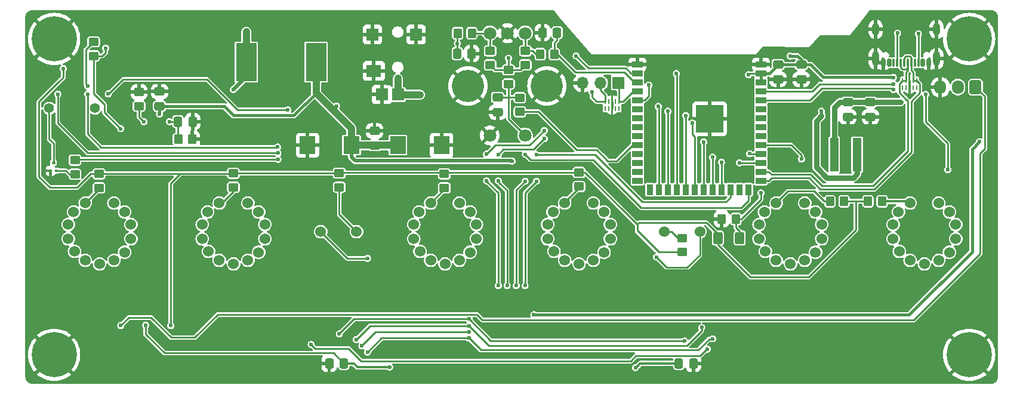
<source format=gbr>
%TF.GenerationSoftware,KiCad,Pcbnew,8.0.6*%
%TF.CreationDate,2024-10-16T19:54:22+02:00*%
%TF.ProjectId,nixie_alarm_main_board,6e697869-655f-4616-9c61-726d5f6d6169,rev?*%
%TF.SameCoordinates,Original*%
%TF.FileFunction,Copper,L2,Bot*%
%TF.FilePolarity,Positive*%
%FSLAX46Y46*%
G04 Gerber Fmt 4.6, Leading zero omitted, Abs format (unit mm)*
G04 Created by KiCad (PCBNEW 8.0.6) date 2024-10-16 19:54:22*
%MOMM*%
%LPD*%
G01*
G04 APERTURE LIST*
G04 Aperture macros list*
%AMRoundRect*
0 Rectangle with rounded corners*
0 $1 Rounding radius*
0 $2 $3 $4 $5 $6 $7 $8 $9 X,Y pos of 4 corners*
0 Add a 4 corners polygon primitive as box body*
4,1,4,$2,$3,$4,$5,$6,$7,$8,$9,$2,$3,0*
0 Add four circle primitives for the rounded corners*
1,1,$1+$1,$2,$3*
1,1,$1+$1,$4,$5*
1,1,$1+$1,$6,$7*
1,1,$1+$1,$8,$9*
0 Add four rect primitives between the rounded corners*
20,1,$1+$1,$2,$3,$4,$5,0*
20,1,$1+$1,$4,$5,$6,$7,0*
20,1,$1+$1,$6,$7,$8,$9,0*
20,1,$1+$1,$8,$9,$2,$3,0*%
G04 Aperture macros list end*
%TA.AperFunction,ComponentPad*%
%ADD10C,1.524000*%
%TD*%
%TA.AperFunction,ComponentPad*%
%ADD11C,0.800000*%
%TD*%
%TA.AperFunction,ComponentPad*%
%ADD12C,6.400000*%
%TD*%
%TA.AperFunction,ComponentPad*%
%ADD13C,1.800000*%
%TD*%
%TA.AperFunction,ComponentPad*%
%ADD14C,4.572000*%
%TD*%
%TA.AperFunction,SMDPad,CuDef*%
%ADD15RoundRect,0.250000X-0.475000X0.337500X-0.475000X-0.337500X0.475000X-0.337500X0.475000X0.337500X0*%
%TD*%
%TA.AperFunction,SMDPad,CuDef*%
%ADD16R,0.400000X0.450000*%
%TD*%
%TA.AperFunction,SMDPad,CuDef*%
%ADD17R,0.500000X0.450000*%
%TD*%
%TA.AperFunction,SMDPad,CuDef*%
%ADD18RoundRect,0.250000X0.450000X-0.350000X0.450000X0.350000X-0.450000X0.350000X-0.450000X-0.350000X0*%
%TD*%
%TA.AperFunction,SMDPad,CuDef*%
%ADD19RoundRect,0.250000X-0.450000X0.350000X-0.450000X-0.350000X0.450000X-0.350000X0.450000X0.350000X0*%
%TD*%
%TA.AperFunction,SMDPad,CuDef*%
%ADD20RoundRect,0.250000X0.337500X0.475000X-0.337500X0.475000X-0.337500X-0.475000X0.337500X-0.475000X0*%
%TD*%
%TA.AperFunction,SMDPad,CuDef*%
%ADD21R,2.900000X5.400000*%
%TD*%
%TA.AperFunction,SMDPad,CuDef*%
%ADD22R,0.250000X0.750000*%
%TD*%
%TA.AperFunction,SMDPad,CuDef*%
%ADD23R,2.300000X2.500000*%
%TD*%
%TA.AperFunction,SMDPad,CuDef*%
%ADD24R,1.250000X4.700000*%
%TD*%
%TA.AperFunction,SMDPad,CuDef*%
%ADD25RoundRect,0.250000X0.350000X0.450000X-0.350000X0.450000X-0.350000X-0.450000X0.350000X-0.450000X0*%
%TD*%
%TA.AperFunction,ComponentPad*%
%ADD26R,1.700000X1.700000*%
%TD*%
%TA.AperFunction,ComponentPad*%
%ADD27O,1.700000X1.700000*%
%TD*%
%TA.AperFunction,SMDPad,CuDef*%
%ADD28RoundRect,0.250000X0.475000X-0.337500X0.475000X0.337500X-0.475000X0.337500X-0.475000X-0.337500X0*%
%TD*%
%TA.AperFunction,SMDPad,CuDef*%
%ADD29RoundRect,0.250000X-0.350000X-0.450000X0.350000X-0.450000X0.350000X0.450000X-0.350000X0.450000X0*%
%TD*%
%TA.AperFunction,SMDPad,CuDef*%
%ADD30RoundRect,0.250000X-0.337500X-0.475000X0.337500X-0.475000X0.337500X0.475000X-0.337500X0.475000X0*%
%TD*%
%TA.AperFunction,SMDPad,CuDef*%
%ADD31RoundRect,0.250000X-0.400000X-0.625000X0.400000X-0.625000X0.400000X0.625000X-0.400000X0.625000X0*%
%TD*%
%TA.AperFunction,ComponentPad*%
%ADD32RoundRect,0.250000X0.600000X0.725000X-0.600000X0.725000X-0.600000X-0.725000X0.600000X-0.725000X0*%
%TD*%
%TA.AperFunction,ComponentPad*%
%ADD33O,1.700000X1.950000*%
%TD*%
%TA.AperFunction,ComponentPad*%
%ADD34C,1.410000*%
%TD*%
%TA.AperFunction,SMDPad,CuDef*%
%ADD35R,1.800000X1.700000*%
%TD*%
%TA.AperFunction,SMDPad,CuDef*%
%ADD36R,2.100000X1.800000*%
%TD*%
%TA.AperFunction,SMDPad,CuDef*%
%ADD37R,1.700000X1.800000*%
%TD*%
%TA.AperFunction,SMDPad,CuDef*%
%ADD38R,1.500000X0.900000*%
%TD*%
%TA.AperFunction,SMDPad,CuDef*%
%ADD39R,0.900000X1.500000*%
%TD*%
%TA.AperFunction,HeatsinkPad*%
%ADD40C,0.600000*%
%TD*%
%TA.AperFunction,SMDPad,CuDef*%
%ADD41R,3.900000X3.900000*%
%TD*%
%TA.AperFunction,SMDPad,CuDef*%
%ADD42RoundRect,0.150000X-0.150000X-0.425000X0.150000X-0.425000X0.150000X0.425000X-0.150000X0.425000X0*%
%TD*%
%TA.AperFunction,SMDPad,CuDef*%
%ADD43RoundRect,0.075000X-0.075000X-0.500000X0.075000X-0.500000X0.075000X0.500000X-0.075000X0.500000X0*%
%TD*%
%TA.AperFunction,ComponentPad*%
%ADD44O,1.000000X1.800000*%
%TD*%
%TA.AperFunction,ComponentPad*%
%ADD45O,1.000000X2.100000*%
%TD*%
%TA.AperFunction,ViaPad*%
%ADD46C,0.600000*%
%TD*%
%TA.AperFunction,Conductor*%
%ADD47C,0.350000*%
%TD*%
%TA.AperFunction,Conductor*%
%ADD48C,0.250000*%
%TD*%
%TA.AperFunction,Conductor*%
%ADD49C,0.500000*%
%TD*%
%TA.AperFunction,Conductor*%
%ADD50C,0.750000*%
%TD*%
%TA.AperFunction,Conductor*%
%ADD51C,1.000000*%
%TD*%
%TA.AperFunction,Conductor*%
%ADD52C,0.400000*%
%TD*%
G04 APERTURE END LIST*
D10*
%TO.P,NE1,1*%
%TO.N,NEON_1*%
X182590000Y-104928000D03*
%TO.P,NE1,2*%
%TO.N,Net-(NE1-Pad2)*%
X177510000Y-104928000D03*
%TD*%
D11*
%TO.P,H3,1,1*%
%TO.N,GND*%
X88600000Y-122400000D03*
X89302944Y-120702944D03*
X89302944Y-124097056D03*
X91000000Y-120000000D03*
D12*
X91000000Y-122400000D03*
D11*
X91000000Y-124800000D03*
X92697056Y-120702944D03*
X92697056Y-124097056D03*
X93400000Y-122400000D03*
%TD*%
D10*
%TO.P,N1,0,0*%
%TO.N,N1_0*%
X210767000Y-102134000D03*
%TO.P,N1,1,1*%
%TO.N,N1_1*%
X216482000Y-100864000D03*
%TO.P,N1,2,2*%
%TO.N,N1_2*%
X218006000Y-102134000D03*
%TO.P,N1,3,3*%
%TO.N,N1_3*%
X218895000Y-103912000D03*
%TO.P,N1,4,4*%
%TO.N,N1_4*%
X218006000Y-107849000D03*
%TO.P,N1,5,5*%
%TO.N,N1_5*%
X216482000Y-108992000D03*
%TO.P,N1,6,6*%
%TO.N,N1_6*%
X214450000Y-109500000D03*
%TO.P,N1,7,7*%
%TO.N,N1_7*%
X212418000Y-108992000D03*
%TO.P,N1,8,8*%
%TO.N,N1_8*%
X210894000Y-107722000D03*
%TO.P,N1,9,9*%
%TO.N,N1_9*%
X210005000Y-103912000D03*
%TO.P,N1,h,h*%
%TO.N,unconnected-(N1-Padh)*%
X218895000Y-105944000D03*
%TO.P,N1,ic,ic*%
%TO.N,Net-(N1-Padic)*%
X210005000Y-105944000D03*
%TO.P,N1,u,u*%
%TO.N,Net-(N1-Padu)*%
X212418000Y-100864000D03*
%TD*%
%TO.P,NE2,1*%
%TO.N,NEON_2*%
X128810000Y-104928000D03*
%TO.P,NE2,2*%
%TO.N,Net-(NE2-Pad2)*%
X133890000Y-104928000D03*
%TD*%
%TO.P,N4,0,0*%
%TO.N,N4_0*%
X142767000Y-102134000D03*
%TO.P,N4,1,1*%
%TO.N,N4_1*%
X148482000Y-100864000D03*
%TO.P,N4,2,2*%
%TO.N,N4_2*%
X150006000Y-102134000D03*
%TO.P,N4,3,3*%
%TO.N,N4_3*%
X150895000Y-103912000D03*
%TO.P,N4,4,4*%
%TO.N,N4_4*%
X150006000Y-107849000D03*
%TO.P,N4,5,5*%
%TO.N,N4_5*%
X148482000Y-108992000D03*
%TO.P,N4,6,6*%
%TO.N,N4_6*%
X146450000Y-109500000D03*
%TO.P,N4,7,7*%
%TO.N,N4_7*%
X144418000Y-108992000D03*
%TO.P,N4,8,8*%
%TO.N,N4_8*%
X142894000Y-107722000D03*
%TO.P,N4,9,9*%
%TO.N,N4_9*%
X142005000Y-103912000D03*
%TO.P,N4,h,h*%
%TO.N,unconnected-(N4-Padh)*%
X150895000Y-105944000D03*
%TO.P,N4,ic,ic*%
%TO.N,Net-(N4-Padic)*%
X142005000Y-105944000D03*
%TO.P,N4,u,u*%
%TO.N,Net-(N4-Padu)*%
X144418000Y-100864000D03*
%TD*%
%TO.P,N5,0,0*%
%TO.N,N5_0*%
X112767000Y-102134000D03*
%TO.P,N5,1,1*%
%TO.N,N5_1*%
X118482000Y-100864000D03*
%TO.P,N5,2,2*%
%TO.N,N5_2*%
X120006000Y-102134000D03*
%TO.P,N5,3,3*%
%TO.N,N5_3*%
X120895000Y-103912000D03*
%TO.P,N5,4,4*%
%TO.N,N5_4*%
X120006000Y-107849000D03*
%TO.P,N5,5,5*%
%TO.N,N5_5*%
X118482000Y-108992000D03*
%TO.P,N5,6,6*%
%TO.N,N5_6*%
X116450000Y-109500000D03*
%TO.P,N5,7,7*%
%TO.N,N5_7*%
X114418000Y-108992000D03*
%TO.P,N5,8,8*%
%TO.N,N5_8*%
X112894000Y-107722000D03*
%TO.P,N5,9,9*%
%TO.N,N5_9*%
X112005000Y-103912000D03*
%TO.P,N5,h,h*%
%TO.N,unconnected-(N5-Padh)*%
X120895000Y-105944000D03*
%TO.P,N5,ic,ic*%
%TO.N,Net-(N5-Padic)*%
X112005000Y-105944000D03*
%TO.P,N5,u,u*%
%TO.N,Net-(N5-Padu)*%
X114418000Y-100864000D03*
%TD*%
D11*
%TO.P,H4,1,1*%
%TO.N,GND*%
X218400000Y-122400000D03*
X219102944Y-120702944D03*
X219102944Y-124097056D03*
X220800000Y-120000000D03*
D12*
X220800000Y-122400000D03*
D11*
X220800000Y-124800000D03*
X222497056Y-120702944D03*
X222497056Y-124097056D03*
X223200000Y-122400000D03*
%TD*%
D13*
%TO.P,ENC1,1,1*%
%TO.N,Net-(C4-Pad1)*%
X157800000Y-91278000D03*
%TO.P,ENC1,2,2*%
%TO.N,GND*%
X152800000Y-91278000D03*
%TO.P,ENC1,A1,A1*%
%TO.N,Net-(ENC1-PadA1)*%
X157800000Y-76778000D03*
%TO.P,ENC1,B1,B1*%
%TO.N,Net-(ENC1-PadB1)*%
X152800000Y-76778000D03*
%TO.P,ENC1,C1,C1*%
%TO.N,GND*%
X155300000Y-76778000D03*
D14*
%TO.P,ENC1,MH1,MH1*%
X160900000Y-84278000D03*
%TO.P,ENC1,MH2,MH12*%
X149700000Y-84278000D03*
%TD*%
D11*
%TO.P,H1,1,1*%
%TO.N,GND*%
X88600000Y-77600000D03*
X89302944Y-75902944D03*
X89302944Y-79297056D03*
X91000000Y-75200000D03*
D12*
X91000000Y-77600000D03*
D11*
X91000000Y-80000000D03*
X92697056Y-75902944D03*
X92697056Y-79297056D03*
X93400000Y-77600000D03*
%TD*%
D10*
%TO.P,N6,0,0*%
%TO.N,N6_0*%
X93767000Y-102134000D03*
%TO.P,N6,1,1*%
%TO.N,N6_1*%
X99482000Y-100864000D03*
%TO.P,N6,2,2*%
%TO.N,N6_2*%
X101006000Y-102134000D03*
%TO.P,N6,3,3*%
%TO.N,N6_3*%
X101895000Y-103912000D03*
%TO.P,N6,4,4*%
%TO.N,N6_4*%
X101006000Y-107849000D03*
%TO.P,N6,5,5*%
%TO.N,N6_5*%
X99482000Y-108992000D03*
%TO.P,N6,6,6*%
%TO.N,N6_6*%
X97450000Y-109500000D03*
%TO.P,N6,7,7*%
%TO.N,N6_7*%
X95418000Y-108992000D03*
%TO.P,N6,8,8*%
%TO.N,N6_8*%
X93894000Y-107722000D03*
%TO.P,N6,9,9*%
%TO.N,N6_9*%
X93005000Y-103912000D03*
%TO.P,N6,h,h*%
%TO.N,unconnected-(N6-Padh)*%
X101895000Y-105944000D03*
%TO.P,N6,ic,ic*%
%TO.N,Net-(N6-Padic)*%
X93005000Y-105944000D03*
%TO.P,N6,u,u*%
%TO.N,Net-(N6-Padu)*%
X95418000Y-100864000D03*
%TD*%
%TO.P,N2,0,0*%
%TO.N,N2_0*%
X191767000Y-102134000D03*
%TO.P,N2,1,1*%
%TO.N,N2_1*%
X197482000Y-100864000D03*
%TO.P,N2,2,2*%
%TO.N,N2_2*%
X199006000Y-102134000D03*
%TO.P,N2,3,3*%
%TO.N,N2_3*%
X199895000Y-103912000D03*
%TO.P,N2,4,4*%
%TO.N,N2_4*%
X199006000Y-107849000D03*
%TO.P,N2,5,5*%
%TO.N,N2_5*%
X197482000Y-108992000D03*
%TO.P,N2,6,6*%
%TO.N,N2_6*%
X195450000Y-109500000D03*
%TO.P,N2,7,7*%
%TO.N,N2_7*%
X193418000Y-108992000D03*
%TO.P,N2,8,8*%
%TO.N,N2_8*%
X191894000Y-107722000D03*
%TO.P,N2,9,9*%
%TO.N,N2_9*%
X191005000Y-103912000D03*
%TO.P,N2,h,h*%
%TO.N,unconnected-(N2-Padh)*%
X199895000Y-105944000D03*
%TO.P,N2,ic,ic*%
%TO.N,Net-(N2-Padic)*%
X191005000Y-105944000D03*
%TO.P,N2,u,u*%
%TO.N,Net-(N2-Padu)*%
X193418000Y-100864000D03*
%TD*%
%TO.P,N3,0,0*%
%TO.N,N3_0*%
X161767000Y-102134000D03*
%TO.P,N3,1,1*%
%TO.N,N3_1*%
X167482000Y-100864000D03*
%TO.P,N3,2,2*%
%TO.N,N3_2*%
X169006000Y-102134000D03*
%TO.P,N3,3,3*%
%TO.N,N3_3*%
X169895000Y-103912000D03*
%TO.P,N3,4,4*%
%TO.N,N3_4*%
X169006000Y-107849000D03*
%TO.P,N3,5,5*%
%TO.N,N3_5*%
X167482000Y-108992000D03*
%TO.P,N3,6,6*%
%TO.N,N3_6*%
X165450000Y-109500000D03*
%TO.P,N3,7,7*%
%TO.N,N3_7*%
X163418000Y-108992000D03*
%TO.P,N3,8,8*%
%TO.N,N3_8*%
X161894000Y-107722000D03*
%TO.P,N3,9,9*%
%TO.N,N3_9*%
X161005000Y-103912000D03*
%TO.P,N3,h,h*%
%TO.N,unconnected-(N3-Padh)*%
X169895000Y-105944000D03*
%TO.P,N3,ic,ic*%
%TO.N,Net-(N3-Padic)*%
X161005000Y-105944000D03*
%TO.P,N3,u,u*%
%TO.N,Net-(N3-Padu)*%
X163418000Y-100864000D03*
%TD*%
D11*
%TO.P,H2,1,1*%
%TO.N,GND*%
X218400000Y-77600000D03*
X219102944Y-75902944D03*
X219102944Y-79297056D03*
X220800000Y-75200000D03*
D12*
X220800000Y-77600000D03*
D11*
X220800000Y-80000000D03*
X222497056Y-75902944D03*
X222497056Y-79297056D03*
X223200000Y-77600000D03*
%TD*%
D15*
%TO.P,C18,1,1*%
%TO.N,+3.3V*%
X197000000Y-81240500D03*
%TO.P,C18,2,2*%
%TO.N,GND*%
X197000000Y-83315500D03*
%TD*%
D16*
%TO.P,Q1,1,G*%
%TO.N,Net-(Q1-G)*%
X91300000Y-96303000D03*
%TO.P,Q1,2,S*%
%TO.N,GND*%
X90500000Y-96303000D03*
D17*
%TO.P,Q1,3,D*%
%TO.N,Net-(D5-A)*%
X90900000Y-95153000D03*
%TD*%
D15*
%TO.P,C4,1,1*%
%TO.N,Net-(C4-Pad1)*%
X153900000Y-85890500D03*
%TO.P,C4,2,2*%
%TO.N,GND*%
X153900000Y-87965500D03*
%TD*%
D18*
%TO.P,R35,1,1*%
%TO.N,Net-(Q1-G)*%
X93950000Y-96778000D03*
%TO.P,R35,2,2*%
%TO.N,BUZZER*%
X93950000Y-94778000D03*
%TD*%
D15*
%TO.P,C10,1,1*%
%TO.N,GND*%
X105950000Y-85062500D03*
%TO.P,C10,2,2*%
%TO.N,+12V*%
X105950000Y-87137500D03*
%TD*%
D19*
%TO.P,R28,1,1*%
%TO.N,HV*%
X146350000Y-96728000D03*
%TO.P,R28,2,2*%
%TO.N,Net-(N4-Padu)*%
X146350000Y-98728000D03*
%TD*%
D20*
%TO.P,C13,1,1*%
%TO.N,GND*%
X110637500Y-89328000D03*
%TO.P,C13,2,2*%
%TO.N,Net-(Q8-S_1)*%
X108562500Y-89328000D03*
%TD*%
D21*
%TO.P,L2,1,1*%
%TO.N,+12V*%
X128150000Y-80878000D03*
%TO.P,L2,2,2*%
%TO.N,Net-(D2-A)*%
X118250000Y-80878000D03*
%TD*%
D15*
%TO.P,C22,1,1*%
%TO.N,GND*%
X136450000Y-90640500D03*
%TO.P,C22,2,2*%
%TO.N,+12V*%
X136450000Y-92715500D03*
%TD*%
D22*
%TO.P,D1,1,CH1*%
%TO.N,USB_D-*%
X211340000Y-83500000D03*
%TO.P,D1,2,CH2*%
X211840000Y-83500000D03*
%TO.P,D1,3,GND_1*%
%TO.N,GND*%
X212340000Y-83500000D03*
%TO.P,D1,4,CH3*%
%TO.N,USB_D+*%
X212840000Y-83500000D03*
%TO.P,D1,5,CH4*%
X213340000Y-83500000D03*
%TO.P,D1,6,N.C._1*%
%TO.N,unconnected-(D1-N.C._1-Pad6)*%
X213340000Y-84500000D03*
%TO.P,D1,7,N.C._2*%
%TO.N,unconnected-(D1-N.C._2-Pad7)*%
X212840000Y-84500000D03*
%TO.P,D1,8,GND_2*%
%TO.N,GND*%
X212340000Y-84500000D03*
%TO.P,D1,9,N.C._3*%
%TO.N,unconnected-(D1-N.C._3-Pad9)*%
X211840000Y-84500000D03*
%TO.P,D1,10,N.C._4*%
%TO.N,unconnected-(D1-N.C._4-Pad10)*%
X211340000Y-84500000D03*
%TD*%
D23*
%TO.P,C20,1,+*%
%TO.N,+12V*%
X133150000Y-92678000D03*
%TO.P,C20,2,-*%
%TO.N,GND*%
X126950000Y-92678000D03*
%TD*%
D24*
%TO.P,L1,1,1*%
%TO.N,Net-(IC3-SW)*%
X204905000Y-93990000D03*
%TO.P,L1,2,2*%
%TO.N,+5V*%
X201655000Y-93990000D03*
%TD*%
D25*
%TO.P,R16,1,1*%
%TO.N,HV_FB*%
X187700000Y-103128000D03*
%TO.P,R16,2,2*%
%TO.N,GND*%
X185700000Y-103128000D03*
%TD*%
D26*
%TO.P,J5,1,Pin_1*%
%TO.N,DEBUG_UART_TX*%
X171050000Y-83848000D03*
D27*
%TO.P,J5,2,Pin_2*%
%TO.N,DEBUG_UART_RX*%
X168510000Y-83848000D03*
%TO.P,J5,3,Pin_3*%
%TO.N,GND*%
X165970000Y-83848000D03*
%TD*%
D19*
%TO.P,R8,1,1*%
%TO.N,Net-(C4-Pad1)*%
X157050000Y-85928000D03*
%TO.P,R8,2,2*%
%TO.N,ENC_SW*%
X157050000Y-87928000D03*
%TD*%
D18*
%TO.P,R18,1,1*%
%TO.N,+5V*%
X152850000Y-81278000D03*
%TO.P,R18,2,2*%
%TO.N,Net-(ENC1-PadB1)*%
X152850000Y-79278000D03*
%TD*%
D22*
%TO.P,D3,1,CH1*%
%TO.N,DEBUG_UART_RX*%
X169150000Y-86460000D03*
%TO.P,D3,2,CH2*%
%TO.N,unconnected-(D3-CH2-Pad2)*%
X169650000Y-86460000D03*
%TO.P,D3,3,GND_1*%
%TO.N,GND*%
X170150000Y-86460000D03*
%TO.P,D3,4,CH3*%
%TO.N,unconnected-(D3-CH3-Pad4)*%
X170650000Y-86460000D03*
%TO.P,D3,5,CH4*%
%TO.N,DEBUG_UART_TX*%
X171150000Y-86460000D03*
%TO.P,D3,6,N.C._1*%
%TO.N,unconnected-(D3-N.C._1-Pad6)*%
X171150000Y-87460000D03*
%TO.P,D3,7,N.C._2*%
%TO.N,unconnected-(D3-N.C._2-Pad7)*%
X170650000Y-87460000D03*
%TO.P,D3,8,GND_2*%
%TO.N,GND*%
X170150000Y-87460000D03*
%TO.P,D3,9,N.C._3*%
%TO.N,unconnected-(D3-N.C._3-Pad9)*%
X169650000Y-87460000D03*
%TO.P,D3,10,N.C._4*%
%TO.N,unconnected-(D3-N.C._4-Pad10)*%
X169150000Y-87460000D03*
%TD*%
D28*
%TO.P,C19,1,1*%
%TO.N,GND*%
X193700000Y-83315500D03*
%TO.P,C19,2,2*%
%TO.N,+3.3V*%
X193700000Y-81240500D03*
%TD*%
D29*
%TO.P,R14,1,1*%
%TO.N,Net-(Q8-S_1)*%
X108600000Y-91828000D03*
%TO.P,R14,2,2*%
%TO.N,GND*%
X110600000Y-91828000D03*
%TD*%
D15*
%TO.P,C1,1*%
%TO.N,+5V*%
X203600000Y-86562500D03*
%TO.P,C1,2*%
%TO.N,GND*%
X203600000Y-88637500D03*
%TD*%
D19*
%TO.P,R27,1,1*%
%TO.N,HV*%
X131450000Y-96628000D03*
%TO.P,R27,2,2*%
%TO.N,Net-(NE2-Pad2)*%
X131450000Y-98628000D03*
%TD*%
D29*
%TO.P,R23,1,1*%
%TO.N,HV*%
X206450000Y-100628000D03*
%TO.P,R23,2,2*%
%TO.N,Net-(N1-Padu)*%
X208450000Y-100628000D03*
%TD*%
D30*
%TO.P,C9,1,1*%
%TO.N,+12V*%
X179612500Y-123628000D03*
%TO.P,C9,2,2*%
%TO.N,GND*%
X181687500Y-123628000D03*
%TD*%
D31*
%TO.P,R15,1,1*%
%TO.N,HV*%
X185150000Y-105828000D03*
%TO.P,R15,2,2*%
%TO.N,HV_FB*%
X188250000Y-105828000D03*
%TD*%
D18*
%TO.P,R7,1,1*%
%TO.N,Net-(C4-Pad1)*%
X155450000Y-83978000D03*
%TO.P,R7,2,2*%
%TO.N,+5V*%
X155450000Y-81978000D03*
%TD*%
%TO.P,R44,1,1*%
%TO.N,Net-(IC1-FA{slash}SYNC{slash}SD)*%
X103050000Y-87130000D03*
%TO.P,R44,2,2*%
%TO.N,GND*%
X103050000Y-85130000D03*
%TD*%
D25*
%TO.P,R22,1,1*%
%TO.N,HV*%
X203050000Y-100628000D03*
%TO.P,R22,2,2*%
%TO.N,Net-(N2-Padu)*%
X201050000Y-100628000D03*
%TD*%
D20*
%TO.P,C15,1,1*%
%TO.N,ENC_A*%
X162337500Y-76700000D03*
%TO.P,C15,2,2*%
%TO.N,GND*%
X160262500Y-76700000D03*
%TD*%
D18*
%TO.P,R21,1,1*%
%TO.N,HV*%
X180050000Y-107828000D03*
%TO.P,R21,2,2*%
%TO.N,Net-(NE1-Pad2)*%
X180050000Y-105828000D03*
%TD*%
D15*
%TO.P,C29,1*%
%TO.N,+5V*%
X206800000Y-86562500D03*
%TO.P,C29,2*%
%TO.N,GND*%
X206800000Y-88637500D03*
%TD*%
D30*
%TO.P,C14,1,1*%
%TO.N,ENC_B*%
X148162500Y-79678000D03*
%TO.P,C14,2,2*%
%TO.N,GND*%
X150237500Y-79678000D03*
%TD*%
D32*
%TO.P,J2,1,Pin_1*%
%TO.N,+5V*%
X221700000Y-84428000D03*
D33*
%TO.P,J2,2,Pin_2*%
%TO.N,Net-(J2-Pin_2)*%
X219200000Y-84428000D03*
%TO.P,J2,3,Pin_3*%
%TO.N,GND*%
X216700000Y-84428000D03*
%TD*%
D19*
%TO.P,R17,1,1*%
%TO.N,Net-(ENC1-PadA1)*%
X157850000Y-79278000D03*
%TO.P,R17,2,2*%
%TO.N,+5V*%
X157850000Y-81278000D03*
%TD*%
D29*
%TO.P,R20,1,1*%
%TO.N,Net-(ENC1-PadA1)*%
X159950000Y-79750000D03*
%TO.P,R20,2,2*%
%TO.N,ENC_A*%
X161950000Y-79750000D03*
%TD*%
D20*
%TO.P,C8,1,1*%
%TO.N,+12V*%
X132087500Y-123628000D03*
%TO.P,C8,2,2*%
%TO.N,GND*%
X130012500Y-123628000D03*
%TD*%
D34*
%TO.P,LS1,1,+*%
%TO.N,+3.3V*%
X96800000Y-87428000D03*
%TO.P,LS1,2,-*%
%TO.N,Net-(D5-A)*%
X90300000Y-87428000D03*
%TD*%
D19*
%TO.P,R25,1,1*%
%TO.N,HV*%
X165450000Y-96528000D03*
%TO.P,R25,2,2*%
%TO.N,Net-(N3-Padu)*%
X165450000Y-98528000D03*
%TD*%
%TO.P,R31,1,1*%
%TO.N,HV*%
X116420000Y-96640000D03*
%TO.P,R31,2,2*%
%TO.N,Net-(N5-Padu)*%
X116420000Y-98640000D03*
%TD*%
D25*
%TO.P,R19,1,1*%
%TO.N,Net-(ENC1-PadB1)*%
X150250000Y-76778000D03*
%TO.P,R19,2,2*%
%TO.N,ENC_B*%
X148250000Y-76778000D03*
%TD*%
D35*
%TO.P,J1,1,1*%
%TO.N,+12V*%
X139750000Y-85478000D03*
D36*
%TO.P,J1,2,2*%
%TO.N,GND*%
X136350000Y-82128000D03*
D35*
%TO.P,J1,3,3*%
X137500000Y-85478000D03*
D37*
%TO.P,J1,MP1,MP1*%
X142350000Y-76978000D03*
%TO.P,J1,MP2,MP2*%
X136150000Y-76978000D03*
%TD*%
D18*
%TO.P,R11,1,1*%
%TO.N,Net-(IC1-FB)*%
X96600000Y-80000000D03*
%TO.P,R11,2,2*%
%TO.N,Net-(IC8-A)*%
X96600000Y-78000000D03*
%TD*%
D19*
%TO.P,R33,1,1*%
%TO.N,HV*%
X97350000Y-96728000D03*
%TO.P,R33,2,2*%
%TO.N,Net-(N6-Padu)*%
X97350000Y-98728000D03*
%TD*%
D23*
%TO.P,C21,1,+*%
%TO.N,+12V*%
X139750000Y-92678000D03*
%TO.P,C21,2,-*%
%TO.N,GND*%
X145950000Y-92678000D03*
%TD*%
D38*
%TO.P,U1,1,GND*%
%TO.N,GND*%
X191250000Y-81208000D03*
%TO.P,U1,2,3V3*%
%TO.N,+3.3V*%
X191250000Y-82478000D03*
%TO.P,U1,3,EN*%
X191250000Y-83748000D03*
%TO.P,U1,4,IO4*%
%TO.N,LED_DATA*%
X191250000Y-85018000D03*
%TO.P,U1,5,IO5*%
%TO.N,NX_DOT_1*%
X191250000Y-86288000D03*
%TO.P,U1,6,IO6*%
%TO.N,unconnected-(U1-IO6-Pad6)*%
X191250000Y-87558000D03*
%TO.P,U1,7,IO7*%
%TO.N,unconnected-(U1-IO7-Pad7)*%
X191250000Y-88828000D03*
%TO.P,U1,8,IO15*%
%TO.N,unconnected-(U1-IO15-Pad8)*%
X191250000Y-90098000D03*
%TO.P,U1,9,IO16*%
%TO.N,unconnected-(U1-IO16-Pad9)*%
X191250000Y-91368000D03*
%TO.P,U1,10,IO17*%
%TO.N,NX_DOT_2*%
X191250000Y-92638000D03*
%TO.P,U1,11,IO18*%
%TO.N,HV_FB*%
X191250000Y-93908000D03*
%TO.P,U1,12,IO8*%
%TO.N,NX_DOT_3*%
X191250000Y-95178000D03*
%TO.P,U1,13,IO19*%
%TO.N,USB_D-*%
X191250000Y-96448000D03*
%TO.P,U1,14,IO20*%
%TO.N,USB_D+*%
X191250000Y-97718000D03*
D39*
%TO.P,U1,15,IO3*%
%TO.N,NX_LE*%
X189485000Y-98968000D03*
%TO.P,U1,16,IO46*%
%TO.N,unconnected-(U1-IO46-Pad16)*%
X188215000Y-98968000D03*
%TO.P,U1,17,IO9*%
%TO.N,NX_CLK*%
X186945000Y-98968000D03*
%TO.P,U1,18,IO10*%
%TO.N,NX_DATA_INPUT*%
X185675000Y-98968000D03*
%TO.P,U1,19,IO11*%
%TO.N,NX_BL*%
X184405000Y-98968000D03*
%TO.P,U1,20,IO12*%
%TO.N,NX_DOT_4*%
X183135000Y-98968000D03*
%TO.P,U1,21,IO13*%
%TO.N,NX_DOT_5*%
X181865000Y-98968000D03*
%TO.P,U1,22,IO14*%
%TO.N,BUZZER*%
X180595000Y-98968000D03*
%TO.P,U1,23,IO21*%
%TO.N,NX_DOT_6*%
X179325000Y-98968000D03*
%TO.P,U1,24,IO47*%
%TO.N,DPOT_SCL*%
X178055000Y-98968000D03*
%TO.P,U1,25,IO48*%
%TO.N,DPOT_SDA*%
X176785000Y-98968000D03*
%TO.P,U1,26,IO45*%
%TO.N,unconnected-(U1-IO45-Pad26)*%
X175515000Y-98968000D03*
D38*
%TO.P,U1,27,IO0*%
%TO.N,unconnected-(U1-IO0-Pad27)*%
X173750000Y-97718000D03*
%TO.P,U1,28,IO35*%
%TO.N,unconnected-(U1-IO35-Pad28)*%
X173750000Y-96448000D03*
%TO.P,U1,29,IO36*%
%TO.N,unconnected-(U1-IO36-Pad29)*%
X173750000Y-95178000D03*
%TO.P,U1,30,IO37*%
%TO.N,unconnected-(U1-IO37-Pad30)*%
X173750000Y-93908000D03*
%TO.P,U1,31,IO38*%
%TO.N,ENC_SW*%
X173750000Y-92638000D03*
%TO.P,U1,32,IO39*%
%TO.N,unconnected-(U1-IO39-Pad32)*%
X173750000Y-91368000D03*
%TO.P,U1,33,IO40*%
%TO.N,unconnected-(U1-IO40-Pad33)*%
X173750000Y-90098000D03*
%TO.P,U1,34,IO41*%
%TO.N,unconnected-(U1-IO41-Pad34)*%
X173750000Y-88828000D03*
%TO.P,U1,35,IO42*%
%TO.N,unconnected-(U1-IO42-Pad35)*%
X173750000Y-87558000D03*
%TO.P,U1,36,RXD0*%
%TO.N,DEBUG_UART_RX*%
X173750000Y-86288000D03*
%TO.P,U1,37,TXD0*%
%TO.N,DEBUG_UART_TX*%
X173750000Y-85018000D03*
%TO.P,U1,38,IO2*%
%TO.N,ENC_A*%
X173750000Y-83748000D03*
%TO.P,U1,39,IO1*%
%TO.N,ENC_B*%
X173750000Y-82478000D03*
%TO.P,U1,40,GND*%
%TO.N,GND*%
X173750000Y-81208000D03*
D40*
%TO.P,U1,41,GND*%
X185400000Y-89628000D03*
X185400000Y-88228000D03*
X184700000Y-90328000D03*
X184700000Y-88928000D03*
X184700000Y-87528000D03*
X184000000Y-89628000D03*
D41*
X184000000Y-88928000D03*
D40*
X184000000Y-88228000D03*
X183300000Y-90328000D03*
X183300000Y-88928000D03*
X183300000Y-87528000D03*
X182600000Y-89628000D03*
X182600000Y-88228000D03*
%TD*%
D42*
%TO.P,J3,A1,GND*%
%TO.N,GND*%
X208650000Y-80968000D03*
%TO.P,J3,A4,VBUS*%
%TO.N,unconnected-(J3-VBUS-PadA4)_2*%
X209450000Y-80968000D03*
D43*
%TO.P,J3,A5,CC1*%
%TO.N,Net-(J3-CC1)*%
X210600000Y-80968000D03*
%TO.P,J3,A6,D+*%
%TO.N,USB_D+*%
X211600000Y-80968000D03*
%TO.P,J3,A7,D-*%
%TO.N,USB_D-*%
X212100000Y-80968000D03*
%TO.P,J3,A8,SBU1*%
%TO.N,unconnected-(J3-SBU1-PadA8)*%
X213100000Y-80968000D03*
D42*
%TO.P,J3,A9,VBUS*%
%TO.N,unconnected-(J3-VBUS-PadA4)_1*%
X214250000Y-80968000D03*
%TO.P,J3,A12,GND*%
%TO.N,GND*%
X215050000Y-80968000D03*
%TO.P,J3,B1,GND*%
X215050000Y-80968000D03*
%TO.P,J3,B4,VBUS*%
%TO.N,unconnected-(J3-VBUS-PadA4)*%
X214250000Y-80968000D03*
D43*
%TO.P,J3,B5,CC2*%
%TO.N,Net-(J3-CC2)*%
X213600000Y-80968000D03*
%TO.P,J3,B6,D+*%
%TO.N,USB_D+*%
X212600000Y-80968000D03*
%TO.P,J3,B7,D-*%
%TO.N,USB_D-*%
X211100000Y-80968000D03*
%TO.P,J3,B8,SBU2*%
%TO.N,unconnected-(J3-SBU2-PadB8)*%
X210100000Y-80968000D03*
D42*
%TO.P,J3,B9,VBUS*%
%TO.N,unconnected-(J3-VBUS-PadA4)_3*%
X209450000Y-80968000D03*
%TO.P,J3,B12,GND*%
%TO.N,GND*%
X208650000Y-80968000D03*
D44*
%TO.P,J3,S1,SHIELD*%
X207530000Y-76213000D03*
D45*
X207530000Y-80393000D03*
D44*
X216170000Y-76213000D03*
D45*
X216170000Y-80393000D03*
%TD*%
D46*
%TO.N,GND*%
X141050000Y-81650000D03*
X142910000Y-82450000D03*
X133920000Y-83090000D03*
X224000000Y-103500000D03*
X171840000Y-80680000D03*
X157150000Y-84200000D03*
X139000000Y-125400000D03*
X205300000Y-76450000D03*
X100120000Y-98240000D03*
X185350000Y-80600000D03*
X133050000Y-85540000D03*
X109000000Y-74550000D03*
X215800000Y-89000000D03*
X99550000Y-91528000D03*
X177650000Y-119000000D03*
X104200000Y-95600000D03*
X144200000Y-77950000D03*
X101500000Y-125500000D03*
X180500000Y-80600000D03*
X213610000Y-89120000D03*
X87950000Y-119450000D03*
X95000000Y-125450000D03*
X100450000Y-88128000D03*
X195500000Y-104900000D03*
X162550000Y-115100000D03*
X132160000Y-84690000D03*
X219630000Y-93050000D03*
X194150000Y-79100000D03*
X130900000Y-114350000D03*
X135660000Y-83930000D03*
X146300000Y-76950000D03*
X119900000Y-125550000D03*
X143880000Y-81580000D03*
X87800000Y-86600000D03*
X224000000Y-92450000D03*
X143900000Y-74600000D03*
X165450000Y-92300000D03*
X132150000Y-85460000D03*
X145450000Y-85600000D03*
X172400000Y-125450000D03*
X125190000Y-111200000D03*
X202600000Y-78300000D03*
X146300000Y-76000000D03*
X144200000Y-76950000D03*
X128800000Y-119000000D03*
X134860000Y-83940000D03*
X131190000Y-85500000D03*
X132800000Y-119628000D03*
X153350000Y-84300000D03*
X212340000Y-85510000D03*
X211480000Y-115200000D03*
X117950000Y-95600000D03*
X123050000Y-90000000D03*
X87950000Y-97850000D03*
X87850000Y-81150000D03*
X143790000Y-82480000D03*
X195450000Y-93600000D03*
X180000000Y-115050000D03*
X217750000Y-98200000D03*
X135400000Y-98300000D03*
X135700000Y-85520000D03*
X167750000Y-80450000D03*
X189350000Y-84378000D03*
X101950000Y-74550000D03*
X162550000Y-119803000D03*
X200200000Y-93650000D03*
X132200000Y-76950000D03*
X87900000Y-109700000D03*
X133300000Y-76000000D03*
X97400000Y-105000000D03*
X133940000Y-84730000D03*
X141050000Y-82500000D03*
X142010000Y-83450000D03*
X211200000Y-98200000D03*
X205200000Y-81800000D03*
X134900000Y-85500000D03*
X206400000Y-115200000D03*
X103200000Y-98700000D03*
X199000000Y-78900000D03*
X170850000Y-93400000D03*
X142880000Y-83390000D03*
X207600000Y-92900000D03*
X186200000Y-92800000D03*
X133940000Y-85520000D03*
X99000000Y-95600000D03*
X204550000Y-125500000D03*
X134870000Y-84740000D03*
X195450000Y-92000000D03*
X134300000Y-77950000D03*
X99350000Y-98978000D03*
X89900000Y-94550000D03*
X87900000Y-104000000D03*
X186400000Y-111200000D03*
X130550000Y-74650000D03*
X142500000Y-98300000D03*
X144800000Y-80750000D03*
X133050000Y-84690000D03*
X105950000Y-91950000D03*
X213620000Y-86780000D03*
X181700000Y-121028000D03*
X93500000Y-88250000D03*
X173600000Y-102200000D03*
X159200000Y-112578000D03*
X146300000Y-77950000D03*
X116500000Y-92250000D03*
X93600000Y-85500000D03*
X127500000Y-98200000D03*
X138450000Y-81100000D03*
X214300000Y-91650000D03*
X91300000Y-100300000D03*
X152900000Y-100800000D03*
X123600000Y-74650000D03*
X189400000Y-90900000D03*
X223950000Y-98150000D03*
X125400000Y-86600000D03*
X105540000Y-115290000D03*
X187200000Y-96500000D03*
X224050000Y-109100000D03*
X113700000Y-125550000D03*
X159050000Y-100800000D03*
X92300000Y-97378000D03*
X187200000Y-97300000D03*
X133050000Y-83900000D03*
X209850000Y-90710000D03*
X195350000Y-82278000D03*
X193802000Y-95504000D03*
X220110000Y-88740000D03*
X107700000Y-125550000D03*
X154250000Y-80350000D03*
X191250000Y-79850000D03*
X155200000Y-124028000D03*
X145700000Y-80750000D03*
X147970000Y-90390000D03*
X130900000Y-115150000D03*
X156500000Y-124028000D03*
X134300000Y-76000000D03*
X109900000Y-95700000D03*
X131850000Y-114350000D03*
X117200000Y-89950000D03*
X129400000Y-95750000D03*
X211800000Y-79250000D03*
X97450000Y-88800000D03*
X188400000Y-85278000D03*
X180000000Y-114250000D03*
X217300000Y-125550000D03*
X90900000Y-97500000D03*
X171350000Y-92900000D03*
X145300000Y-76000000D03*
X116500000Y-105000000D03*
X170100000Y-98700000D03*
X146500000Y-104900000D03*
X109950000Y-98650000D03*
X100110000Y-98980000D03*
X141060000Y-83490000D03*
X163800000Y-77220000D03*
X164150000Y-125450000D03*
X143850000Y-80750000D03*
X142850000Y-84240000D03*
X150300000Y-74600000D03*
X114400000Y-92300000D03*
X173450000Y-110750000D03*
X94900000Y-91600000D03*
X133400000Y-95750000D03*
X185600000Y-125450000D03*
X197000000Y-98400000D03*
X189350000Y-85275000D03*
X155900000Y-125450000D03*
X142000000Y-84270000D03*
X198300000Y-83200000D03*
X133300000Y-77950000D03*
X175620000Y-80660000D03*
X142900000Y-81600000D03*
X127500000Y-89100000D03*
X138100000Y-107800000D03*
X180900000Y-114250000D03*
X139450000Y-90290000D03*
X224000000Y-118550000D03*
X124600000Y-92000000D03*
X87950000Y-114650000D03*
X197000000Y-95750000D03*
X145300000Y-77950000D03*
X207700000Y-96000000D03*
X165400000Y-104900000D03*
X139750000Y-121500000D03*
X188400000Y-84378000D03*
X156350000Y-74550000D03*
X132200000Y-77950000D03*
X141940000Y-81650000D03*
X224000000Y-113850000D03*
X138450000Y-83000000D03*
X126150000Y-125550000D03*
X138300000Y-100700000D03*
X214700000Y-74550000D03*
X198450000Y-125450000D03*
X138450000Y-82050000D03*
X135680000Y-84770000D03*
X145290000Y-76950000D03*
X116300000Y-74650000D03*
X152550000Y-112578000D03*
X131100000Y-81600000D03*
X138450000Y-83950000D03*
X214500000Y-104800000D03*
X188100000Y-96500000D03*
X99350000Y-98240000D03*
X98950000Y-115300000D03*
X138100000Y-104900000D03*
X209150000Y-74550000D03*
X196500000Y-79150000D03*
X211100000Y-125500000D03*
X194100000Y-98400000D03*
X171800000Y-95950000D03*
X131400000Y-94900000D03*
X161300000Y-74590000D03*
X133980000Y-83900000D03*
X188100000Y-97300000D03*
X132200000Y-75950000D03*
X214350000Y-93650000D03*
X192550000Y-125450000D03*
X122800000Y-98200000D03*
X92350000Y-91700000D03*
X141960000Y-82490000D03*
X147300000Y-121650000D03*
X111450000Y-84700000D03*
X137500000Y-74550000D03*
X149550000Y-97750000D03*
X167250000Y-96400000D03*
X92250000Y-94950000D03*
X162250000Y-97900000D03*
X142900000Y-80750000D03*
X103700000Y-91900000D03*
X133290000Y-76950000D03*
X209900000Y-88160000D03*
X131850000Y-115150000D03*
X143400000Y-90340000D03*
X87850000Y-92500000D03*
X198850000Y-87050000D03*
X147400000Y-125500000D03*
X94450000Y-74550000D03*
X180900000Y-115050000D03*
X144790000Y-81590000D03*
X137490000Y-83970000D03*
X141050000Y-80750000D03*
X138200000Y-110900000D03*
X144200000Y-75950000D03*
X143600000Y-121600000D03*
X134300000Y-76950000D03*
X165450000Y-78850000D03*
X149730000Y-114660000D03*
X141950000Y-80750000D03*
%TO.N,BUZZER*%
X122750000Y-94678000D03*
X180600000Y-88478000D03*
%TO.N,HV*%
X92300000Y-81800000D03*
X107550000Y-118250000D03*
%TO.N,ENC_B*%
X148200000Y-78228000D03*
X165050000Y-80000000D03*
%TO.N,+5V*%
X155450000Y-80328000D03*
X100450000Y-118250000D03*
X209450000Y-86578000D03*
X210250000Y-86578000D03*
X211050000Y-86578000D03*
%TO.N,+3.3V*%
X222250000Y-92178000D03*
X159050000Y-116728000D03*
X195400000Y-80018000D03*
X189500000Y-82675000D03*
X124150000Y-87650000D03*
X210030000Y-83070000D03*
X98674592Y-85403305D03*
%TO.N,+12V*%
X130550000Y-87678000D03*
X142900000Y-85500000D03*
X155950000Y-94928000D03*
X142200000Y-85490000D03*
X141490000Y-85490000D03*
X131050000Y-87128000D03*
X104000000Y-118200000D03*
X173450000Y-124228000D03*
X139750000Y-83940000D03*
X105950000Y-88250000D03*
X139750000Y-83200000D03*
X138600000Y-124128000D03*
%TO.N,Net-(IC2-~{BL})*%
X184400000Y-120128000D03*
X149850000Y-120028000D03*
X135450000Y-122028000D03*
%TO.N,Net-(IC1-FA{slash}SYNC{slash}SD)*%
X103750000Y-89350000D03*
%TO.N,Net-(IC1-FB)*%
X98300000Y-78900000D03*
X100450000Y-90328000D03*
%TO.N,NEON_1*%
X176450000Y-108528000D03*
%TO.N,Net-(IC2-DATA_INPUT)*%
X183650000Y-121578000D03*
X127450000Y-120928000D03*
%TO.N,Net-(IC2-~{LE})*%
X149866383Y-118276614D03*
X182850000Y-118500000D03*
X133850000Y-120228000D03*
%TO.N,NEON_2*%
X135450000Y-108728000D03*
%TO.N,Net-(IC2-CLK)*%
X149850000Y-117328000D03*
X131450000Y-119428000D03*
X180450000Y-120428000D03*
%TO.N,Net-(IC4-DATA_INPUT)*%
X134650000Y-121128000D03*
X149866942Y-119161058D03*
%TO.N,NX_DATA_INPUT*%
X185650000Y-95090000D03*
X154000000Y-97728000D03*
X155250000Y-112578000D03*
X160550000Y-91728000D03*
X154000000Y-93978000D03*
%TO.N,NX_LE*%
X157860000Y-93970000D03*
X157800000Y-97778000D03*
X156550000Y-112578000D03*
%TO.N,NX_BL*%
X152300000Y-93928000D03*
X154000000Y-112578000D03*
X184400000Y-94378000D03*
X152350000Y-97728000D03*
X160550000Y-90578000D03*
%TO.N,NX_CLK*%
X159400000Y-94028000D03*
X157800000Y-112578000D03*
X159400000Y-97778000D03*
%TO.N,DPOT_SDA*%
X176700000Y-87178000D03*
X122700000Y-92928000D03*
X95750000Y-85428000D03*
%TO.N,Net-(IC8-A)*%
X95750000Y-84278000D03*
%TO.N,DPOT_SCL*%
X91500000Y-85428000D03*
X122750000Y-93778000D03*
X178055000Y-87853000D03*
%TO.N,LED_DATA*%
X210060000Y-83980000D03*
%TO.N,Net-(J3-CC2)*%
X213600000Y-76860000D03*
%TO.N,Net-(J3-CC1)*%
X210620000Y-76770000D03*
%TO.N,HV_FB*%
X189650000Y-93878000D03*
X191250000Y-99428000D03*
%TO.N,NX_DOT_2*%
X197020000Y-94640000D03*
%TO.N,NX_DOT_3*%
X188220000Y-95160000D03*
%TO.N,NX_DOT_1*%
X210060000Y-84780003D03*
X217750000Y-96128000D03*
X214650000Y-85460000D03*
%TO.N,NX_DOT_4*%
X183135000Y-92213000D03*
%TO.N,NX_DOT_5*%
X181500000Y-89528000D03*
%TO.N,NX_DOT_6*%
X179275000Y-82525000D03*
%TO.N,DEBUG_UART_RX*%
X167290000Y-85130000D03*
X175360000Y-84140000D03*
%TO.N,Net-(D2-A)*%
X118250000Y-76600000D03*
X116400000Y-84778000D03*
X118250000Y-77400000D03*
%TO.N,Net-(Q8-S_1)*%
X107350000Y-89328000D03*
%TO.N,Net-(IC3-SW)*%
X199860000Y-88530000D03*
X199850000Y-87828000D03*
%TD*%
D47*
%TO.N,GND*%
X103700000Y-91900000D02*
X103700000Y-92100000D01*
D48*
X212340000Y-83500000D02*
X212340000Y-85510000D01*
X170150000Y-87460000D02*
X170150000Y-86460000D01*
D49*
X137490000Y-85468000D02*
X137500000Y-85478000D01*
X100000000Y-91078000D02*
X99550000Y-91528000D01*
X137490000Y-83970000D02*
X137490000Y-85468000D01*
D47*
X101750000Y-91078000D02*
X101750000Y-91328000D01*
D48*
X181162500Y-123278000D02*
X181412500Y-123278000D01*
%TO.N,BUZZER*%
X180595000Y-88483000D02*
X180595000Y-98968000D01*
X180600000Y-88478000D02*
X180595000Y-88483000D01*
X94050000Y-94678000D02*
X93950000Y-94778000D01*
X122750000Y-94678000D02*
X94050000Y-94678000D01*
%TO.N,HV*%
X90400000Y-98678000D02*
X94250000Y-98678000D01*
X96200000Y-96728000D02*
X97350000Y-96728000D01*
X183550000Y-103678000D02*
X173922000Y-103678000D01*
X206000000Y-100628000D02*
X206450000Y-100628000D01*
X146200000Y-96578000D02*
X131500000Y-96578000D01*
X92300000Y-83050000D02*
X91650000Y-83700000D01*
X97400000Y-96678000D02*
X97350000Y-96728000D01*
X116338000Y-96640000D02*
X116300000Y-96678000D01*
X94250000Y-98678000D02*
X96200000Y-96728000D01*
X165450000Y-96528000D02*
X146550000Y-96528000D01*
X206000000Y-100628000D02*
X204750000Y-100628000D01*
X206000000Y-100628000D02*
X203050000Y-100628000D01*
X91628000Y-83700000D02*
X88850000Y-86478000D01*
X116420000Y-96640000D02*
X116338000Y-96640000D01*
X107540000Y-118240000D02*
X107540000Y-98060000D01*
X131500000Y-96578000D02*
X131450000Y-96628000D01*
X185150000Y-105278000D02*
X183550000Y-103678000D01*
X107540000Y-98060000D02*
X108922000Y-96678000D01*
X146350000Y-96728000D02*
X146200000Y-96578000D01*
X180050000Y-107828000D02*
X176750000Y-107828000D01*
X198050000Y-111378000D02*
X189750000Y-111378000D01*
X108922000Y-96678000D02*
X116300000Y-96678000D01*
X116300000Y-96678000D02*
X97400000Y-96678000D01*
X116432000Y-96628000D02*
X116420000Y-96640000D01*
D47*
X131550000Y-96528000D02*
X131450000Y-96628000D01*
D48*
X92300000Y-81800000D02*
X92300000Y-83050000D01*
X189750000Y-111378000D02*
X185150000Y-106778000D01*
X107550000Y-118250000D02*
X107540000Y-118240000D01*
X176750000Y-107828000D02*
X173700000Y-104778000D01*
X146550000Y-96528000D02*
X146350000Y-96728000D01*
X88850000Y-86478000D02*
X88850000Y-97128000D01*
X131450000Y-96628000D02*
X116432000Y-96628000D01*
X172050000Y-102250000D02*
X166328000Y-96528000D01*
X91650000Y-83700000D02*
X91628000Y-83700000D01*
X166328000Y-96528000D02*
X165450000Y-96528000D01*
X173922000Y-103678000D02*
X173700000Y-103900000D01*
X206750000Y-100628000D02*
X206450000Y-100628000D01*
X173700000Y-104778000D02*
X173700000Y-103900000D01*
X204750000Y-104678000D02*
X198050000Y-111378000D01*
X185150000Y-105828000D02*
X185150000Y-105278000D01*
X204750000Y-100628000D02*
X204750000Y-104678000D01*
X185150000Y-106778000D02*
X185150000Y-105828000D01*
X173700000Y-103900000D02*
X172050000Y-102250000D01*
X88850000Y-97128000D02*
X90400000Y-98678000D01*
%TO.N,ENC_B*%
X165050000Y-80000000D02*
X165000000Y-79950000D01*
X173750000Y-82478000D02*
X172828000Y-82478000D01*
X148200000Y-78228000D02*
X148212500Y-78240500D01*
X172828000Y-82478000D02*
X172100000Y-81750000D01*
X148312500Y-76815500D02*
X148350000Y-76778000D01*
X166800000Y-81750000D02*
X165050000Y-80000000D01*
X172100000Y-81750000D02*
X166800000Y-81750000D01*
X148200000Y-78228000D02*
X148212500Y-78215500D01*
X148212500Y-78215500D02*
X148212500Y-76815500D01*
X148212500Y-78240500D02*
X148212500Y-79378000D01*
%TO.N,ENC_A*%
X171900000Y-82350000D02*
X164959500Y-82350000D01*
X162337500Y-79728000D02*
X162337500Y-79878000D01*
X162359500Y-79750000D02*
X161950000Y-79750000D01*
X162387500Y-76815500D02*
X162300000Y-76728000D01*
X164959500Y-82350000D02*
X162359500Y-79750000D01*
X161950000Y-78150000D02*
X161950000Y-79750000D01*
X173298000Y-83748000D02*
X171900000Y-82350000D01*
X162287500Y-76740500D02*
X162300000Y-76728000D01*
X162337500Y-77762500D02*
X161950000Y-78150000D01*
X173750000Y-83748000D02*
X173298000Y-83748000D01*
X162337500Y-76700000D02*
X162337500Y-77762500D01*
D50*
%TO.N,+5V*%
X203600000Y-86562500D02*
X206800000Y-86562500D01*
D48*
X222350000Y-93850000D02*
X223000000Y-93200000D01*
X151750000Y-117450000D02*
X212950000Y-117450000D01*
X110950000Y-119950000D02*
X114200000Y-116700000D01*
X101600000Y-117100000D02*
X104750000Y-117100000D01*
X223000000Y-85728000D02*
X221700000Y-84428000D01*
X222350000Y-108050000D02*
X222350000Y-93850000D01*
X107600000Y-119950000D02*
X110950000Y-119950000D01*
D50*
X201650000Y-87350000D02*
X202437500Y-86562500D01*
D48*
X157850000Y-81278000D02*
X157150000Y-81978000D01*
X100450000Y-118250000D02*
X101600000Y-117100000D01*
X212950000Y-117450000D02*
X222350000Y-108050000D01*
X104750000Y-117100000D02*
X107600000Y-119950000D01*
X157150000Y-81978000D02*
X153550000Y-81978000D01*
D51*
X201695000Y-93628000D02*
X201645000Y-93578000D01*
D50*
X211034500Y-86562500D02*
X211050000Y-86578000D01*
X202437500Y-86562500D02*
X203600000Y-86562500D01*
X201650000Y-93985000D02*
X201650000Y-87350000D01*
D48*
X114200000Y-116700000D02*
X151000000Y-116700000D01*
D50*
X201655000Y-93990000D02*
X201650000Y-93985000D01*
D48*
X223000000Y-93200000D02*
X223000000Y-85728000D01*
X153550000Y-81978000D02*
X152850000Y-81278000D01*
X155450000Y-81978000D02*
X155450000Y-80328000D01*
X151000000Y-116700000D02*
X151750000Y-117450000D01*
D50*
X206800000Y-86562500D02*
X211034500Y-86562500D01*
D48*
X201695000Y-92483000D02*
X201695000Y-93628000D01*
%TO.N,+3.3V*%
X124150000Y-87650000D02*
X117000000Y-87650000D01*
D52*
X195400000Y-80018000D02*
X196440000Y-80018000D01*
D48*
X117000000Y-87650000D02*
X112700000Y-83350000D01*
D52*
X221200000Y-107800000D02*
X212272000Y-116728000D01*
X210030000Y-83070000D02*
X209987997Y-83027997D01*
X193700000Y-81240500D02*
X192462500Y-82478000D01*
D48*
X191200000Y-82528000D02*
X191250000Y-82478000D01*
D52*
X209987997Y-83027997D02*
X200077997Y-83027997D01*
X222250000Y-92178000D02*
X221200000Y-93228000D01*
X221200000Y-93228000D02*
X221200000Y-107800000D01*
D48*
X100750000Y-83350000D02*
X98696695Y-85403305D01*
D52*
X197000000Y-81240500D02*
X193700000Y-81240500D01*
X198290500Y-81240500D02*
X197000000Y-81240500D01*
X192462500Y-82478000D02*
X191250000Y-82478000D01*
D48*
X98696695Y-85403305D02*
X98674592Y-85403305D01*
D52*
X191250000Y-82478000D02*
X191250000Y-83748000D01*
X212272000Y-116728000D02*
X159050000Y-116728000D01*
D48*
X189550000Y-82528000D02*
X191200000Y-82528000D01*
D52*
X197000000Y-81240500D02*
X197000000Y-80578000D01*
X200077997Y-83027997D02*
X198290500Y-81240500D01*
D48*
X112700000Y-83350000D02*
X100750000Y-83350000D01*
D52*
X197000000Y-80578000D02*
X196440000Y-80018000D01*
%TO.N,+12V*%
X124978000Y-88450000D02*
X116450000Y-88450000D01*
D51*
X130550000Y-87678000D02*
X128150000Y-85278000D01*
D47*
X133500000Y-123628000D02*
X134000000Y-124128000D01*
D51*
X133150000Y-90278000D02*
X133150000Y-92678000D01*
D48*
X104000000Y-118200000D02*
X104000000Y-118450000D01*
D51*
X130550000Y-87678000D02*
X133150000Y-90278000D01*
X128150000Y-85278000D02*
X128150000Y-80878000D01*
D48*
X130609500Y-122150000D02*
X132087500Y-123628000D01*
D49*
X133150000Y-94328000D02*
X133150000Y-92678000D01*
D51*
X139750000Y-92678000D02*
X133150000Y-92678000D01*
X139750000Y-85478000D02*
X139750000Y-83200000D01*
D47*
X174100000Y-123628000D02*
X173450000Y-124278000D01*
D48*
X104000000Y-118200000D02*
X104000000Y-119500000D01*
D49*
X131050000Y-87178000D02*
X130550000Y-87678000D01*
X131050000Y-87128000D02*
X131050000Y-87178000D01*
X133700000Y-94878000D02*
X133150000Y-94328000D01*
X179587500Y-123653000D02*
X179612500Y-123628000D01*
D51*
X142900000Y-85500000D02*
X139772000Y-85500000D01*
D47*
X132087500Y-123628000D02*
X133500000Y-123628000D01*
D49*
X155900000Y-94878000D02*
X133700000Y-94878000D01*
D52*
X128150000Y-85278000D02*
X124978000Y-88450000D01*
D47*
X134000000Y-124128000D02*
X138550000Y-124128000D01*
D52*
X115137500Y-87137500D02*
X105950000Y-87137500D01*
D49*
X155950000Y-94928000D02*
X155900000Y-94878000D01*
D52*
X105950000Y-87137500D02*
X105950000Y-88250000D01*
D47*
X179612500Y-123628000D02*
X174100000Y-123628000D01*
D48*
X106650000Y-122150000D02*
X130609500Y-122150000D01*
X104000000Y-119500000D02*
X106650000Y-122150000D01*
D51*
X139772000Y-85500000D02*
X139750000Y-85478000D01*
D52*
X116450000Y-88450000D02*
X115137500Y-87137500D01*
D48*
%TO.N,Net-(IC2-~{BL})*%
X182350000Y-121728000D02*
X151550000Y-121728000D01*
X183950000Y-120128000D02*
X182350000Y-121728000D01*
X151550000Y-121728000D02*
X149850000Y-120028000D01*
X137450000Y-120028000D02*
X135450000Y-122028000D01*
X184400000Y-120128000D02*
X183950000Y-120128000D01*
X149850000Y-120028000D02*
X137450000Y-120028000D01*
%TO.N,Net-(IC1-FA{slash}SYNC{slash}SD)*%
X103750000Y-89350000D02*
X103050000Y-88650000D01*
X103050000Y-88650000D02*
X103050000Y-87130000D01*
%TO.N,Net-(IC1-FB)*%
X98300000Y-79528000D02*
X97828000Y-80000000D01*
X98150000Y-88028000D02*
X98150000Y-86900000D01*
X98150000Y-86900000D02*
X96600000Y-85350000D01*
X97828000Y-80000000D02*
X96600000Y-80000000D01*
X96600000Y-85350000D02*
X96600000Y-80000000D01*
X98300000Y-78900000D02*
X98300000Y-79528000D01*
X100450000Y-90328000D02*
X98150000Y-88028000D01*
%TO.N,NEON_1*%
X182590000Y-104928000D02*
X182590000Y-108188000D01*
X180800000Y-109978000D02*
X177900000Y-109978000D01*
X177900000Y-109978000D02*
X176450000Y-108528000D01*
X182590000Y-108188000D02*
X180800000Y-109978000D01*
%TO.N,Net-(IC2-DATA_INPUT)*%
X127450000Y-120928000D02*
X127450000Y-121028000D01*
X183650000Y-121578000D02*
X183600000Y-121578000D01*
X182600000Y-122578000D02*
X173486828Y-122578000D01*
X183600000Y-121578000D02*
X182600000Y-122578000D01*
X128050000Y-121528000D02*
X127450000Y-120928000D01*
X172786828Y-123278000D02*
X134550000Y-123278000D01*
X132800000Y-121528000D02*
X128050000Y-121528000D01*
X134550000Y-123278000D02*
X132800000Y-121528000D01*
X173486828Y-122578000D02*
X172786828Y-123278000D01*
%TO.N,Net-(IC2-~{LE})*%
X180750000Y-121078000D02*
X152667769Y-121078000D01*
X149864997Y-118278000D02*
X135800000Y-118278000D01*
X182850000Y-118500000D02*
X182850000Y-118978000D01*
X152667769Y-121078000D02*
X149866383Y-118276614D01*
X149866383Y-118276614D02*
X149864997Y-118278000D01*
X135800000Y-118278000D02*
X133850000Y-120228000D01*
X182850000Y-118978000D02*
X180750000Y-121078000D01*
%TO.N,NEON_2*%
X135450000Y-108728000D02*
X132610000Y-108728000D01*
X132610000Y-108728000D02*
X128810000Y-104928000D01*
%TO.N,Net-(IC2-CLK)*%
X149850000Y-117328000D02*
X133550000Y-117328000D01*
X152950000Y-120428000D02*
X149850000Y-117328000D01*
X133550000Y-117328000D02*
X131450000Y-119428000D01*
X180450000Y-120428000D02*
X152950000Y-120428000D01*
%TO.N,Net-(IC4-DATA_INPUT)*%
X149850000Y-119178000D02*
X136600000Y-119178000D01*
X136600000Y-119178000D02*
X134650000Y-121128000D01*
X149866942Y-119161058D02*
X149850000Y-119178000D01*
%TO.N,NX_DATA_INPUT*%
X154000000Y-97728000D02*
X153900000Y-97728000D01*
X185675000Y-95115000D02*
X185675000Y-98968000D01*
X185650000Y-95090000D02*
X185675000Y-95115000D01*
X153900000Y-97728000D02*
X154000000Y-97828000D01*
X154200000Y-98028000D02*
X154000000Y-97828000D01*
X154000000Y-97828000D02*
X154000000Y-97728000D01*
X155250000Y-99078000D02*
X154200000Y-98028000D01*
X154000000Y-93978000D02*
X154700000Y-93278000D01*
X159000000Y-93278000D02*
X160550000Y-91728000D01*
X154700000Y-93278000D02*
X159000000Y-93278000D01*
X155250000Y-112578000D02*
X155250000Y-99078000D01*
%TO.N,NX_LE*%
X188450000Y-101528000D02*
X189485000Y-100493000D01*
X157800000Y-97778000D02*
X156550000Y-99028000D01*
X174250000Y-101528000D02*
X188450000Y-101528000D01*
X157860000Y-93970000D02*
X158618000Y-94728000D01*
X158618000Y-94728000D02*
X167450000Y-94728000D01*
X156550000Y-99028000D02*
X156550000Y-112578000D01*
X167450000Y-94728000D02*
X174250000Y-101528000D01*
X189485000Y-100493000D02*
X189485000Y-98968000D01*
%TO.N,NX_BL*%
X154000000Y-99428000D02*
X154000000Y-112578000D01*
X152300000Y-93928000D02*
X153550000Y-92678000D01*
X184400000Y-97228000D02*
X184405000Y-97233000D01*
X158450000Y-92678000D02*
X160550000Y-90578000D01*
X153550000Y-92678000D02*
X158450000Y-92678000D01*
X184400000Y-94378000D02*
X184400000Y-97228000D01*
X152450000Y-97878000D02*
X152450000Y-97878000D01*
X152450000Y-97828000D02*
X152450000Y-97878000D01*
X152350000Y-97728000D02*
X152350000Y-97778000D01*
X152350000Y-97778000D02*
X154000000Y-99428000D01*
X152350000Y-97728000D02*
X152450000Y-97828000D01*
X184405000Y-97233000D02*
X184405000Y-98968000D01*
%TO.N,NX_CLK*%
X186945000Y-100083000D02*
X186945000Y-98968000D01*
X159400000Y-97828000D02*
X159400000Y-97778000D01*
X157800000Y-99428000D02*
X159400000Y-97828000D01*
X159400000Y-97778000D02*
X159450000Y-97778000D01*
X167700000Y-93978000D02*
X174450000Y-100728000D01*
X157800000Y-112578000D02*
X157800000Y-99428000D01*
X159400000Y-94028000D02*
X159450000Y-93978000D01*
X159450000Y-97778000D02*
X159400000Y-97828000D01*
X174450000Y-100728000D02*
X186300000Y-100728000D01*
X186300000Y-100728000D02*
X186945000Y-100083000D01*
X159450000Y-93978000D02*
X167700000Y-93978000D01*
%TO.N,DPOT_SDA*%
X95750000Y-91078000D02*
X97650000Y-92978000D01*
X176700000Y-87178000D02*
X176700000Y-87208000D01*
X122700000Y-92928000D02*
X122650000Y-92978000D01*
X97650000Y-92978000D02*
X122450000Y-92978000D01*
X122450000Y-92978000D02*
X122700000Y-92928000D01*
X95750000Y-85428000D02*
X95750000Y-91078000D01*
X176700000Y-87208000D02*
X176785000Y-87293000D01*
X176785000Y-87293000D02*
X176785000Y-98968000D01*
%TO.N,Net-(IC8-A)*%
X95500000Y-84028000D02*
X95750000Y-84278000D01*
X95500000Y-79100000D02*
X95500000Y-84028000D01*
X96600000Y-78000000D02*
X95500000Y-79100000D01*
%TO.N,DPOT_SCL*%
X122750000Y-93828000D02*
X122750000Y-93828000D01*
X178055000Y-87853000D02*
X178055000Y-98968000D01*
X91500000Y-85428000D02*
X91500000Y-89528000D01*
X122750000Y-93778000D02*
X122750000Y-93828000D01*
X95750000Y-93778000D02*
X122750000Y-93778000D01*
X91500000Y-89528000D02*
X95750000Y-93778000D01*
%TO.N,LED_DATA*%
X198532000Y-85018000D02*
X191250000Y-85018000D01*
X210060000Y-83980000D02*
X199570000Y-83980000D01*
X199570000Y-83980000D02*
X198532000Y-85018000D01*
%TO.N,USB_D+*%
X212840000Y-82310000D02*
X212840000Y-83500000D01*
X211600000Y-80968000D02*
X211600000Y-80325236D01*
X211600000Y-80325236D02*
X211857236Y-80068000D01*
X198129446Y-97333000D02*
X199686446Y-98890000D01*
X207383554Y-98890000D02*
X212600000Y-93673554D01*
X212600000Y-93673554D02*
X212600000Y-86430000D01*
X212600000Y-86430000D02*
X213790000Y-85240000D01*
X191250000Y-97718000D02*
X192375001Y-97718000D01*
X192760001Y-97333000D02*
X198129446Y-97333000D01*
X213790000Y-85240000D02*
X213790000Y-83950000D01*
X199686446Y-98890000D02*
X207383554Y-98890000D01*
X212600000Y-80290000D02*
X212600000Y-80968000D01*
X213790000Y-83950000D02*
X213340000Y-83500000D01*
X212600000Y-80968000D02*
X212600000Y-82070000D01*
X212378000Y-80068000D02*
X212600000Y-80290000D01*
X212600000Y-82070000D02*
X212840000Y-82310000D01*
X192375001Y-97718000D02*
X192760001Y-97333000D01*
X191812893Y-97718000D02*
X191250000Y-97718000D01*
X212840000Y-83500000D02*
X213340000Y-83500000D01*
X211857236Y-80068000D02*
X212378000Y-80068000D01*
%TO.N,USB_D-*%
X211357236Y-81868000D02*
X211100000Y-81610764D01*
X211880000Y-86190000D02*
X210890000Y-85200000D01*
X211100000Y-81610764D02*
X211100000Y-80968000D01*
X210960000Y-83900000D02*
X210960000Y-83880000D01*
X212100000Y-86400000D02*
X211890000Y-86190000D01*
X210890000Y-83970000D02*
X210960000Y-83900000D01*
X191250000Y-96448000D02*
X192375001Y-96448000D01*
X211840000Y-82290000D02*
X211840000Y-83500000D01*
X212100000Y-80968000D02*
X212100000Y-81303209D01*
X211842764Y-81868000D02*
X211357236Y-81868000D01*
X198336554Y-96833000D02*
X199893554Y-98390000D01*
X211890000Y-86190000D02*
X211880000Y-86190000D01*
X192760001Y-96833000D02*
X198336554Y-96833000D01*
X192375001Y-96448000D02*
X192760001Y-96833000D01*
X212100000Y-93466446D02*
X212100000Y-86400000D01*
X212100000Y-81303209D02*
X212100000Y-81587285D01*
X210960000Y-83880000D02*
X211340000Y-83500000D01*
X212100000Y-81610764D02*
X211842764Y-81868000D01*
X212100000Y-81905221D02*
X212100000Y-80968000D01*
X207176446Y-98390000D02*
X212100000Y-93466446D01*
X212100000Y-80968000D02*
X212100000Y-81610764D01*
X212100000Y-82030000D02*
X211840000Y-82290000D01*
X199893554Y-98390000D02*
X207176446Y-98390000D01*
X212100000Y-82030000D02*
X212100000Y-81905221D01*
X211340000Y-83500000D02*
X211840000Y-83500000D01*
X210890000Y-85200000D02*
X210890000Y-83970000D01*
%TO.N,Net-(J3-CC2)*%
X213600000Y-76860000D02*
X213600000Y-80968000D01*
%TO.N,Net-(J3-CC1)*%
X210600000Y-76790000D02*
X210600000Y-80968000D01*
X210620000Y-76770000D02*
X210600000Y-76790000D01*
%TO.N,Net-(N4-Padu)*%
X146350000Y-98932000D02*
X144418000Y-100864000D01*
X146650000Y-98728000D02*
X146850000Y-98928000D01*
X146350000Y-98728000D02*
X146350000Y-98932000D01*
%TO.N,Net-(N5-Padu)*%
X116420000Y-98640000D02*
X116420000Y-99250000D01*
X114806000Y-100864000D02*
X114418000Y-100864000D01*
X116420000Y-99250000D02*
X114806000Y-100864000D01*
%TO.N,Net-(N6-Padu)*%
X97350000Y-98728000D02*
X97350000Y-98932000D01*
X97350000Y-98932000D02*
X95418000Y-100864000D01*
D47*
%TO.N,Net-(N1-Padu)*%
X212182000Y-100628000D02*
X208450000Y-100628000D01*
X212418000Y-100864000D02*
X212182000Y-100628000D01*
D48*
%TO.N,HV_FB*%
X188250000Y-104878000D02*
X187700000Y-104328000D01*
X191250000Y-99428000D02*
X191250000Y-100328000D01*
X191250000Y-99428000D02*
X191250000Y-99478000D01*
X191250000Y-100328000D02*
X188450000Y-103128000D01*
X188450000Y-103128000D02*
X187700000Y-103128000D01*
X189680000Y-93908000D02*
X189650000Y-93878000D01*
X187700000Y-104328000D02*
X187700000Y-103128000D01*
X191250000Y-93908000D02*
X189680000Y-93908000D01*
X188250000Y-105828000D02*
X188250000Y-104878000D01*
%TO.N,NX_DOT_2*%
X195560000Y-92638000D02*
X191250000Y-92638000D01*
X197020000Y-94640000D02*
X197020000Y-94098000D01*
X197020000Y-94098000D02*
X195560000Y-92638000D01*
%TO.N,NX_DOT_3*%
X191250000Y-95178000D02*
X188238000Y-95178000D01*
X188220000Y-95160000D02*
X188202000Y-95178000D01*
X188172000Y-95178000D02*
X188170000Y-95180000D01*
X188202000Y-95178000D02*
X188172000Y-95178000D01*
X188238000Y-95178000D02*
X188220000Y-95160000D01*
%TO.N,NX_DOT_1*%
X210060000Y-84780003D02*
X209907997Y-84628000D01*
X209907997Y-84628000D02*
X199900000Y-84628000D01*
X217750000Y-92428000D02*
X217750000Y-96128000D01*
X198240000Y-86288000D02*
X191250000Y-86288000D01*
X214650000Y-85460000D02*
X214650000Y-89328000D01*
X214650000Y-89328000D02*
X217750000Y-92428000D01*
X199900000Y-84628000D02*
X198240000Y-86288000D01*
%TO.N,NX_DOT_4*%
X183135000Y-92213000D02*
X183135000Y-98968000D01*
%TO.N,NX_DOT_5*%
X181865000Y-91493000D02*
X181865000Y-98968000D01*
X181500000Y-91128000D02*
X181865000Y-91493000D01*
X181500000Y-89528000D02*
X181500000Y-91128000D01*
%TO.N,NX_DOT_6*%
X179325000Y-82575000D02*
X179325000Y-98968000D01*
X179275000Y-82525000D02*
X179325000Y-82575000D01*
%TO.N,DEBUG_UART_RX*%
X169150000Y-86460000D02*
X169150000Y-85540000D01*
X174750000Y-86288000D02*
X175340000Y-85698000D01*
X175360000Y-84140000D02*
X175340000Y-84140000D01*
X167920000Y-86460000D02*
X167290000Y-85830000D01*
X169150000Y-85540000D02*
X168510000Y-84900000D01*
X173750000Y-86288000D02*
X174750000Y-86288000D01*
X175340000Y-85698000D02*
X175360000Y-84140000D01*
X169150000Y-86460000D02*
X167920000Y-86460000D01*
X167290000Y-85830000D02*
X167290000Y-85130000D01*
X168510000Y-84900000D02*
X168510000Y-83848000D01*
%TO.N,DEBUG_UART_TX*%
X171150000Y-86460000D02*
X171740000Y-86460000D01*
X173182000Y-85018000D02*
X173750000Y-85018000D01*
X171740000Y-86460000D02*
X173182000Y-85018000D01*
X171150000Y-86460000D02*
X171150000Y-83948000D01*
X171150000Y-83948000D02*
X171050000Y-83848000D01*
%TO.N,Net-(C4-Pad1)*%
X157012500Y-85890500D02*
X157050000Y-85928000D01*
X153900000Y-85890500D02*
X157012500Y-85890500D01*
X155450000Y-88928000D02*
X155450000Y-83978000D01*
X157800000Y-91278000D02*
X155450000Y-88928000D01*
%TO.N,ENC_SW*%
X159700000Y-87928000D02*
X165072000Y-93300000D01*
X167950000Y-93300000D02*
X169550000Y-94900000D01*
X170800000Y-94900000D02*
X173062000Y-92638000D01*
X173062000Y-92638000D02*
X173750000Y-92638000D01*
X157050000Y-87928000D02*
X159700000Y-87928000D01*
X169550000Y-94900000D02*
X170800000Y-94900000D01*
X165072000Y-93300000D02*
X167950000Y-93300000D01*
%TO.N,Net-(Q1-G)*%
X92703000Y-96303000D02*
X93178000Y-96778000D01*
X93178000Y-96778000D02*
X93950000Y-96778000D01*
X91300000Y-96303000D02*
X92703000Y-96303000D01*
%TO.N,Net-(ENC1-PadA1)*%
X157850000Y-79278000D02*
X157850000Y-76828000D01*
X157850000Y-76828000D02*
X157800000Y-76778000D01*
X159950000Y-79750000D02*
X159350000Y-79750000D01*
X159350000Y-79750000D02*
X158878000Y-79278000D01*
X158878000Y-79278000D02*
X157850000Y-79278000D01*
%TO.N,Net-(ENC1-PadB1)*%
X152850000Y-79278000D02*
X152850000Y-76828000D01*
X152850000Y-76828000D02*
X152800000Y-76778000D01*
X152800000Y-76778000D02*
X150350000Y-76778000D01*
%TO.N,Net-(N2-Padu)*%
X195082000Y-99200000D02*
X193418000Y-100864000D01*
X200228000Y-100628000D02*
X198800000Y-99200000D01*
X198800000Y-99200000D02*
X195082000Y-99200000D01*
X201050000Y-100628000D02*
X200228000Y-100628000D01*
%TO.N,Net-(N3-Padu)*%
X163418000Y-100782000D02*
X163418000Y-100864000D01*
X165450000Y-98528000D02*
X165450000Y-98750000D01*
X165450000Y-98750000D02*
X163418000Y-100782000D01*
D51*
%TO.N,Net-(D2-A)*%
X118250000Y-77400000D02*
X118250000Y-76600000D01*
D49*
X116400000Y-84778000D02*
X118250000Y-82928000D01*
D51*
X118250000Y-80878000D02*
X118250000Y-77400000D01*
D49*
X118250000Y-82928000D02*
X118250000Y-80878000D01*
D48*
%TO.N,Net-(Q8-S_1)*%
X108562500Y-89328000D02*
X108562500Y-91790500D01*
X108562500Y-89328000D02*
X107350000Y-89328000D01*
X107350000Y-89328000D02*
X107400000Y-89328000D01*
X108562500Y-91790500D02*
X108600000Y-91828000D01*
D50*
%TO.N,Net-(IC3-SW)*%
X200600000Y-97280000D02*
X204370000Y-97280000D01*
X199860000Y-88530000D02*
X199130000Y-89260000D01*
D52*
X199860000Y-88530000D02*
X199860000Y-87838000D01*
X199860000Y-87838000D02*
X199850000Y-87828000D01*
D50*
X204905000Y-96745000D02*
X204905000Y-93990000D01*
X199130000Y-95810000D02*
X200600000Y-97280000D01*
X199130000Y-89260000D02*
X199130000Y-95810000D01*
X204370000Y-97280000D02*
X204905000Y-96745000D01*
D48*
%TO.N,Net-(NE1-Pad2)*%
X178587630Y-104928000D02*
X179487630Y-105828000D01*
X179487630Y-105828000D02*
X180050000Y-105828000D01*
X177510000Y-104928000D02*
X178587630Y-104928000D01*
%TO.N,Net-(NE2-Pad2)*%
X131450000Y-98628000D02*
X131450000Y-102488000D01*
X131450000Y-102488000D02*
X133890000Y-104928000D01*
%TO.N,Net-(D5-A)*%
X90900000Y-95153000D02*
X90900000Y-92378000D01*
X90300000Y-91778000D02*
X90300000Y-87428000D01*
X90900000Y-92378000D02*
X90300000Y-91778000D01*
%TD*%
%TA.AperFunction,Conductor*%
%TO.N,GND*%
G36*
X150880850Y-117045185D02*
G01*
X150901492Y-117061819D01*
X151550138Y-117710465D01*
X151624361Y-117753318D01*
X151707147Y-117775500D01*
X151707149Y-117775500D01*
X182678472Y-117775500D01*
X182745511Y-117795185D01*
X182791266Y-117847989D01*
X182801210Y-117917147D01*
X182772185Y-117980703D01*
X182713407Y-118018477D01*
X182713406Y-118018477D01*
X182639949Y-118040045D01*
X182518873Y-118117856D01*
X182424623Y-118226626D01*
X182424622Y-118226628D01*
X182364834Y-118357543D01*
X182344353Y-118500000D01*
X182364834Y-118642456D01*
X182414177Y-118750500D01*
X182424623Y-118773373D01*
X182427789Y-118777027D01*
X182456815Y-118840579D01*
X182446874Y-118909738D01*
X182421759Y-118945912D01*
X181107524Y-120260147D01*
X181046201Y-120293632D01*
X180976509Y-120288648D01*
X180920576Y-120246776D01*
X180907049Y-120223978D01*
X180890790Y-120188376D01*
X180875377Y-120154627D01*
X180781128Y-120045857D01*
X180660053Y-119968047D01*
X180660051Y-119968046D01*
X180660049Y-119968045D01*
X180660050Y-119968045D01*
X180521963Y-119927500D01*
X180521961Y-119927500D01*
X180378039Y-119927500D01*
X180378036Y-119927500D01*
X180239949Y-119968045D01*
X180118873Y-120045856D01*
X180118872Y-120045856D01*
X180118872Y-120045857D01*
X180106873Y-120059703D01*
X180048097Y-120097477D01*
X180013162Y-120102500D01*
X153136189Y-120102500D01*
X153069150Y-120082815D01*
X153048508Y-120066181D01*
X150391966Y-117409639D01*
X150358481Y-117348316D01*
X150357235Y-117336732D01*
X150356909Y-117336779D01*
X150335164Y-117185539D01*
X150334840Y-117184434D01*
X150334840Y-117183282D01*
X150333903Y-117176765D01*
X150334840Y-117176630D01*
X150334840Y-117114564D01*
X150372615Y-117055786D01*
X150436171Y-117026762D01*
X150453817Y-117025500D01*
X150813811Y-117025500D01*
X150880850Y-117045185D01*
G37*
%TD.AperFunction*%
%TA.AperFunction,Conductor*%
G36*
X89380703Y-87586598D02*
G01*
X89417431Y-87641993D01*
X89468225Y-87798322D01*
X89468228Y-87798329D01*
X89563400Y-87963171D01*
X89599252Y-88002989D01*
X89690759Y-88104619D01*
X89690762Y-88104621D01*
X89690765Y-88104624D01*
X89844756Y-88216506D01*
X89844759Y-88216508D01*
X89900934Y-88241518D01*
X89954172Y-88286767D01*
X89974494Y-88353616D01*
X89974500Y-88354798D01*
X89974500Y-91735147D01*
X89974500Y-91820853D01*
X89979028Y-91837752D01*
X89996682Y-91903640D01*
X89997474Y-91905011D01*
X90039535Y-91977862D01*
X90039537Y-91977864D01*
X90538181Y-92476508D01*
X90571666Y-92537831D01*
X90574500Y-92564189D01*
X90574500Y-94671029D01*
X90554815Y-94738068D01*
X90519391Y-94774131D01*
X90505447Y-94783447D01*
X90461132Y-94849769D01*
X90461131Y-94849770D01*
X90449500Y-94908247D01*
X90449500Y-95397750D01*
X90455877Y-95429808D01*
X90449650Y-95499399D01*
X90406788Y-95554577D01*
X90340898Y-95577822D01*
X90334260Y-95578000D01*
X90252155Y-95578000D01*
X90192627Y-95584401D01*
X90192620Y-95584403D01*
X90057913Y-95634645D01*
X90057906Y-95634649D01*
X89942812Y-95720809D01*
X89942809Y-95720812D01*
X89856649Y-95835906D01*
X89856645Y-95835913D01*
X89806403Y-95970620D01*
X89806401Y-95970627D01*
X89800000Y-96030155D01*
X89800000Y-96103000D01*
X90576000Y-96103000D01*
X90643039Y-96122685D01*
X90688794Y-96175489D01*
X90700000Y-96227000D01*
X90700000Y-97028000D01*
X90747828Y-97028000D01*
X90747844Y-97027999D01*
X90807372Y-97021598D01*
X90807379Y-97021596D01*
X90942086Y-96971354D01*
X90942093Y-96971350D01*
X91057187Y-96885190D01*
X91057190Y-96885187D01*
X91137290Y-96778189D01*
X91193223Y-96736318D01*
X91236556Y-96728500D01*
X91519750Y-96728500D01*
X91519751Y-96728499D01*
X91534568Y-96725552D01*
X91578229Y-96716868D01*
X91578229Y-96716867D01*
X91578231Y-96716867D01*
X91644552Y-96672552D01*
X91644553Y-96672551D01*
X91652286Y-96664819D01*
X91713609Y-96631334D01*
X91739967Y-96628500D01*
X92516811Y-96628500D01*
X92583850Y-96648185D01*
X92604492Y-96664819D01*
X92917534Y-96977861D01*
X92917535Y-96977862D01*
X92978138Y-97038465D01*
X92987497Y-97043868D01*
X93035714Y-97094434D01*
X93049500Y-97151257D01*
X93049500Y-97182269D01*
X93052353Y-97212699D01*
X93052353Y-97212701D01*
X93092874Y-97328500D01*
X93097207Y-97340882D01*
X93177850Y-97450150D01*
X93287118Y-97530793D01*
X93301516Y-97535831D01*
X93415299Y-97575646D01*
X93445730Y-97578500D01*
X93445734Y-97578500D01*
X94454270Y-97578500D01*
X94478612Y-97576216D01*
X94484699Y-97575646D01*
X94598484Y-97535830D01*
X94668261Y-97532268D01*
X94728889Y-97566997D01*
X94761116Y-97628990D01*
X94754712Y-97698565D01*
X94727119Y-97740553D01*
X94151492Y-98316181D01*
X94090169Y-98349666D01*
X94063811Y-98352500D01*
X90586189Y-98352500D01*
X90519150Y-98332815D01*
X90498508Y-98316181D01*
X89211819Y-97029492D01*
X89178334Y-96968169D01*
X89175500Y-96941811D01*
X89175500Y-96575844D01*
X89800000Y-96575844D01*
X89806401Y-96635372D01*
X89806403Y-96635379D01*
X89856645Y-96770086D01*
X89856649Y-96770093D01*
X89942809Y-96885187D01*
X89942812Y-96885190D01*
X90057906Y-96971350D01*
X90057913Y-96971354D01*
X90192620Y-97021596D01*
X90192627Y-97021598D01*
X90252155Y-97027999D01*
X90252172Y-97028000D01*
X90300000Y-97028000D01*
X90300000Y-96503000D01*
X89800000Y-96503000D01*
X89800000Y-96575844D01*
X89175500Y-96575844D01*
X89175500Y-87680311D01*
X89195185Y-87613272D01*
X89247989Y-87567517D01*
X89317147Y-87557573D01*
X89380703Y-87586598D01*
G37*
%TD.AperFunction*%
%TA.AperFunction,Conductor*%
G36*
X172718834Y-93544006D02*
G01*
X172774767Y-93585878D01*
X172799184Y-93651342D01*
X172799500Y-93660188D01*
X172799500Y-94377752D01*
X172811131Y-94436229D01*
X172811132Y-94436230D01*
X172836442Y-94474109D01*
X172857320Y-94540787D01*
X172838835Y-94608167D01*
X172836442Y-94611891D01*
X172811132Y-94649769D01*
X172811131Y-94649770D01*
X172799500Y-94708247D01*
X172799500Y-95647752D01*
X172811131Y-95706229D01*
X172811132Y-95706230D01*
X172836442Y-95744109D01*
X172857320Y-95810787D01*
X172838835Y-95878167D01*
X172836442Y-95881891D01*
X172811132Y-95919769D01*
X172811131Y-95919770D01*
X172799500Y-95978247D01*
X172799500Y-96917752D01*
X172811131Y-96976229D01*
X172811132Y-96976230D01*
X172836442Y-97014109D01*
X172857320Y-97080787D01*
X172838835Y-97148167D01*
X172836442Y-97151891D01*
X172811132Y-97189769D01*
X172811131Y-97189770D01*
X172799500Y-97248247D01*
X172799500Y-98187752D01*
X172811131Y-98246229D01*
X172811132Y-98246230D01*
X172855447Y-98312552D01*
X172921769Y-98356867D01*
X172921770Y-98356868D01*
X172980247Y-98368499D01*
X172980250Y-98368500D01*
X172980252Y-98368500D01*
X174519750Y-98368500D01*
X174519751Y-98368499D01*
X174534568Y-98365552D01*
X174578229Y-98356868D01*
X174578229Y-98356867D01*
X174578231Y-98356867D01*
X174644552Y-98312552D01*
X174644553Y-98312551D01*
X174652819Y-98304286D01*
X174714142Y-98270801D01*
X174783834Y-98275785D01*
X174839767Y-98317657D01*
X174864184Y-98383121D01*
X174864500Y-98391967D01*
X174864500Y-99737752D01*
X174876131Y-99796229D01*
X174876132Y-99796230D01*
X174920447Y-99862552D01*
X174986769Y-99906867D01*
X174986770Y-99906868D01*
X175045247Y-99918499D01*
X175045250Y-99918500D01*
X175045252Y-99918500D01*
X175984750Y-99918500D01*
X175984751Y-99918499D01*
X176000202Y-99915426D01*
X176043229Y-99906868D01*
X176043231Y-99906867D01*
X176081108Y-99881558D01*
X176147785Y-99860679D01*
X176215165Y-99879163D01*
X176218892Y-99881558D01*
X176256768Y-99906867D01*
X176256770Y-99906868D01*
X176315247Y-99918499D01*
X176315250Y-99918500D01*
X176315252Y-99918500D01*
X177254750Y-99918500D01*
X177254751Y-99918499D01*
X177270202Y-99915426D01*
X177313229Y-99906868D01*
X177313231Y-99906867D01*
X177351108Y-99881558D01*
X177417785Y-99860679D01*
X177485165Y-99879163D01*
X177488892Y-99881558D01*
X177526768Y-99906867D01*
X177526770Y-99906868D01*
X177585247Y-99918499D01*
X177585250Y-99918500D01*
X177585252Y-99918500D01*
X178524750Y-99918500D01*
X178524751Y-99918499D01*
X178540202Y-99915426D01*
X178583229Y-99906868D01*
X178583231Y-99906867D01*
X178621108Y-99881558D01*
X178687785Y-99860679D01*
X178755165Y-99879163D01*
X178758892Y-99881558D01*
X178796768Y-99906867D01*
X178796770Y-99906868D01*
X178855247Y-99918499D01*
X178855250Y-99918500D01*
X178855252Y-99918500D01*
X179794750Y-99918500D01*
X179794751Y-99918499D01*
X179810202Y-99915426D01*
X179853229Y-99906868D01*
X179853231Y-99906867D01*
X179891108Y-99881558D01*
X179957785Y-99860679D01*
X180025165Y-99879163D01*
X180028892Y-99881558D01*
X180066768Y-99906867D01*
X180066770Y-99906868D01*
X180125247Y-99918499D01*
X180125250Y-99918500D01*
X180125252Y-99918500D01*
X181064750Y-99918500D01*
X181064751Y-99918499D01*
X181080202Y-99915426D01*
X181123229Y-99906868D01*
X181123231Y-99906867D01*
X181161108Y-99881558D01*
X181227785Y-99860679D01*
X181295165Y-99879163D01*
X181298892Y-99881558D01*
X181336768Y-99906867D01*
X181336770Y-99906868D01*
X181395247Y-99918499D01*
X181395250Y-99918500D01*
X181395252Y-99918500D01*
X182334750Y-99918500D01*
X182334751Y-99918499D01*
X182350202Y-99915426D01*
X182393229Y-99906868D01*
X182393231Y-99906867D01*
X182431108Y-99881558D01*
X182497785Y-99860679D01*
X182565165Y-99879163D01*
X182568892Y-99881558D01*
X182606768Y-99906867D01*
X182606770Y-99906868D01*
X182665247Y-99918499D01*
X182665250Y-99918500D01*
X182665252Y-99918500D01*
X183604750Y-99918500D01*
X183604751Y-99918499D01*
X183620202Y-99915426D01*
X183663229Y-99906868D01*
X183663231Y-99906867D01*
X183701108Y-99881558D01*
X183767785Y-99860679D01*
X183835165Y-99879163D01*
X183838892Y-99881558D01*
X183876768Y-99906867D01*
X183876770Y-99906868D01*
X183935247Y-99918499D01*
X183935250Y-99918500D01*
X183935252Y-99918500D01*
X184874750Y-99918500D01*
X184874751Y-99918499D01*
X184890202Y-99915426D01*
X184933229Y-99906868D01*
X184933231Y-99906867D01*
X184971108Y-99881558D01*
X185037785Y-99860679D01*
X185105165Y-99879163D01*
X185108892Y-99881558D01*
X185146768Y-99906867D01*
X185146770Y-99906868D01*
X185205247Y-99918499D01*
X185205250Y-99918500D01*
X185205252Y-99918500D01*
X186144750Y-99918500D01*
X186144751Y-99918499D01*
X186160202Y-99915426D01*
X186203229Y-99906868D01*
X186203231Y-99906867D01*
X186241108Y-99881558D01*
X186307785Y-99860679D01*
X186375165Y-99879163D01*
X186378892Y-99881558D01*
X186416770Y-99906868D01*
X186417880Y-99907328D01*
X186419926Y-99908977D01*
X186426924Y-99913653D01*
X186426505Y-99914279D01*
X186472282Y-99951170D01*
X186494344Y-100017465D01*
X186477063Y-100085164D01*
X186458104Y-100109568D01*
X186201492Y-100366181D01*
X186140169Y-100399666D01*
X186113811Y-100402500D01*
X174636188Y-100402500D01*
X174569149Y-100382815D01*
X174548507Y-100366181D01*
X169619508Y-95437181D01*
X169586023Y-95375858D01*
X169591007Y-95306166D01*
X169632879Y-95250233D01*
X169698343Y-95225816D01*
X169707189Y-95225500D01*
X170842851Y-95225500D01*
X170842853Y-95225500D01*
X170925639Y-95203318D01*
X170999862Y-95160465D01*
X172587819Y-93572506D01*
X172649142Y-93539022D01*
X172718834Y-93544006D01*
G37*
%TD.AperFunction*%
%TA.AperFunction,Conductor*%
G36*
X209576360Y-84973185D02*
G01*
X209622115Y-85025988D01*
X209633353Y-85050596D01*
X209634623Y-85053376D01*
X209728872Y-85162146D01*
X209849947Y-85239956D01*
X209849950Y-85239957D01*
X209849949Y-85239957D01*
X209920108Y-85260557D01*
X209984742Y-85279535D01*
X209988036Y-85280502D01*
X209988038Y-85280503D01*
X209988039Y-85280503D01*
X210131962Y-85280503D01*
X210131962Y-85280502D01*
X210270050Y-85239957D01*
X210270051Y-85239957D01*
X210273168Y-85237954D01*
X210377722Y-85170761D01*
X210444759Y-85151077D01*
X210511799Y-85170761D01*
X210557554Y-85223565D01*
X210564534Y-85242981D01*
X210586682Y-85325639D01*
X210629535Y-85399862D01*
X210629537Y-85399864D01*
X211004992Y-85775319D01*
X211038477Y-85836642D01*
X211033493Y-85906334D01*
X210991621Y-85962267D01*
X210926157Y-85986684D01*
X210917311Y-85987000D01*
X207721853Y-85987000D01*
X207654814Y-85967315D01*
X207622083Y-85936633D01*
X207597151Y-85902851D01*
X207593518Y-85900170D01*
X207487882Y-85822207D01*
X207487880Y-85822206D01*
X207359700Y-85777353D01*
X207329270Y-85774500D01*
X207329266Y-85774500D01*
X206270734Y-85774500D01*
X206270730Y-85774500D01*
X206240300Y-85777353D01*
X206240298Y-85777353D01*
X206112119Y-85822206D01*
X206112117Y-85822207D01*
X206002848Y-85902851D01*
X205977917Y-85936633D01*
X205922270Y-85978884D01*
X205878147Y-85987000D01*
X204521853Y-85987000D01*
X204454814Y-85967315D01*
X204422083Y-85936633D01*
X204397151Y-85902851D01*
X204393518Y-85900170D01*
X204287882Y-85822207D01*
X204287880Y-85822206D01*
X204159700Y-85777353D01*
X204129270Y-85774500D01*
X204129266Y-85774500D01*
X203070734Y-85774500D01*
X203070730Y-85774500D01*
X203040300Y-85777353D01*
X203040298Y-85777353D01*
X202912119Y-85822206D01*
X202912117Y-85822207D01*
X202802848Y-85902851D01*
X202777917Y-85936633D01*
X202722270Y-85978884D01*
X202678147Y-85987000D01*
X202361733Y-85987000D01*
X202230687Y-86022112D01*
X202230688Y-86022113D01*
X202215364Y-86026219D01*
X202084135Y-86101985D01*
X202084132Y-86101987D01*
X202025931Y-86160189D01*
X201976985Y-86209135D01*
X201976983Y-86209137D01*
X201635700Y-86550420D01*
X201279194Y-86906925D01*
X201279193Y-86906925D01*
X201279194Y-86906926D01*
X201189485Y-86996635D01*
X201113721Y-87127861D01*
X201113720Y-87127862D01*
X201113719Y-87127864D01*
X201113719Y-87127865D01*
X201083748Y-87239721D01*
X201074500Y-87274234D01*
X201074500Y-91324955D01*
X201054815Y-91391994D01*
X201002011Y-91437749D01*
X200974694Y-91446572D01*
X200951769Y-91451132D01*
X200885447Y-91495447D01*
X200841132Y-91561769D01*
X200841131Y-91561770D01*
X200829500Y-91620247D01*
X200829500Y-96359749D01*
X200833150Y-96378101D01*
X200826921Y-96447693D01*
X200784057Y-96502869D01*
X200718166Y-96526112D01*
X200650170Y-96510043D01*
X200623851Y-96489971D01*
X199741819Y-95607939D01*
X199708334Y-95546616D01*
X199705500Y-95520258D01*
X199705500Y-89549742D01*
X199725185Y-89482703D01*
X199741819Y-89462061D01*
X200025880Y-89178000D01*
X200320515Y-88883365D01*
X200396281Y-88752135D01*
X200435500Y-88605766D01*
X200435500Y-88454233D01*
X200396281Y-88307865D01*
X200320515Y-88176635D01*
X200320512Y-88176632D01*
X200320511Y-88176630D01*
X200316070Y-88170842D01*
X200290874Y-88105674D01*
X200301649Y-88043845D01*
X200335165Y-87970457D01*
X200355647Y-87828000D01*
X200335165Y-87685543D01*
X200275377Y-87554627D01*
X200181128Y-87445857D01*
X200060053Y-87368047D01*
X200060051Y-87368046D01*
X200060049Y-87368045D01*
X200060050Y-87368045D01*
X199921963Y-87327500D01*
X199921961Y-87327500D01*
X199778039Y-87327500D01*
X199778036Y-87327500D01*
X199639949Y-87368045D01*
X199518873Y-87445856D01*
X199424623Y-87554626D01*
X199424622Y-87554628D01*
X199364834Y-87685543D01*
X199344353Y-87828000D01*
X199364834Y-87970457D01*
X199364835Y-87970458D01*
X199404571Y-88057468D01*
X199414515Y-88126626D01*
X199385490Y-88190182D01*
X199379458Y-88196660D01*
X198776635Y-88799485D01*
X198669487Y-88906632D01*
X198669485Y-88906635D01*
X198593719Y-89037863D01*
X198556170Y-89178000D01*
X198554500Y-89184234D01*
X198554500Y-95734234D01*
X198554500Y-95885766D01*
X198566447Y-95930353D01*
X198593719Y-96032136D01*
X198629030Y-96093295D01*
X198669485Y-96163365D01*
X200246635Y-97740515D01*
X200377865Y-97816281D01*
X200394453Y-97820725D01*
X200454113Y-97857090D01*
X200484642Y-97919936D01*
X200476348Y-97989312D01*
X200431863Y-98043190D01*
X200365311Y-98064465D01*
X200362359Y-98064500D01*
X200079742Y-98064500D01*
X200012703Y-98044815D01*
X199992061Y-98028181D01*
X199281927Y-97318047D01*
X198536416Y-96572535D01*
X198485683Y-96543244D01*
X198462194Y-96529682D01*
X198420800Y-96518591D01*
X198379407Y-96507500D01*
X198379406Y-96507500D01*
X192946190Y-96507500D01*
X192879151Y-96487815D01*
X192858509Y-96471181D01*
X192574865Y-96187537D01*
X192574863Y-96187535D01*
X192526151Y-96159411D01*
X192500641Y-96144682D01*
X192459247Y-96133591D01*
X192417854Y-96122500D01*
X192417853Y-96122500D01*
X192324500Y-96122500D01*
X192257461Y-96102815D01*
X192211706Y-96050011D01*
X192200500Y-95998500D01*
X192200500Y-95978249D01*
X192200499Y-95978247D01*
X192188868Y-95919770D01*
X192188867Y-95919768D01*
X192163558Y-95881892D01*
X192142679Y-95815215D01*
X192161163Y-95747835D01*
X192163558Y-95744108D01*
X192188867Y-95706231D01*
X192188868Y-95706229D01*
X192200499Y-95647752D01*
X192200500Y-95647750D01*
X192200500Y-94708249D01*
X192200499Y-94708247D01*
X192188868Y-94649770D01*
X192188867Y-94649768D01*
X192163558Y-94611892D01*
X192142679Y-94545215D01*
X192161163Y-94477835D01*
X192163558Y-94474108D01*
X192188867Y-94436231D01*
X192188868Y-94436229D01*
X192200350Y-94378500D01*
X192200500Y-94377748D01*
X192200500Y-93438252D01*
X192200500Y-93438249D01*
X192200499Y-93438247D01*
X192188868Y-93379770D01*
X192188867Y-93379768D01*
X192163558Y-93341892D01*
X192142679Y-93275215D01*
X192161163Y-93207835D01*
X192163558Y-93204108D01*
X192188867Y-93166231D01*
X192188868Y-93166229D01*
X192200499Y-93107752D01*
X192200500Y-93107750D01*
X192200500Y-93087500D01*
X192220185Y-93020461D01*
X192272989Y-92974706D01*
X192324500Y-92963500D01*
X195373811Y-92963500D01*
X195440850Y-92983185D01*
X195461492Y-92999819D01*
X196057530Y-93595857D01*
X196621471Y-94159797D01*
X196654956Y-94221120D01*
X196649972Y-94290812D01*
X196627504Y-94328680D01*
X196594623Y-94366627D01*
X196594622Y-94366628D01*
X196534834Y-94497543D01*
X196514353Y-94640000D01*
X196534834Y-94782456D01*
X196565576Y-94849770D01*
X196594623Y-94913373D01*
X196688872Y-95022143D01*
X196809947Y-95099953D01*
X196809950Y-95099954D01*
X196809949Y-95099954D01*
X196948036Y-95140499D01*
X196948038Y-95140500D01*
X196948039Y-95140500D01*
X197091962Y-95140500D01*
X197091962Y-95140499D01*
X197230053Y-95099953D01*
X197351128Y-95022143D01*
X197445377Y-94913373D01*
X197505165Y-94782457D01*
X197525647Y-94640000D01*
X197505165Y-94497543D01*
X197445377Y-94366627D01*
X197445375Y-94366625D01*
X197445374Y-94366622D01*
X197375787Y-94286314D01*
X197346762Y-94222758D01*
X197345500Y-94205112D01*
X197345500Y-94055150D01*
X197345500Y-94055147D01*
X197337300Y-94024543D01*
X197323318Y-93972361D01*
X197286871Y-93909234D01*
X197286871Y-93909233D01*
X197286869Y-93909231D01*
X197280464Y-93898137D01*
X197280461Y-93898133D01*
X197215543Y-93833215D01*
X197215520Y-93833194D01*
X195759864Y-92377537D01*
X195759863Y-92377536D01*
X195759862Y-92377535D01*
X195721620Y-92355456D01*
X195685640Y-92334682D01*
X195632553Y-92320458D01*
X195602853Y-92312500D01*
X195602852Y-92312500D01*
X192324500Y-92312500D01*
X192257461Y-92292815D01*
X192211706Y-92240011D01*
X192200500Y-92188500D01*
X192200500Y-92168249D01*
X192200499Y-92168247D01*
X192188868Y-92109770D01*
X192188867Y-92109768D01*
X192163558Y-92071892D01*
X192142679Y-92005215D01*
X192161163Y-91937835D01*
X192163558Y-91934108D01*
X192188867Y-91896231D01*
X192188868Y-91896229D01*
X192200499Y-91837752D01*
X192200500Y-91837750D01*
X192200500Y-90898249D01*
X192200499Y-90898247D01*
X192188868Y-90839770D01*
X192188867Y-90839768D01*
X192163558Y-90801892D01*
X192142679Y-90735215D01*
X192161163Y-90667835D01*
X192163558Y-90664108D01*
X192188867Y-90626231D01*
X192188868Y-90626229D01*
X192199093Y-90574822D01*
X192200500Y-90567748D01*
X192200500Y-89628252D01*
X192200500Y-89628249D01*
X192200499Y-89628247D01*
X192188868Y-89569770D01*
X192188867Y-89569768D01*
X192163558Y-89531892D01*
X192142679Y-89465215D01*
X192161163Y-89397835D01*
X192163558Y-89394108D01*
X192188867Y-89356231D01*
X192188868Y-89356229D01*
X192200499Y-89297752D01*
X192200500Y-89297750D01*
X192200500Y-88358249D01*
X192200499Y-88358247D01*
X192188868Y-88299770D01*
X192188867Y-88299768D01*
X192163558Y-88261892D01*
X192142679Y-88195215D01*
X192161163Y-88127835D01*
X192163558Y-88124108D01*
X192188867Y-88086231D01*
X192188868Y-88086229D01*
X192198543Y-88037588D01*
X192200500Y-88027748D01*
X192200500Y-87088252D01*
X192200500Y-87088249D01*
X192200499Y-87088247D01*
X192188868Y-87029770D01*
X192188867Y-87029768D01*
X192163558Y-86991892D01*
X192142679Y-86925215D01*
X192161163Y-86857835D01*
X192163558Y-86854108D01*
X192188867Y-86816231D01*
X192188868Y-86816229D01*
X192200499Y-86757752D01*
X192200500Y-86757750D01*
X192200500Y-86737500D01*
X192220185Y-86670461D01*
X192272989Y-86624706D01*
X192324500Y-86613500D01*
X198282851Y-86613500D01*
X198282853Y-86613500D01*
X198365639Y-86591318D01*
X198439862Y-86548465D01*
X199998507Y-84989818D01*
X200059830Y-84956334D01*
X200086188Y-84953500D01*
X209509321Y-84953500D01*
X209576360Y-84973185D01*
G37*
%TD.AperFunction*%
%TA.AperFunction,Conductor*%
G36*
X211727152Y-86839433D02*
G01*
X211767680Y-86896348D01*
X211774500Y-86936903D01*
X211774500Y-93280257D01*
X211754815Y-93347296D01*
X211738181Y-93367938D01*
X207077938Y-98028181D01*
X207016615Y-98061666D01*
X206990257Y-98064500D01*
X204607641Y-98064500D01*
X204540602Y-98044815D01*
X204494847Y-97992011D01*
X204484903Y-97922853D01*
X204513928Y-97859297D01*
X204572706Y-97821523D01*
X204575515Y-97820734D01*
X204592135Y-97816281D01*
X204723365Y-97740515D01*
X205258363Y-97205516D01*
X205258365Y-97205515D01*
X205365515Y-97098365D01*
X205441281Y-96967135D01*
X205464275Y-96881318D01*
X205480500Y-96820767D01*
X205480500Y-96669234D01*
X205480500Y-96656038D01*
X205500185Y-96588999D01*
X205552989Y-96543244D01*
X205580305Y-96534421D01*
X205608231Y-96528867D01*
X205674552Y-96484552D01*
X205718867Y-96418231D01*
X205718867Y-96418229D01*
X205718868Y-96418229D01*
X205730499Y-96359752D01*
X205730500Y-96359750D01*
X205730500Y-91620249D01*
X205730499Y-91620247D01*
X205718868Y-91561770D01*
X205718867Y-91561769D01*
X205674552Y-91495447D01*
X205608230Y-91451132D01*
X205608229Y-91451131D01*
X205549752Y-91439500D01*
X205549748Y-91439500D01*
X204260252Y-91439500D01*
X204260247Y-91439500D01*
X204201770Y-91451131D01*
X204201769Y-91451132D01*
X204135447Y-91495447D01*
X204091132Y-91561769D01*
X204091131Y-91561770D01*
X204079500Y-91620247D01*
X204079500Y-96359752D01*
X204091131Y-96418229D01*
X204091132Y-96418230D01*
X204135448Y-96484553D01*
X204143714Y-96492819D01*
X204177199Y-96554142D01*
X204172215Y-96623834D01*
X204130343Y-96679767D01*
X204064879Y-96704184D01*
X204056033Y-96704500D01*
X202503967Y-96704500D01*
X202436928Y-96684815D01*
X202391173Y-96632011D01*
X202381229Y-96562853D01*
X202410254Y-96499297D01*
X202416286Y-96492819D01*
X202424551Y-96484553D01*
X202435921Y-96467537D01*
X202468867Y-96418231D01*
X202468867Y-96418229D01*
X202468868Y-96418229D01*
X202480499Y-96359752D01*
X202480500Y-96359750D01*
X202480500Y-91620249D01*
X202480499Y-91620247D01*
X202468868Y-91561770D01*
X202468867Y-91561769D01*
X202424552Y-91495447D01*
X202358230Y-91451132D01*
X202325307Y-91444583D01*
X202263397Y-91412197D01*
X202228823Y-91351481D01*
X202225500Y-91322966D01*
X202225500Y-89382559D01*
X202245185Y-89315520D01*
X202297989Y-89269765D01*
X202367147Y-89259821D01*
X202430703Y-89288846D01*
X202455039Y-89317462D01*
X202532684Y-89443345D01*
X202656654Y-89567315D01*
X202805875Y-89659356D01*
X202805880Y-89659358D01*
X202972302Y-89714505D01*
X202972309Y-89714506D01*
X203075019Y-89724999D01*
X203349999Y-89724999D01*
X203850000Y-89724999D01*
X204124972Y-89724999D01*
X204124986Y-89724998D01*
X204227697Y-89714505D01*
X204394119Y-89659358D01*
X204394124Y-89659356D01*
X204543345Y-89567315D01*
X204667315Y-89443345D01*
X204759356Y-89294124D01*
X204759358Y-89294119D01*
X204814505Y-89127697D01*
X204814506Y-89127690D01*
X204824999Y-89024986D01*
X205575001Y-89024986D01*
X205585494Y-89127697D01*
X205640641Y-89294119D01*
X205640643Y-89294124D01*
X205732684Y-89443345D01*
X205856654Y-89567315D01*
X206005875Y-89659356D01*
X206005880Y-89659358D01*
X206172302Y-89714505D01*
X206172309Y-89714506D01*
X206275019Y-89724999D01*
X206549999Y-89724999D01*
X207050000Y-89724999D01*
X207324972Y-89724999D01*
X207324986Y-89724998D01*
X207427697Y-89714505D01*
X207594119Y-89659358D01*
X207594124Y-89659356D01*
X207743345Y-89567315D01*
X207867315Y-89443345D01*
X207959356Y-89294124D01*
X207959358Y-89294119D01*
X208014505Y-89127697D01*
X208014506Y-89127690D01*
X208024999Y-89024986D01*
X208025000Y-89024973D01*
X208025000Y-88887500D01*
X207050000Y-88887500D01*
X207050000Y-89724999D01*
X206549999Y-89724999D01*
X206550000Y-89724998D01*
X206550000Y-88887500D01*
X205575001Y-88887500D01*
X205575001Y-89024986D01*
X204824999Y-89024986D01*
X204825000Y-89024973D01*
X204825000Y-88887500D01*
X203850000Y-88887500D01*
X203850000Y-89724999D01*
X203349999Y-89724999D01*
X203350000Y-89724998D01*
X203350000Y-88511500D01*
X203369685Y-88444461D01*
X203422489Y-88398706D01*
X203474000Y-88387500D01*
X204824999Y-88387500D01*
X204824999Y-88250028D01*
X204824998Y-88250013D01*
X204814505Y-88147302D01*
X204759358Y-87980880D01*
X204759356Y-87980875D01*
X204667315Y-87831654D01*
X204543345Y-87707684D01*
X204394124Y-87615643D01*
X204394119Y-87615641D01*
X204225917Y-87559905D01*
X204168472Y-87520133D01*
X204141649Y-87455617D01*
X204153964Y-87386841D01*
X204201507Y-87335641D01*
X204223966Y-87325158D01*
X204223972Y-87325156D01*
X204287882Y-87302793D01*
X204397150Y-87222150D01*
X204420843Y-87190047D01*
X204422083Y-87188367D01*
X204477730Y-87146116D01*
X204521853Y-87138000D01*
X205878147Y-87138000D01*
X205945186Y-87157685D01*
X205977917Y-87188367D01*
X206002848Y-87222148D01*
X206002849Y-87222148D01*
X206002850Y-87222150D01*
X206112118Y-87302793D01*
X206176033Y-87325158D01*
X206232807Y-87365878D01*
X206258555Y-87430830D01*
X206245099Y-87499392D01*
X206196712Y-87549795D01*
X206174082Y-87559904D01*
X206005878Y-87615642D01*
X206005875Y-87615643D01*
X205856654Y-87707684D01*
X205732684Y-87831654D01*
X205640643Y-87980875D01*
X205640641Y-87980880D01*
X205585494Y-88147302D01*
X205585493Y-88147309D01*
X205575000Y-88250013D01*
X205575000Y-88387500D01*
X208024999Y-88387500D01*
X208024999Y-88250028D01*
X208024998Y-88250013D01*
X208014505Y-88147302D01*
X207959358Y-87980880D01*
X207959356Y-87980875D01*
X207867315Y-87831654D01*
X207743345Y-87707684D01*
X207594124Y-87615643D01*
X207594119Y-87615641D01*
X207425917Y-87559905D01*
X207368472Y-87520133D01*
X207341649Y-87455617D01*
X207353964Y-87386841D01*
X207401507Y-87335641D01*
X207423966Y-87325158D01*
X207423972Y-87325156D01*
X207487882Y-87302793D01*
X207597150Y-87222150D01*
X207620843Y-87190047D01*
X207622083Y-87188367D01*
X207677730Y-87146116D01*
X207721853Y-87138000D01*
X210900061Y-87138000D01*
X210932153Y-87142224D01*
X210974233Y-87153500D01*
X210974235Y-87153500D01*
X211125764Y-87153500D01*
X211125766Y-87153500D01*
X211272135Y-87114281D01*
X211403365Y-87038514D01*
X211510514Y-86931365D01*
X211543114Y-86874900D01*
X211593681Y-86826687D01*
X211662288Y-86813465D01*
X211727152Y-86839433D01*
G37*
%TD.AperFunction*%
%TA.AperFunction,Conductor*%
G36*
X212373331Y-82319506D02*
G01*
X212417680Y-82348007D01*
X212478181Y-82408508D01*
X212511666Y-82469831D01*
X212514500Y-82496189D01*
X212514500Y-82524138D01*
X212494815Y-82591177D01*
X212478181Y-82611819D01*
X212465000Y-82625000D01*
X212465000Y-85375000D01*
X212512828Y-85375000D01*
X212512844Y-85374999D01*
X212572372Y-85368598D01*
X212572379Y-85368596D01*
X212707086Y-85318354D01*
X212707093Y-85318350D01*
X212822186Y-85232190D01*
X212903142Y-85124049D01*
X212959076Y-85082178D01*
X212978953Y-85077588D01*
X212978774Y-85076689D01*
X213055210Y-85061485D01*
X213055464Y-85062762D01*
X213112009Y-85056680D01*
X213135899Y-85063694D01*
X213136769Y-85063867D01*
X213195252Y-85075500D01*
X213195257Y-85075500D01*
X213201312Y-85076097D01*
X213201186Y-85077372D01*
X213261850Y-85095185D01*
X213307605Y-85147989D01*
X213317549Y-85217147D01*
X213288524Y-85280703D01*
X213282492Y-85287181D01*
X212452680Y-86116991D01*
X212391357Y-86150476D01*
X212321665Y-86145492D01*
X212277318Y-86116991D01*
X212089864Y-85929536D01*
X212080333Y-85924033D01*
X212054656Y-85904329D01*
X211432824Y-85282497D01*
X211399339Y-85221174D01*
X211404323Y-85151482D01*
X211446195Y-85095549D01*
X211496312Y-85073199D01*
X211543231Y-85063867D01*
X211543231Y-85063866D01*
X211555212Y-85061484D01*
X211555466Y-85062762D01*
X211612009Y-85056680D01*
X211635899Y-85063694D01*
X211701226Y-85076689D01*
X211700685Y-85079404D01*
X211754416Y-85101027D01*
X211776856Y-85124048D01*
X211857812Y-85232190D01*
X211972906Y-85318350D01*
X211972913Y-85318354D01*
X212107620Y-85368596D01*
X212107627Y-85368598D01*
X212167155Y-85374999D01*
X212167172Y-85375000D01*
X212215000Y-85375000D01*
X212215000Y-82625000D01*
X212201819Y-82611819D01*
X212168334Y-82550496D01*
X212165500Y-82524138D01*
X212165500Y-82476188D01*
X212185185Y-82409149D01*
X212201818Y-82388508D01*
X212214337Y-82375989D01*
X212242319Y-82348006D01*
X212303639Y-82314522D01*
X212373331Y-82319506D01*
G37*
%TD.AperFunction*%
%TA.AperFunction,Conductor*%
G36*
X196048817Y-81660685D02*
G01*
X196094572Y-81713489D01*
X196098819Y-81724044D01*
X196109548Y-81754705D01*
X196122207Y-81790882D01*
X196202850Y-81900150D01*
X196312118Y-81980793D01*
X196376033Y-82003158D01*
X196432807Y-82043878D01*
X196458555Y-82108830D01*
X196445099Y-82177392D01*
X196396712Y-82227795D01*
X196374082Y-82237904D01*
X196205878Y-82293642D01*
X196205875Y-82293643D01*
X196056654Y-82385684D01*
X195932684Y-82509654D01*
X195840643Y-82658875D01*
X195840641Y-82658880D01*
X195785494Y-82825302D01*
X195785493Y-82825309D01*
X195775000Y-82928013D01*
X195775000Y-83065500D01*
X198224999Y-83065500D01*
X198224999Y-82928028D01*
X198224998Y-82928013D01*
X198214505Y-82825302D01*
X198159358Y-82658880D01*
X198159356Y-82658875D01*
X198067315Y-82509654D01*
X197943345Y-82385684D01*
X197794124Y-82293643D01*
X197794119Y-82293641D01*
X197625917Y-82237905D01*
X197568472Y-82198133D01*
X197541649Y-82133617D01*
X197553964Y-82064841D01*
X197601507Y-82013641D01*
X197623966Y-82003158D01*
X197654888Y-81992338D01*
X197687882Y-81980793D01*
X197797150Y-81900150D01*
X197877793Y-81790882D01*
X197899966Y-81727515D01*
X197901181Y-81724044D01*
X197941903Y-81667268D01*
X198006856Y-81641522D01*
X198018222Y-81641000D01*
X198073245Y-81641000D01*
X198140284Y-81660685D01*
X198160926Y-81677319D01*
X199753176Y-83269568D01*
X199753186Y-83269579D01*
X199832085Y-83348478D01*
X199870515Y-83370665D01*
X199908946Y-83392853D01*
X199923410Y-83401204D01*
X199958945Y-83410725D01*
X200018604Y-83447090D01*
X200049133Y-83509937D01*
X200040838Y-83579313D01*
X199996353Y-83633191D01*
X199929801Y-83654465D01*
X199926850Y-83654500D01*
X199620465Y-83654500D01*
X199620449Y-83654499D01*
X199612853Y-83654499D01*
X199527147Y-83654499D01*
X199480210Y-83667076D01*
X199444360Y-83676682D01*
X199438375Y-83680138D01*
X199416263Y-83692905D01*
X199415127Y-83693561D01*
X199370138Y-83719534D01*
X199370136Y-83719536D01*
X198433492Y-84656181D01*
X198372169Y-84689666D01*
X198345811Y-84692500D01*
X192324500Y-84692500D01*
X192257461Y-84672815D01*
X192211706Y-84620011D01*
X192200500Y-84568500D01*
X192200500Y-84548249D01*
X192200499Y-84548247D01*
X192188868Y-84489770D01*
X192188867Y-84489768D01*
X192163558Y-84451892D01*
X192142679Y-84385215D01*
X192161163Y-84317835D01*
X192163558Y-84314108D01*
X192188867Y-84276231D01*
X192188868Y-84276229D01*
X192200499Y-84217752D01*
X192200500Y-84217750D01*
X192200500Y-83702986D01*
X192475001Y-83702986D01*
X192485494Y-83805697D01*
X192540641Y-83972119D01*
X192540643Y-83972124D01*
X192632684Y-84121345D01*
X192756654Y-84245315D01*
X192905875Y-84337356D01*
X192905880Y-84337358D01*
X193072302Y-84392505D01*
X193072309Y-84392506D01*
X193175019Y-84402999D01*
X193449999Y-84402999D01*
X193950000Y-84402999D01*
X194224972Y-84402999D01*
X194224986Y-84402998D01*
X194327697Y-84392505D01*
X194494119Y-84337358D01*
X194494124Y-84337356D01*
X194643345Y-84245315D01*
X194767315Y-84121345D01*
X194859356Y-83972124D01*
X194859358Y-83972119D01*
X194914505Y-83805697D01*
X194914506Y-83805690D01*
X194924999Y-83702986D01*
X195775001Y-83702986D01*
X195785494Y-83805697D01*
X195840641Y-83972119D01*
X195840643Y-83972124D01*
X195932684Y-84121345D01*
X196056654Y-84245315D01*
X196205875Y-84337356D01*
X196205880Y-84337358D01*
X196372302Y-84392505D01*
X196372309Y-84392506D01*
X196475019Y-84402999D01*
X196749999Y-84402999D01*
X197250000Y-84402999D01*
X197524972Y-84402999D01*
X197524986Y-84402998D01*
X197627697Y-84392505D01*
X197794119Y-84337358D01*
X197794124Y-84337356D01*
X197943345Y-84245315D01*
X198067315Y-84121345D01*
X198159356Y-83972124D01*
X198159358Y-83972119D01*
X198214505Y-83805697D01*
X198214506Y-83805690D01*
X198224999Y-83702986D01*
X198225000Y-83702973D01*
X198225000Y-83565500D01*
X197250000Y-83565500D01*
X197250000Y-84402999D01*
X196749999Y-84402999D01*
X196750000Y-84402998D01*
X196750000Y-83565500D01*
X195775001Y-83565500D01*
X195775001Y-83702986D01*
X194924999Y-83702986D01*
X194925000Y-83702973D01*
X194925000Y-83565500D01*
X193950000Y-83565500D01*
X193950000Y-84402999D01*
X193449999Y-84402999D01*
X193450000Y-84402998D01*
X193450000Y-83565500D01*
X192475001Y-83565500D01*
X192475001Y-83702986D01*
X192200500Y-83702986D01*
X192200500Y-83278249D01*
X192200499Y-83278247D01*
X192188868Y-83219770D01*
X192188867Y-83219768D01*
X192163558Y-83181892D01*
X192142679Y-83115215D01*
X192161163Y-83047835D01*
X192163558Y-83044108D01*
X192188867Y-83006231D01*
X192188867Y-83006229D01*
X192194422Y-82978308D01*
X192226807Y-82916397D01*
X192287523Y-82881823D01*
X192316039Y-82878500D01*
X192351000Y-82878500D01*
X192418039Y-82898185D01*
X192463794Y-82950989D01*
X192475000Y-83002500D01*
X192475000Y-83065500D01*
X194924999Y-83065500D01*
X194924999Y-82928028D01*
X194924998Y-82928013D01*
X194914505Y-82825302D01*
X194859358Y-82658880D01*
X194859356Y-82658875D01*
X194767315Y-82509654D01*
X194643345Y-82385684D01*
X194494124Y-82293643D01*
X194494119Y-82293641D01*
X194325917Y-82237905D01*
X194268472Y-82198133D01*
X194241649Y-82133617D01*
X194253964Y-82064841D01*
X194301507Y-82013641D01*
X194323966Y-82003158D01*
X194354888Y-81992338D01*
X194387882Y-81980793D01*
X194497150Y-81900150D01*
X194577793Y-81790882D01*
X194599966Y-81727515D01*
X194601181Y-81724044D01*
X194641903Y-81667268D01*
X194706856Y-81641522D01*
X194718222Y-81641000D01*
X195981778Y-81641000D01*
X196048817Y-81660685D01*
G37*
%TD.AperFunction*%
%TA.AperFunction,Conductor*%
G36*
X161824279Y-73519685D02*
G01*
X161851377Y-73543289D01*
X162676860Y-74506092D01*
X167190000Y-79770000D01*
X190550000Y-79768000D01*
X191462263Y-78742423D01*
X191521524Y-78705418D01*
X191556768Y-78700853D01*
X197893950Y-78796149D01*
X198149998Y-78800000D01*
X198149998Y-78799999D01*
X198150000Y-78800000D01*
X199563438Y-77142865D01*
X199621917Y-77104635D01*
X199656330Y-77099344D01*
X203900000Y-77050000D01*
X204949318Y-75714504D01*
X206530000Y-75714504D01*
X206530000Y-75963000D01*
X207230000Y-75963000D01*
X207230000Y-76463000D01*
X206530000Y-76463000D01*
X206530000Y-76711495D01*
X206568427Y-76904681D01*
X206568430Y-76904693D01*
X206643807Y-77086671D01*
X206643814Y-77086684D01*
X206753248Y-77250462D01*
X206753251Y-77250466D01*
X206892533Y-77389748D01*
X206892537Y-77389751D01*
X207056315Y-77499185D01*
X207056328Y-77499192D01*
X207238308Y-77574569D01*
X207280000Y-77582862D01*
X207280000Y-76779988D01*
X207289940Y-76797205D01*
X207345795Y-76853060D01*
X207414204Y-76892556D01*
X207490504Y-76913000D01*
X207569496Y-76913000D01*
X207645796Y-76892556D01*
X207714205Y-76853060D01*
X207770060Y-76797205D01*
X207780000Y-76779988D01*
X207780000Y-77582862D01*
X207821690Y-77574569D01*
X207821692Y-77574569D01*
X208003671Y-77499192D01*
X208003684Y-77499185D01*
X208167462Y-77389751D01*
X208167466Y-77389748D01*
X208306748Y-77250466D01*
X208306751Y-77250462D01*
X208416185Y-77086684D01*
X208416192Y-77086671D01*
X208491569Y-76904693D01*
X208491572Y-76904681D01*
X208529999Y-76711495D01*
X208530000Y-76711492D01*
X208530000Y-76463000D01*
X207830000Y-76463000D01*
X207830000Y-75963000D01*
X208530000Y-75963000D01*
X208530000Y-75714508D01*
X208529999Y-75714504D01*
X215170000Y-75714504D01*
X215170000Y-75963000D01*
X215870000Y-75963000D01*
X215870000Y-76463000D01*
X215170000Y-76463000D01*
X215170000Y-76711495D01*
X215208427Y-76904681D01*
X215208430Y-76904693D01*
X215283807Y-77086671D01*
X215283814Y-77086684D01*
X215393248Y-77250462D01*
X215393251Y-77250466D01*
X215532533Y-77389748D01*
X215532537Y-77389751D01*
X215696315Y-77499185D01*
X215696328Y-77499192D01*
X215878308Y-77574569D01*
X215920000Y-77582862D01*
X215920000Y-76779988D01*
X215929940Y-76797205D01*
X215985795Y-76853060D01*
X216054204Y-76892556D01*
X216130504Y-76913000D01*
X216209496Y-76913000D01*
X216285796Y-76892556D01*
X216354205Y-76853060D01*
X216410060Y-76797205D01*
X216420000Y-76779988D01*
X216420000Y-77582862D01*
X216461690Y-77574569D01*
X216461692Y-77574569D01*
X216643671Y-77499192D01*
X216643684Y-77499185D01*
X216807461Y-77389752D01*
X216894030Y-77303183D01*
X216955353Y-77269698D01*
X217025045Y-77274682D01*
X217080979Y-77316553D01*
X217105396Y-77382017D01*
X217105542Y-77397354D01*
X217094922Y-77599999D01*
X217094922Y-77600000D01*
X217115219Y-77987287D01*
X217175886Y-78370323D01*
X217175887Y-78370330D01*
X217276262Y-78744936D01*
X217415244Y-79106994D01*
X217591310Y-79452543D01*
X217802531Y-79777793D01*
X218011095Y-80035350D01*
X218011096Y-80035350D01*
X219505748Y-78540698D01*
X219579588Y-78642330D01*
X219757670Y-78820412D01*
X219859300Y-78894251D01*
X218364648Y-80388903D01*
X218364649Y-80388904D01*
X218622206Y-80597468D01*
X218947456Y-80808689D01*
X219293005Y-80984755D01*
X219655063Y-81123737D01*
X220029669Y-81224112D01*
X220029676Y-81224113D01*
X220412712Y-81284780D01*
X220799999Y-81305078D01*
X220800001Y-81305078D01*
X221187287Y-81284780D01*
X221570323Y-81224113D01*
X221570330Y-81224112D01*
X221944936Y-81123737D01*
X222306994Y-80984755D01*
X222652543Y-80808689D01*
X222977783Y-80597476D01*
X222977785Y-80597475D01*
X223235349Y-80388902D01*
X221740698Y-78894251D01*
X221842330Y-78820412D01*
X222020412Y-78642330D01*
X222094251Y-78540698D01*
X223588902Y-80035349D01*
X223797475Y-79777785D01*
X223797476Y-79777783D01*
X224008689Y-79452543D01*
X224184755Y-79106994D01*
X224323737Y-78744936D01*
X224424112Y-78370330D01*
X224424113Y-78370323D01*
X224484780Y-77987287D01*
X224505078Y-77600000D01*
X224505078Y-77599999D01*
X224484780Y-77212712D01*
X224424113Y-76829676D01*
X224424112Y-76829669D01*
X224323737Y-76455063D01*
X224184755Y-76093005D01*
X224008689Y-75747456D01*
X223797468Y-75422206D01*
X223588904Y-75164649D01*
X223588903Y-75164648D01*
X222094251Y-76659300D01*
X222020412Y-76557670D01*
X221842330Y-76379588D01*
X221740698Y-76305748D01*
X223235350Y-74811096D01*
X223235350Y-74811095D01*
X222977793Y-74602531D01*
X222652543Y-74391310D01*
X222306994Y-74215244D01*
X221944936Y-74076262D01*
X221570330Y-73975887D01*
X221570323Y-73975886D01*
X221187287Y-73915219D01*
X220800001Y-73894922D01*
X220799999Y-73894922D01*
X220412712Y-73915219D01*
X220029676Y-73975886D01*
X220029669Y-73975887D01*
X219655063Y-74076262D01*
X219293005Y-74215244D01*
X218947456Y-74391310D01*
X218622206Y-74602531D01*
X218364648Y-74811095D01*
X218364648Y-74811096D01*
X219859301Y-76305748D01*
X219757670Y-76379588D01*
X219579588Y-76557670D01*
X219505748Y-76659300D01*
X218011096Y-75164648D01*
X218011095Y-75164648D01*
X217802531Y-75422206D01*
X217591310Y-75747456D01*
X217415242Y-76093010D01*
X217409763Y-76107284D01*
X217367361Y-76162816D01*
X217301667Y-76186608D01*
X217233538Y-76171106D01*
X217184606Y-76121232D01*
X217170000Y-76062845D01*
X217170000Y-75714508D01*
X217169999Y-75714504D01*
X217131572Y-75521318D01*
X217131569Y-75521306D01*
X217056192Y-75339328D01*
X217056185Y-75339315D01*
X216946751Y-75175537D01*
X216946748Y-75175533D01*
X216807466Y-75036251D01*
X216807462Y-75036248D01*
X216643684Y-74926814D01*
X216643671Y-74926807D01*
X216461691Y-74851429D01*
X216461683Y-74851427D01*
X216420000Y-74843135D01*
X216420000Y-75646011D01*
X216410060Y-75628795D01*
X216354205Y-75572940D01*
X216285796Y-75533444D01*
X216209496Y-75513000D01*
X216130504Y-75513000D01*
X216054204Y-75533444D01*
X215985795Y-75572940D01*
X215929940Y-75628795D01*
X215920000Y-75646011D01*
X215920000Y-74843136D01*
X215919999Y-74843135D01*
X215878316Y-74851427D01*
X215878308Y-74851429D01*
X215696328Y-74926807D01*
X215696315Y-74926814D01*
X215532537Y-75036248D01*
X215532533Y-75036251D01*
X215393251Y-75175533D01*
X215393248Y-75175537D01*
X215283814Y-75339315D01*
X215283807Y-75339328D01*
X215208430Y-75521306D01*
X215208427Y-75521318D01*
X215170000Y-75714504D01*
X208529999Y-75714504D01*
X208491572Y-75521318D01*
X208491569Y-75521306D01*
X208416192Y-75339328D01*
X208416185Y-75339315D01*
X208306751Y-75175537D01*
X208306748Y-75175533D01*
X208167466Y-75036251D01*
X208167462Y-75036248D01*
X208003684Y-74926814D01*
X208003671Y-74926807D01*
X207821691Y-74851429D01*
X207821683Y-74851427D01*
X207780000Y-74843135D01*
X207780000Y-75646011D01*
X207770060Y-75628795D01*
X207714205Y-75572940D01*
X207645796Y-75533444D01*
X207569496Y-75513000D01*
X207490504Y-75513000D01*
X207414204Y-75533444D01*
X207345795Y-75572940D01*
X207289940Y-75628795D01*
X207280000Y-75646011D01*
X207280000Y-74843136D01*
X207279999Y-74843135D01*
X207238316Y-74851427D01*
X207238308Y-74851429D01*
X207056328Y-74926807D01*
X207056315Y-74926814D01*
X206892537Y-75036248D01*
X206892533Y-75036251D01*
X206753251Y-75175533D01*
X206753248Y-75175537D01*
X206643814Y-75339315D01*
X206643807Y-75339328D01*
X206568430Y-75521306D01*
X206568427Y-75521318D01*
X206530000Y-75714504D01*
X204949318Y-75714504D01*
X206212716Y-74106543D01*
X206652051Y-73547390D01*
X206708947Y-73506837D01*
X206749554Y-73500000D01*
X223893907Y-73500000D01*
X223906061Y-73500597D01*
X224082941Y-73518018D01*
X224106769Y-73522757D01*
X224271001Y-73572576D01*
X224293453Y-73581877D01*
X224444798Y-73662772D01*
X224465010Y-73676277D01*
X224597666Y-73785145D01*
X224614854Y-73802333D01*
X224723722Y-73934989D01*
X224737227Y-73955201D01*
X224818121Y-74106543D01*
X224827424Y-74129001D01*
X224877240Y-74293224D01*
X224881982Y-74317065D01*
X224899403Y-74493938D01*
X224900000Y-74506092D01*
X224900000Y-125493907D01*
X224899403Y-125506061D01*
X224881982Y-125682934D01*
X224877240Y-125706775D01*
X224827424Y-125870998D01*
X224818121Y-125893456D01*
X224737227Y-126044798D01*
X224723722Y-126065010D01*
X224614854Y-126197666D01*
X224597666Y-126214854D01*
X224465010Y-126323722D01*
X224444798Y-126337227D01*
X224293456Y-126418121D01*
X224270998Y-126427424D01*
X224106775Y-126477240D01*
X224082934Y-126481982D01*
X223906061Y-126499403D01*
X223893907Y-126500000D01*
X87906093Y-126500000D01*
X87893939Y-126499403D01*
X87717065Y-126481982D01*
X87693224Y-126477240D01*
X87529001Y-126427424D01*
X87506543Y-126418121D01*
X87355201Y-126337227D01*
X87334989Y-126323722D01*
X87202333Y-126214854D01*
X87185145Y-126197666D01*
X87076277Y-126065010D01*
X87062772Y-126044798D01*
X86981878Y-125893456D01*
X86972575Y-125870998D01*
X86946414Y-125784755D01*
X86922757Y-125706769D01*
X86918018Y-125682941D01*
X86900597Y-125506061D01*
X86900000Y-125493907D01*
X86900000Y-122399999D01*
X87294922Y-122399999D01*
X87294922Y-122400000D01*
X87315219Y-122787287D01*
X87375886Y-123170323D01*
X87375887Y-123170330D01*
X87476262Y-123544936D01*
X87615244Y-123906994D01*
X87791310Y-124252543D01*
X88002531Y-124577793D01*
X88211095Y-124835350D01*
X88211096Y-124835350D01*
X89705748Y-123340698D01*
X89779588Y-123442330D01*
X89957670Y-123620412D01*
X90059300Y-123694251D01*
X88564648Y-125188903D01*
X88564649Y-125188904D01*
X88822206Y-125397468D01*
X89147456Y-125608689D01*
X89493005Y-125784755D01*
X89855063Y-125923737D01*
X90229669Y-126024112D01*
X90229676Y-126024113D01*
X90612712Y-126084780D01*
X90999999Y-126105078D01*
X91000001Y-126105078D01*
X91387287Y-126084780D01*
X91770323Y-126024113D01*
X91770330Y-126024112D01*
X92144936Y-125923737D01*
X92506994Y-125784755D01*
X92852543Y-125608689D01*
X93177783Y-125397476D01*
X93177785Y-125397475D01*
X93435349Y-125188902D01*
X91940698Y-123694251D01*
X92042330Y-123620412D01*
X92220412Y-123442330D01*
X92294251Y-123340698D01*
X93788902Y-124835349D01*
X93997475Y-124577785D01*
X93997476Y-124577783D01*
X94208689Y-124252543D01*
X94259416Y-124152986D01*
X128925001Y-124152986D01*
X128935494Y-124255697D01*
X128990641Y-124422119D01*
X128990643Y-124422124D01*
X129082684Y-124571345D01*
X129206654Y-124695315D01*
X129355875Y-124787356D01*
X129355880Y-124787358D01*
X129522302Y-124842505D01*
X129522309Y-124842506D01*
X129625019Y-124852999D01*
X129762499Y-124852999D01*
X129762500Y-124852998D01*
X129762500Y-123878000D01*
X128925001Y-123878000D01*
X128925001Y-124152986D01*
X94259416Y-124152986D01*
X94384755Y-123906994D01*
X94523737Y-123544936D01*
X94624112Y-123170330D01*
X94624113Y-123170323D01*
X94684780Y-122787287D01*
X94705078Y-122400000D01*
X94705078Y-122399999D01*
X94684780Y-122012712D01*
X94624113Y-121629676D01*
X94624112Y-121629669D01*
X94523737Y-121255063D01*
X94384755Y-120893005D01*
X94208689Y-120547456D01*
X93997468Y-120222206D01*
X93788904Y-119964649D01*
X93788903Y-119964648D01*
X92294251Y-121459300D01*
X92220412Y-121357670D01*
X92042330Y-121179588D01*
X91940698Y-121105748D01*
X93435350Y-119611096D01*
X93435350Y-119611095D01*
X93177793Y-119402531D01*
X92852543Y-119191310D01*
X92506994Y-119015244D01*
X92144936Y-118876262D01*
X91770330Y-118775887D01*
X91770323Y-118775886D01*
X91387287Y-118715219D01*
X91000001Y-118694922D01*
X90999999Y-118694922D01*
X90612712Y-118715219D01*
X90229676Y-118775886D01*
X90229669Y-118775887D01*
X89855063Y-118876262D01*
X89493005Y-119015244D01*
X89147456Y-119191310D01*
X88822206Y-119402531D01*
X88564648Y-119611095D01*
X88564648Y-119611096D01*
X90059301Y-121105748D01*
X89957670Y-121179588D01*
X89779588Y-121357670D01*
X89705748Y-121459300D01*
X88211096Y-119964648D01*
X88211095Y-119964648D01*
X88002531Y-120222206D01*
X87791310Y-120547456D01*
X87615244Y-120893005D01*
X87476262Y-121255063D01*
X87375887Y-121629669D01*
X87375886Y-121629676D01*
X87315219Y-122012712D01*
X87294922Y-122399999D01*
X86900000Y-122399999D01*
X86900000Y-118250000D01*
X99944353Y-118250000D01*
X99964834Y-118392456D01*
X100013949Y-118500000D01*
X100024623Y-118523373D01*
X100118872Y-118632143D01*
X100239947Y-118709953D01*
X100239950Y-118709954D01*
X100239949Y-118709954D01*
X100378036Y-118750499D01*
X100378038Y-118750500D01*
X100378039Y-118750500D01*
X100521962Y-118750500D01*
X100521962Y-118750499D01*
X100629190Y-118719015D01*
X100660050Y-118709954D01*
X100660050Y-118709953D01*
X100660053Y-118709953D01*
X100781128Y-118632143D01*
X100875377Y-118523373D01*
X100935165Y-118392457D01*
X100955647Y-118250000D01*
X100955646Y-118249999D01*
X100956909Y-118241222D01*
X100959873Y-118241648D01*
X100975332Y-118189002D01*
X100991966Y-118168360D01*
X101698507Y-117461819D01*
X101759830Y-117428334D01*
X101786188Y-117425500D01*
X104563811Y-117425500D01*
X104630850Y-117445185D01*
X104651492Y-117461819D01*
X107335194Y-120145520D01*
X107335204Y-120145531D01*
X107339534Y-120149861D01*
X107339535Y-120149862D01*
X107400138Y-120210465D01*
X107400140Y-120210466D01*
X107400144Y-120210469D01*
X107430266Y-120227860D01*
X107430270Y-120227861D01*
X107430271Y-120227862D01*
X107474360Y-120253317D01*
X107474361Y-120253317D01*
X107474362Y-120253318D01*
X107557147Y-120275501D01*
X107557149Y-120275501D01*
X107650449Y-120275501D01*
X107650465Y-120275500D01*
X110992851Y-120275500D01*
X110992853Y-120275500D01*
X111075639Y-120253318D01*
X111149862Y-120210465D01*
X114298508Y-117061819D01*
X114359831Y-117028334D01*
X114386189Y-117025500D01*
X133092811Y-117025500D01*
X133159850Y-117045185D01*
X133205605Y-117097989D01*
X133215549Y-117167147D01*
X133186524Y-117230703D01*
X133180492Y-117237181D01*
X131526492Y-118891181D01*
X131465169Y-118924666D01*
X131438811Y-118927500D01*
X131378036Y-118927500D01*
X131239949Y-118968045D01*
X131118873Y-119045856D01*
X131024623Y-119154626D01*
X131024622Y-119154628D01*
X130964834Y-119285543D01*
X130944353Y-119428000D01*
X130964834Y-119570456D01*
X130990886Y-119627500D01*
X131024623Y-119701373D01*
X131118872Y-119810143D01*
X131239947Y-119887953D01*
X131239950Y-119887954D01*
X131239949Y-119887954D01*
X131347107Y-119919417D01*
X131376806Y-119928138D01*
X131378036Y-119928499D01*
X131378038Y-119928500D01*
X131378039Y-119928500D01*
X131521962Y-119928500D01*
X131521962Y-119928499D01*
X131660053Y-119887953D01*
X131781128Y-119810143D01*
X131875377Y-119701373D01*
X131935165Y-119570457D01*
X131955647Y-119428000D01*
X131955646Y-119427999D01*
X131956909Y-119419222D01*
X131959873Y-119419648D01*
X131975332Y-119367002D01*
X131991966Y-119346360D01*
X133648508Y-117689819D01*
X133709831Y-117656334D01*
X133736189Y-117653500D01*
X149413162Y-117653500D01*
X149480201Y-117673185D01*
X149506872Y-117696295D01*
X149518872Y-117710143D01*
X149518874Y-117710144D01*
X149525577Y-117715953D01*
X149523137Y-117718767D01*
X149557389Y-117758350D01*
X149567286Y-117827515D01*
X149538275Y-117890986D01*
X149535255Y-117894470D01*
X149535255Y-117894471D01*
X149522057Y-117909702D01*
X149463281Y-117947476D01*
X149428344Y-117952500D01*
X135757147Y-117952500D01*
X135674362Y-117974682D01*
X135674359Y-117974683D01*
X135645383Y-117991413D01*
X135631940Y-117999173D01*
X135600138Y-118017534D01*
X135600136Y-118017536D01*
X133926492Y-119691181D01*
X133865169Y-119724666D01*
X133838811Y-119727500D01*
X133778036Y-119727500D01*
X133639949Y-119768045D01*
X133518873Y-119845856D01*
X133424623Y-119954626D01*
X133424622Y-119954628D01*
X133364834Y-120085543D01*
X133344353Y-120228000D01*
X133364834Y-120370456D01*
X133390886Y-120427500D01*
X133424623Y-120501373D01*
X133518872Y-120610143D01*
X133639947Y-120687953D01*
X133639950Y-120687954D01*
X133639949Y-120687954D01*
X133778036Y-120728499D01*
X133778038Y-120728500D01*
X133778039Y-120728500D01*
X133921962Y-120728500D01*
X133921962Y-120728499D01*
X133997752Y-120706246D01*
X134060041Y-120687957D01*
X134060043Y-120687955D01*
X134060053Y-120687953D01*
X134060060Y-120687947D01*
X134061738Y-120687182D01*
X134063587Y-120686915D01*
X134068563Y-120685455D01*
X134068772Y-120686169D01*
X134130895Y-120677230D01*
X134194454Y-120706246D01*
X134232237Y-120765019D01*
X134232246Y-120834889D01*
X134226059Y-120851481D01*
X134164834Y-120985545D01*
X134144353Y-121128000D01*
X134164834Y-121270456D01*
X134204664Y-121357670D01*
X134224623Y-121401373D01*
X134318872Y-121510143D01*
X134439947Y-121587953D01*
X134439950Y-121587954D01*
X134439949Y-121587954D01*
X134578036Y-121628499D01*
X134578038Y-121628500D01*
X134578039Y-121628500D01*
X134721962Y-121628500D01*
X134721962Y-121628499D01*
X134797752Y-121606246D01*
X134860041Y-121587957D01*
X134860043Y-121587955D01*
X134860053Y-121587953D01*
X134860060Y-121587947D01*
X134861738Y-121587182D01*
X134863587Y-121586915D01*
X134868563Y-121585455D01*
X134868772Y-121586169D01*
X134930895Y-121577230D01*
X134994454Y-121606246D01*
X135032237Y-121665019D01*
X135032246Y-121734889D01*
X135026059Y-121751481D01*
X134964834Y-121885545D01*
X134944353Y-122028000D01*
X134964834Y-122170456D01*
X135002303Y-122252500D01*
X135024623Y-122301373D01*
X135118872Y-122410143D01*
X135239947Y-122487953D01*
X135239950Y-122487954D01*
X135239949Y-122487954D01*
X135347107Y-122519417D01*
X135369262Y-122525923D01*
X135378036Y-122528499D01*
X135378038Y-122528500D01*
X135378039Y-122528500D01*
X135521962Y-122528500D01*
X135521962Y-122528499D01*
X135660053Y-122487953D01*
X135781128Y-122410143D01*
X135875377Y-122301373D01*
X135935165Y-122170457D01*
X135955647Y-122028000D01*
X135955646Y-122027999D01*
X135956909Y-122019222D01*
X135959873Y-122019648D01*
X135975332Y-121967002D01*
X135991966Y-121946360D01*
X137548508Y-120389819D01*
X137609831Y-120356334D01*
X137636189Y-120353500D01*
X149413162Y-120353500D01*
X149480201Y-120373185D01*
X149506872Y-120396295D01*
X149518872Y-120410143D01*
X149639947Y-120487953D01*
X149639950Y-120487954D01*
X149639949Y-120487954D01*
X149778036Y-120528499D01*
X149778038Y-120528500D01*
X149778039Y-120528500D01*
X149838811Y-120528500D01*
X149905850Y-120548185D01*
X149926492Y-120564819D01*
X151350138Y-121988465D01*
X151424361Y-122031318D01*
X151507147Y-122053500D01*
X151507149Y-122053500D01*
X173281514Y-122053500D01*
X173348553Y-122073185D01*
X173394308Y-122125989D01*
X173404252Y-122195147D01*
X173375227Y-122258703D01*
X173343514Y-122284887D01*
X173314961Y-122301372D01*
X173314960Y-122301373D01*
X173286967Y-122317534D01*
X173286964Y-122317536D01*
X172688320Y-122916181D01*
X172626997Y-122949666D01*
X172600639Y-122952500D01*
X134736188Y-122952500D01*
X134669149Y-122932815D01*
X134648507Y-122916181D01*
X132999864Y-121267537D01*
X132999863Y-121267536D01*
X132999862Y-121267535D01*
X132962750Y-121246108D01*
X132925640Y-121224682D01*
X132884246Y-121213591D01*
X132842853Y-121202500D01*
X132842852Y-121202500D01*
X128236189Y-121202500D01*
X128169150Y-121182815D01*
X128148508Y-121166181D01*
X127991966Y-121009639D01*
X127958481Y-120948316D01*
X127957235Y-120936732D01*
X127956909Y-120936779D01*
X127950615Y-120893005D01*
X127935165Y-120785543D01*
X127875377Y-120654627D01*
X127781128Y-120545857D01*
X127660053Y-120468047D01*
X127660051Y-120468046D01*
X127660049Y-120468045D01*
X127660050Y-120468045D01*
X127521963Y-120427500D01*
X127521961Y-120427500D01*
X127378039Y-120427500D01*
X127378036Y-120427500D01*
X127239949Y-120468045D01*
X127118873Y-120545856D01*
X127118872Y-120545856D01*
X127118872Y-120545857D01*
X127116855Y-120548185D01*
X127024623Y-120654626D01*
X127024622Y-120654628D01*
X126964834Y-120785543D01*
X126944353Y-120928000D01*
X126964834Y-121070456D01*
X127024622Y-121201371D01*
X127024623Y-121201373D01*
X127118872Y-121310143D01*
X127239947Y-121387953D01*
X127239950Y-121387954D01*
X127239949Y-121387954D01*
X127378036Y-121428499D01*
X127378038Y-121428500D01*
X127378039Y-121428500D01*
X127438811Y-121428500D01*
X127505850Y-121448185D01*
X127526492Y-121464819D01*
X127674492Y-121612819D01*
X127707977Y-121674142D01*
X127702993Y-121743834D01*
X127661121Y-121799767D01*
X127595657Y-121824184D01*
X127586811Y-121824500D01*
X106836189Y-121824500D01*
X106769150Y-121804815D01*
X106748508Y-121788181D01*
X104361819Y-119401492D01*
X104328334Y-119340169D01*
X104325500Y-119313811D01*
X104325500Y-118634887D01*
X104345185Y-118567848D01*
X104355782Y-118553689D01*
X104425377Y-118473373D01*
X104485165Y-118342457D01*
X104505647Y-118200000D01*
X104485165Y-118057543D01*
X104425377Y-117926627D01*
X104331128Y-117817857D01*
X104210053Y-117740047D01*
X104210051Y-117740046D01*
X104210049Y-117740045D01*
X104210050Y-117740045D01*
X104071963Y-117699500D01*
X104071961Y-117699500D01*
X103928039Y-117699500D01*
X103928036Y-117699500D01*
X103789949Y-117740045D01*
X103668873Y-117817856D01*
X103574623Y-117926626D01*
X103574622Y-117926628D01*
X103514834Y-118057543D01*
X103494353Y-118200000D01*
X103514834Y-118342456D01*
X103537669Y-118392456D01*
X103574623Y-118473373D01*
X103644213Y-118553685D01*
X103673238Y-118617240D01*
X103674500Y-118634887D01*
X103674500Y-119457147D01*
X103674500Y-119542853D01*
X103677163Y-119552792D01*
X103696682Y-119625640D01*
X103697756Y-119627500D01*
X103739535Y-119699862D01*
X106450138Y-122410465D01*
X106524361Y-122453318D01*
X106607147Y-122475500D01*
X106692853Y-122475500D01*
X128992477Y-122475500D01*
X129059516Y-122495185D01*
X129105271Y-122547989D01*
X129115215Y-122617147D01*
X129087021Y-122678882D01*
X129087161Y-122678993D01*
X129086711Y-122679561D01*
X129086190Y-122680703D01*
X129083662Y-122683417D01*
X129082684Y-122684653D01*
X128990643Y-122833875D01*
X128990641Y-122833880D01*
X128935494Y-123000302D01*
X128935493Y-123000309D01*
X128925000Y-123103013D01*
X128925000Y-123378000D01*
X130138500Y-123378000D01*
X130205539Y-123397685D01*
X130251294Y-123450489D01*
X130262500Y-123502000D01*
X130262500Y-124852999D01*
X130399972Y-124852999D01*
X130399986Y-124852998D01*
X130502697Y-124842505D01*
X130669119Y-124787358D01*
X130669124Y-124787356D01*
X130818345Y-124695315D01*
X130942315Y-124571345D01*
X131034356Y-124422124D01*
X131034359Y-124422117D01*
X131090094Y-124253918D01*
X131129866Y-124196473D01*
X131194382Y-124169649D01*
X131263158Y-124181964D01*
X131314358Y-124229506D01*
X131324841Y-124251965D01*
X131339322Y-124293349D01*
X131347207Y-124315882D01*
X131427850Y-124425150D01*
X131537118Y-124505793D01*
X131549550Y-124510143D01*
X131665299Y-124550646D01*
X131695730Y-124553500D01*
X131695734Y-124553500D01*
X132479270Y-124553500D01*
X132509699Y-124550646D01*
X132509701Y-124550646D01*
X132588178Y-124523185D01*
X132637882Y-124505793D01*
X132747150Y-124425150D01*
X132827793Y-124315882D01*
X132869576Y-124196473D01*
X132872646Y-124187701D01*
X132872646Y-124187699D01*
X132875500Y-124157269D01*
X132875500Y-124127500D01*
X132895185Y-124060461D01*
X132947989Y-124014706D01*
X132999500Y-124003500D01*
X133293101Y-124003500D01*
X133360140Y-124023185D01*
X133380781Y-124039818D01*
X133769437Y-124428475D01*
X133855063Y-124477911D01*
X133950564Y-124503500D01*
X133950565Y-124503500D01*
X138222126Y-124503500D01*
X138289165Y-124523185D01*
X138289166Y-124523185D01*
X138389947Y-124587953D01*
X138389948Y-124587953D01*
X138389949Y-124587954D01*
X138528036Y-124628499D01*
X138528038Y-124628500D01*
X138528039Y-124628500D01*
X138671962Y-124628500D01*
X138671962Y-124628499D01*
X138810053Y-124587953D01*
X138931128Y-124510143D01*
X139025377Y-124401373D01*
X139085165Y-124270457D01*
X139105647Y-124128000D01*
X139085165Y-123985543D01*
X139025377Y-123854627D01*
X139025375Y-123854625D01*
X139025374Y-123854622D01*
X138985584Y-123808702D01*
X138956559Y-123745146D01*
X138966503Y-123675988D01*
X139012258Y-123623184D01*
X139079297Y-123603500D01*
X172829679Y-123603500D01*
X172829681Y-123603500D01*
X172912467Y-123581318D01*
X172986690Y-123538465D01*
X173585336Y-122939819D01*
X173646659Y-122906334D01*
X173673017Y-122903500D01*
X178710258Y-122903500D01*
X178777297Y-122923185D01*
X178823052Y-122975989D01*
X178832996Y-123045147D01*
X178827486Y-123067692D01*
X178827353Y-123068300D01*
X178824500Y-123098730D01*
X178824500Y-123128500D01*
X178804815Y-123195539D01*
X178752011Y-123241294D01*
X178700500Y-123252500D01*
X174050564Y-123252500D01*
X173955063Y-123278089D01*
X173955060Y-123278090D01*
X173869440Y-123327522D01*
X173869435Y-123327526D01*
X173505782Y-123691181D01*
X173444459Y-123724666D01*
X173418101Y-123727500D01*
X173378036Y-123727500D01*
X173239949Y-123768045D01*
X173118873Y-123845856D01*
X173024623Y-123954626D01*
X173024622Y-123954628D01*
X172964834Y-124085543D01*
X172944353Y-124228000D01*
X172964834Y-124370456D01*
X172991330Y-124428473D01*
X173024623Y-124501373D01*
X173118872Y-124610143D01*
X173239947Y-124687953D01*
X173239950Y-124687954D01*
X173239949Y-124687954D01*
X173378036Y-124728499D01*
X173378038Y-124728500D01*
X173378039Y-124728500D01*
X173521962Y-124728500D01*
X173521962Y-124728499D01*
X173660053Y-124687953D01*
X173781128Y-124610143D01*
X173875377Y-124501373D01*
X173935165Y-124370457D01*
X173937113Y-124356902D01*
X173966134Y-124293349D01*
X173972154Y-124286882D01*
X174219220Y-124039818D01*
X174280544Y-124006334D01*
X174306901Y-124003500D01*
X178700500Y-124003500D01*
X178767539Y-124023185D01*
X178813294Y-124075989D01*
X178824500Y-124127500D01*
X178824500Y-124157269D01*
X178827353Y-124187699D01*
X178827353Y-124187701D01*
X178864322Y-124293349D01*
X178872207Y-124315882D01*
X178952850Y-124425150D01*
X179062118Y-124505793D01*
X179074550Y-124510143D01*
X179190299Y-124550646D01*
X179220730Y-124553500D01*
X179220734Y-124553500D01*
X180004270Y-124553500D01*
X180034699Y-124550646D01*
X180034701Y-124550646D01*
X180113178Y-124523185D01*
X180162882Y-124505793D01*
X180272150Y-124425150D01*
X180352793Y-124315882D01*
X180375158Y-124251964D01*
X180415877Y-124195192D01*
X180480830Y-124169444D01*
X180549392Y-124182900D01*
X180599795Y-124231287D01*
X180609904Y-124253917D01*
X180665642Y-124422121D01*
X180665643Y-124422124D01*
X180757684Y-124571345D01*
X180881654Y-124695315D01*
X181030875Y-124787356D01*
X181030880Y-124787358D01*
X181197302Y-124842505D01*
X181197309Y-124842506D01*
X181300019Y-124852999D01*
X181437499Y-124852999D01*
X181937500Y-124852999D01*
X182074972Y-124852999D01*
X182074986Y-124852998D01*
X182177697Y-124842505D01*
X182344119Y-124787358D01*
X182344124Y-124787356D01*
X182493345Y-124695315D01*
X182617315Y-124571345D01*
X182709356Y-124422124D01*
X182709358Y-124422119D01*
X182764505Y-124255697D01*
X182764506Y-124255690D01*
X182774999Y-124152986D01*
X182775000Y-124152973D01*
X182775000Y-123878000D01*
X181937500Y-123878000D01*
X181937500Y-124852999D01*
X181437499Y-124852999D01*
X181437500Y-124852998D01*
X181437500Y-123502000D01*
X181457185Y-123434961D01*
X181509989Y-123389206D01*
X181561500Y-123378000D01*
X182774999Y-123378000D01*
X182774999Y-123103028D01*
X182774998Y-123103013D01*
X182764506Y-123000307D01*
X182756652Y-122976605D01*
X182754250Y-122906776D01*
X182789981Y-122846734D01*
X182798875Y-122839222D01*
X182799855Y-122838468D01*
X182799862Y-122838465D01*
X183238327Y-122399999D01*
X217094922Y-122399999D01*
X217094922Y-122400000D01*
X217115219Y-122787287D01*
X217175886Y-123170323D01*
X217175887Y-123170330D01*
X217276262Y-123544936D01*
X217415244Y-123906994D01*
X217591310Y-124252543D01*
X217802531Y-124577793D01*
X218011095Y-124835350D01*
X218011096Y-124835350D01*
X219505748Y-123340698D01*
X219579588Y-123442330D01*
X219757670Y-123620412D01*
X219859300Y-123694251D01*
X218364648Y-125188903D01*
X218364649Y-125188904D01*
X218622206Y-125397468D01*
X218947456Y-125608689D01*
X219293005Y-125784755D01*
X219655063Y-125923737D01*
X220029669Y-126024112D01*
X220029676Y-126024113D01*
X220412712Y-126084780D01*
X220799999Y-126105078D01*
X220800001Y-126105078D01*
X221187287Y-126084780D01*
X221570323Y-126024113D01*
X221570330Y-126024112D01*
X221944936Y-125923737D01*
X222306994Y-125784755D01*
X222652543Y-125608689D01*
X222977783Y-125397476D01*
X222977785Y-125397475D01*
X223235349Y-125188902D01*
X221740698Y-123694251D01*
X221842330Y-123620412D01*
X222020412Y-123442330D01*
X222094251Y-123340698D01*
X223588902Y-124835349D01*
X223797475Y-124577785D01*
X223797476Y-124577783D01*
X224008689Y-124252543D01*
X224184755Y-123906994D01*
X224323737Y-123544936D01*
X224424112Y-123170330D01*
X224424113Y-123170323D01*
X224484780Y-122787287D01*
X224505078Y-122400000D01*
X224505078Y-122399999D01*
X224484780Y-122012712D01*
X224424113Y-121629676D01*
X224424112Y-121629669D01*
X224323737Y-121255063D01*
X224184755Y-120893005D01*
X224008689Y-120547456D01*
X223797468Y-120222206D01*
X223588904Y-119964649D01*
X223588903Y-119964648D01*
X222094251Y-121459300D01*
X222020412Y-121357670D01*
X221842330Y-121179588D01*
X221740698Y-121105748D01*
X223235350Y-119611096D01*
X223235350Y-119611095D01*
X222977793Y-119402531D01*
X222652543Y-119191310D01*
X222306994Y-119015244D01*
X221944936Y-118876262D01*
X221570330Y-118775887D01*
X221570323Y-118775886D01*
X221187287Y-118715219D01*
X220800001Y-118694922D01*
X220799999Y-118694922D01*
X220412712Y-118715219D01*
X220029676Y-118775886D01*
X220029669Y-118775887D01*
X219655063Y-118876262D01*
X219293005Y-119015244D01*
X218947456Y-119191310D01*
X218622206Y-119402531D01*
X218364648Y-119611095D01*
X218364648Y-119611096D01*
X219859301Y-121105748D01*
X219757670Y-121179588D01*
X219579588Y-121357670D01*
X219505748Y-121459300D01*
X218011096Y-119964648D01*
X218011095Y-119964648D01*
X217802531Y-120222206D01*
X217591310Y-120547456D01*
X217415244Y-120893005D01*
X217276262Y-121255063D01*
X217175887Y-121629669D01*
X217175886Y-121629676D01*
X217115219Y-122012712D01*
X217094922Y-122399999D01*
X183238327Y-122399999D01*
X183523507Y-122114818D01*
X183584830Y-122081334D01*
X183611188Y-122078500D01*
X183721962Y-122078500D01*
X183721962Y-122078499D01*
X183860053Y-122037953D01*
X183981128Y-121960143D01*
X184075377Y-121851373D01*
X184135165Y-121720457D01*
X184155647Y-121578000D01*
X184135165Y-121435543D01*
X184075377Y-121304627D01*
X183981128Y-121195857D01*
X183934951Y-121166181D01*
X183860051Y-121118045D01*
X183720622Y-121077106D01*
X183661844Y-121039332D01*
X183632819Y-120975776D01*
X183642763Y-120906618D01*
X183667872Y-120870453D01*
X183973445Y-120564879D01*
X184034766Y-120531396D01*
X184104458Y-120536380D01*
X184128160Y-120548245D01*
X184153950Y-120564819D01*
X184189948Y-120587954D01*
X184308108Y-120622647D01*
X184324633Y-120627500D01*
X184328036Y-120628499D01*
X184328038Y-120628500D01*
X184328039Y-120628500D01*
X184471962Y-120628500D01*
X184471962Y-120628499D01*
X184579121Y-120597035D01*
X184610050Y-120587954D01*
X184610050Y-120587953D01*
X184610053Y-120587953D01*
X184731128Y-120510143D01*
X184825377Y-120401373D01*
X184885165Y-120270457D01*
X184905647Y-120128000D01*
X184885165Y-119985543D01*
X184825377Y-119854627D01*
X184731128Y-119745857D01*
X184610053Y-119668047D01*
X184610051Y-119668046D01*
X184610049Y-119668045D01*
X184610050Y-119668045D01*
X184471963Y-119627500D01*
X184471961Y-119627500D01*
X184328039Y-119627500D01*
X184328036Y-119627500D01*
X184189949Y-119668045D01*
X184068873Y-119745856D01*
X184068872Y-119745856D01*
X184068872Y-119745857D01*
X184056874Y-119759702D01*
X183998098Y-119797476D01*
X183963163Y-119802499D01*
X183907147Y-119802499D01*
X183851956Y-119817287D01*
X183824360Y-119824682D01*
X183802203Y-119837475D01*
X183796263Y-119840905D01*
X183787688Y-119845856D01*
X183750138Y-119867534D01*
X183750136Y-119867536D01*
X182251492Y-121366181D01*
X182190169Y-121399666D01*
X182163811Y-121402500D01*
X181185189Y-121402500D01*
X181118150Y-121382815D01*
X181072395Y-121330011D01*
X181062451Y-121260853D01*
X181091476Y-121197297D01*
X181097508Y-121190819D01*
X182099951Y-120188376D01*
X183110465Y-119177862D01*
X183123879Y-119154628D01*
X183135126Y-119135149D01*
X183135126Y-119135147D01*
X183153317Y-119103639D01*
X183153318Y-119103638D01*
X183175500Y-119020853D01*
X183175500Y-118934887D01*
X183195185Y-118867848D01*
X183205782Y-118853689D01*
X183275377Y-118773373D01*
X183335165Y-118642457D01*
X183355647Y-118500000D01*
X183335165Y-118357543D01*
X183275377Y-118226627D01*
X183181128Y-118117857D01*
X183060053Y-118040047D01*
X183060051Y-118040046D01*
X183060049Y-118040045D01*
X183060050Y-118040045D01*
X182986594Y-118018477D01*
X182927815Y-117980703D01*
X182898790Y-117917147D01*
X182908733Y-117847989D01*
X182954488Y-117795185D01*
X183021528Y-117775500D01*
X212992851Y-117775500D01*
X212992853Y-117775500D01*
X213075639Y-117753318D01*
X213149862Y-117710465D01*
X222610465Y-108249862D01*
X222623376Y-108227500D01*
X222653318Y-108175638D01*
X222675500Y-108092853D01*
X222675500Y-94036187D01*
X222695185Y-93969148D01*
X222711815Y-93948510D01*
X223189652Y-93470672D01*
X223189657Y-93470669D01*
X223199860Y-93460465D01*
X223199862Y-93460465D01*
X223260465Y-93399862D01*
X223281891Y-93362750D01*
X223303318Y-93325639D01*
X223325500Y-93242853D01*
X223325500Y-93157147D01*
X223325500Y-85780855D01*
X223325501Y-85780842D01*
X223325501Y-85685148D01*
X223325501Y-85685147D01*
X223303318Y-85602362D01*
X223294554Y-85587182D01*
X223260465Y-85528138D01*
X223199862Y-85467535D01*
X223199861Y-85467534D01*
X223195531Y-85463204D01*
X223195520Y-85463194D01*
X222786819Y-85054492D01*
X222753334Y-84993169D01*
X222750500Y-84966811D01*
X222750500Y-83648730D01*
X222747646Y-83618300D01*
X222747646Y-83618298D01*
X222702793Y-83490119D01*
X222702792Y-83490117D01*
X222622150Y-83380850D01*
X222512882Y-83300207D01*
X222512880Y-83300206D01*
X222384700Y-83255353D01*
X222354270Y-83252500D01*
X222354266Y-83252500D01*
X221045734Y-83252500D01*
X221045730Y-83252500D01*
X221015300Y-83255353D01*
X221015298Y-83255353D01*
X220887119Y-83300206D01*
X220887117Y-83300207D01*
X220777850Y-83380850D01*
X220697207Y-83490117D01*
X220697206Y-83490119D01*
X220652353Y-83618298D01*
X220652353Y-83618300D01*
X220649500Y-83648730D01*
X220649500Y-85207269D01*
X220652353Y-85237699D01*
X220652353Y-85237701D01*
X220696940Y-85365119D01*
X220697207Y-85365882D01*
X220777850Y-85475150D01*
X220887118Y-85555793D01*
X220924842Y-85568993D01*
X221015299Y-85600646D01*
X221045730Y-85603500D01*
X221045734Y-85603500D01*
X222354277Y-85603500D01*
X222357162Y-85603365D01*
X222357229Y-85604810D01*
X222420289Y-85616951D01*
X222451171Y-85639497D01*
X222638181Y-85826507D01*
X222671666Y-85887830D01*
X222674500Y-85914188D01*
X222674500Y-91628774D01*
X222654815Y-91695813D01*
X222602011Y-91741568D01*
X222532853Y-91751512D01*
X222483462Y-91733090D01*
X222460054Y-91718047D01*
X222460050Y-91718045D01*
X222321963Y-91677500D01*
X222321961Y-91677500D01*
X222178039Y-91677500D01*
X222178036Y-91677500D01*
X222039949Y-91718045D01*
X221918873Y-91795856D01*
X221824623Y-91904626D01*
X221824622Y-91904628D01*
X221764835Y-92035541D01*
X221764834Y-92035545D01*
X221760426Y-92066204D01*
X221731400Y-92129759D01*
X221725369Y-92136236D01*
X220879522Y-92982084D01*
X220879520Y-92982087D01*
X220826793Y-93073410D01*
X220826792Y-93073413D01*
X220819631Y-93100137D01*
X220819632Y-93100138D01*
X220799500Y-93175273D01*
X220799500Y-107582745D01*
X220779815Y-107649784D01*
X220763181Y-107670426D01*
X212142426Y-116291181D01*
X212081103Y-116324666D01*
X212054745Y-116327500D01*
X159388974Y-116327500D01*
X159321936Y-116307816D01*
X159260050Y-116268045D01*
X159121963Y-116227500D01*
X159121961Y-116227500D01*
X158978039Y-116227500D01*
X158978036Y-116227500D01*
X158839949Y-116268045D01*
X158718873Y-116345856D01*
X158624623Y-116454626D01*
X158624622Y-116454628D01*
X158564834Y-116585543D01*
X158544353Y-116728000D01*
X158564834Y-116870457D01*
X158564835Y-116870458D01*
X158600699Y-116948989D01*
X158610643Y-117018147D01*
X158581618Y-117081703D01*
X158522840Y-117119477D01*
X158487905Y-117124500D01*
X151936189Y-117124500D01*
X151869150Y-117104815D01*
X151848508Y-117088181D01*
X151199864Y-116439537D01*
X151199862Y-116439535D01*
X151162750Y-116418108D01*
X151125640Y-116396682D01*
X151084246Y-116385591D01*
X151042853Y-116374500D01*
X114242853Y-116374500D01*
X114157147Y-116374500D01*
X114074359Y-116396682D01*
X114000138Y-116439535D01*
X114000135Y-116439537D01*
X110851492Y-119588181D01*
X110790169Y-119621666D01*
X110763811Y-119624500D01*
X107786188Y-119624500D01*
X107719149Y-119604815D01*
X107698507Y-119588181D01*
X106336954Y-118226628D01*
X104949862Y-116839535D01*
X104912750Y-116818108D01*
X104875640Y-116796682D01*
X104834246Y-116785591D01*
X104792853Y-116774500D01*
X104792852Y-116774500D01*
X101650465Y-116774500D01*
X101650449Y-116774499D01*
X101642853Y-116774499D01*
X101557147Y-116774499D01*
X101524033Y-116783372D01*
X101474359Y-116796682D01*
X101474358Y-116796683D01*
X101400141Y-116839532D01*
X101400136Y-116839536D01*
X100526492Y-117713181D01*
X100465169Y-117746666D01*
X100438811Y-117749500D01*
X100378036Y-117749500D01*
X100239949Y-117790045D01*
X100118873Y-117867856D01*
X100024623Y-117976626D01*
X100024622Y-117976628D01*
X99964834Y-118107543D01*
X99944353Y-118250000D01*
X86900000Y-118250000D01*
X86900000Y-103912000D01*
X92037843Y-103912000D01*
X92056426Y-104100681D01*
X92074772Y-104161160D01*
X92111463Y-104282115D01*
X92111464Y-104282118D01*
X92111465Y-104282119D01*
X92111466Y-104282122D01*
X92200834Y-104449318D01*
X92200838Y-104449325D01*
X92321116Y-104595883D01*
X92467674Y-104716161D01*
X92467681Y-104716165D01*
X92634877Y-104805533D01*
X92634878Y-104805533D01*
X92634885Y-104805537D01*
X92647424Y-104809340D01*
X92705860Y-104847637D01*
X92734316Y-104911449D01*
X92723756Y-104980516D01*
X92677532Y-105032910D01*
X92647428Y-105046658D01*
X92634885Y-105050463D01*
X92634881Y-105050465D01*
X92634878Y-105050466D01*
X92634877Y-105050466D01*
X92467681Y-105139834D01*
X92467674Y-105139838D01*
X92321116Y-105260116D01*
X92200838Y-105406674D01*
X92200834Y-105406681D01*
X92111466Y-105573877D01*
X92111465Y-105573880D01*
X92056426Y-105755318D01*
X92037843Y-105944000D01*
X92056426Y-106132681D01*
X92056427Y-106132683D01*
X92111463Y-106314115D01*
X92111464Y-106314118D01*
X92111465Y-106314119D01*
X92111466Y-106314122D01*
X92200834Y-106481318D01*
X92200838Y-106481325D01*
X92321116Y-106627883D01*
X92467674Y-106748161D01*
X92467681Y-106748165D01*
X92634877Y-106837533D01*
X92634878Y-106837533D01*
X92634885Y-106837537D01*
X92816317Y-106892573D01*
X92816316Y-106892573D01*
X92834900Y-106894403D01*
X93005000Y-106911157D01*
X93043588Y-106907356D01*
X93112233Y-106920374D01*
X93162944Y-106968439D01*
X93179619Y-107036290D01*
X93156964Y-107102384D01*
X93151595Y-107109424D01*
X93089839Y-107184674D01*
X93089834Y-107184681D01*
X93000466Y-107351877D01*
X93000465Y-107351880D01*
X93000464Y-107351882D01*
X93000463Y-107351885D01*
X92978669Y-107423730D01*
X92945426Y-107533318D01*
X92926843Y-107722000D01*
X92945426Y-107910681D01*
X92963772Y-107971160D01*
X93000463Y-108092115D01*
X93000464Y-108092118D01*
X93000465Y-108092119D01*
X93000466Y-108092122D01*
X93089834Y-108259318D01*
X93089838Y-108259325D01*
X93210116Y-108405883D01*
X93356674Y-108526161D01*
X93356681Y-108526165D01*
X93523877Y-108615533D01*
X93523878Y-108615533D01*
X93523885Y-108615537D01*
X93705317Y-108670573D01*
X93705316Y-108670573D01*
X93722233Y-108672239D01*
X93894000Y-108689157D01*
X94082683Y-108670573D01*
X94264115Y-108615537D01*
X94313130Y-108589337D01*
X94381532Y-108575096D01*
X94446776Y-108600095D01*
X94488147Y-108656400D01*
X94492509Y-108726133D01*
X94490244Y-108734690D01*
X94469426Y-108803317D01*
X94450843Y-108992000D01*
X94469426Y-109180681D01*
X94483932Y-109228499D01*
X94524463Y-109362115D01*
X94524464Y-109362118D01*
X94524465Y-109362119D01*
X94524466Y-109362122D01*
X94613834Y-109529318D01*
X94613838Y-109529325D01*
X94734116Y-109675883D01*
X94880674Y-109796161D01*
X94880681Y-109796165D01*
X95047877Y-109885533D01*
X95047878Y-109885533D01*
X95047885Y-109885537D01*
X95229317Y-109940573D01*
X95229316Y-109940573D01*
X95246233Y-109942239D01*
X95418000Y-109959157D01*
X95606683Y-109940573D01*
X95788115Y-109885537D01*
X95955324Y-109796162D01*
X96101883Y-109675883D01*
X96222162Y-109529324D01*
X96252026Y-109473451D01*
X96300988Y-109423607D01*
X96369126Y-109408146D01*
X96434806Y-109431977D01*
X96477175Y-109487534D01*
X96484788Y-109519750D01*
X96501426Y-109688681D01*
X96501427Y-109688683D01*
X96556463Y-109870115D01*
X96556464Y-109870118D01*
X96556465Y-109870119D01*
X96556466Y-109870122D01*
X96645834Y-110037318D01*
X96645838Y-110037325D01*
X96766116Y-110183883D01*
X96912674Y-110304161D01*
X96912681Y-110304165D01*
X97079877Y-110393533D01*
X97079878Y-110393533D01*
X97079885Y-110393537D01*
X97261317Y-110448573D01*
X97261316Y-110448573D01*
X97278233Y-110450239D01*
X97450000Y-110467157D01*
X97638683Y-110448573D01*
X97820115Y-110393537D01*
X97987324Y-110304162D01*
X98133883Y-110183883D01*
X98254162Y-110037324D01*
X98343537Y-109870115D01*
X98398573Y-109688683D01*
X98415212Y-109519747D01*
X98441372Y-109454963D01*
X98498406Y-109414604D01*
X98568206Y-109411487D01*
X98628611Y-109446601D01*
X98647972Y-109473450D01*
X98677836Y-109529322D01*
X98677838Y-109529325D01*
X98798116Y-109675883D01*
X98944674Y-109796161D01*
X98944681Y-109796165D01*
X99111877Y-109885533D01*
X99111878Y-109885533D01*
X99111885Y-109885537D01*
X99293317Y-109940573D01*
X99293316Y-109940573D01*
X99310233Y-109942239D01*
X99482000Y-109959157D01*
X99670683Y-109940573D01*
X99852115Y-109885537D01*
X100019324Y-109796162D01*
X100165883Y-109675883D01*
X100286162Y-109529324D01*
X100375537Y-109362115D01*
X100430573Y-109180683D01*
X100449157Y-108992000D01*
X100435583Y-108854188D01*
X100448602Y-108785545D01*
X100496666Y-108734834D01*
X100564517Y-108718159D01*
X100617439Y-108732678D01*
X100635877Y-108742533D01*
X100635878Y-108742533D01*
X100635885Y-108742537D01*
X100817317Y-108797573D01*
X100817316Y-108797573D01*
X100834233Y-108799239D01*
X101006000Y-108816157D01*
X101194683Y-108797573D01*
X101376115Y-108742537D01*
X101543324Y-108653162D01*
X101689883Y-108532883D01*
X101810162Y-108386324D01*
X101899537Y-108219115D01*
X101954573Y-108037683D01*
X101973157Y-107849000D01*
X101954573Y-107660317D01*
X101899537Y-107478885D01*
X101870056Y-107423730D01*
X101810165Y-107311681D01*
X101810161Y-107311674D01*
X101689883Y-107165116D01*
X101626242Y-107112887D01*
X101586908Y-107055141D01*
X101585037Y-106985296D01*
X101621225Y-106925528D01*
X101683981Y-106894812D01*
X101717059Y-106893631D01*
X101895000Y-106911157D01*
X102083683Y-106892573D01*
X102265115Y-106837537D01*
X102432324Y-106748162D01*
X102578883Y-106627883D01*
X102699162Y-106481324D01*
X102788537Y-106314115D01*
X102843573Y-106132683D01*
X102862157Y-105944000D01*
X102843573Y-105755317D01*
X102788537Y-105573885D01*
X102699162Y-105406676D01*
X102699161Y-105406674D01*
X102578883Y-105260116D01*
X102432325Y-105139838D01*
X102432318Y-105139834D01*
X102265122Y-105050466D01*
X102265117Y-105050464D01*
X102265116Y-105050463D01*
X102265115Y-105050463D01*
X102252577Y-105046659D01*
X102194140Y-105008364D01*
X102165683Y-104944553D01*
X102176242Y-104875485D01*
X102222466Y-104823091D01*
X102252574Y-104809341D01*
X102265115Y-104805537D01*
X102432324Y-104716162D01*
X102578883Y-104595883D01*
X102699162Y-104449324D01*
X102788537Y-104282115D01*
X102843573Y-104100683D01*
X102862157Y-103912000D01*
X102843573Y-103723317D01*
X102788537Y-103541885D01*
X102733904Y-103439673D01*
X102699165Y-103374681D01*
X102699161Y-103374674D01*
X102578883Y-103228116D01*
X102432325Y-103107838D01*
X102432318Y-103107834D01*
X102265122Y-103018466D01*
X102265119Y-103018465D01*
X102265118Y-103018464D01*
X102265115Y-103018463D01*
X102083683Y-102963427D01*
X102083681Y-102963426D01*
X102083683Y-102963426D01*
X101911916Y-102946509D01*
X101895000Y-102944843D01*
X101894999Y-102944843D01*
X101894998Y-102944843D01*
X101856409Y-102948643D01*
X101787763Y-102935623D01*
X101737054Y-102887557D01*
X101720381Y-102819706D01*
X101743037Y-102753612D01*
X101748405Y-102746574D01*
X101810162Y-102671324D01*
X101899537Y-102504115D01*
X101954573Y-102322683D01*
X101973157Y-102134000D01*
X101954573Y-101945317D01*
X101899537Y-101763885D01*
X101896143Y-101757535D01*
X101810165Y-101596681D01*
X101810161Y-101596674D01*
X101689883Y-101450116D01*
X101543325Y-101329838D01*
X101543318Y-101329834D01*
X101376122Y-101240466D01*
X101376119Y-101240465D01*
X101376118Y-101240464D01*
X101376115Y-101240463D01*
X101194683Y-101185427D01*
X101194681Y-101185426D01*
X101194683Y-101185426D01*
X101006000Y-101166843D01*
X100817318Y-101185426D01*
X100710194Y-101217921D01*
X100635885Y-101240463D01*
X100635882Y-101240464D01*
X100635880Y-101240465D01*
X100586868Y-101266662D01*
X100518465Y-101280903D01*
X100453221Y-101255902D01*
X100411852Y-101199596D01*
X100407490Y-101129863D01*
X100409756Y-101121307D01*
X100428095Y-101060853D01*
X100430573Y-101052683D01*
X100449157Y-100864000D01*
X100430573Y-100675317D01*
X100375537Y-100493885D01*
X100375533Y-100493877D01*
X100286165Y-100326681D01*
X100286161Y-100326674D01*
X100165883Y-100180116D01*
X100019325Y-100059838D01*
X100019318Y-100059834D01*
X99852122Y-99970466D01*
X99852119Y-99970465D01*
X99852118Y-99970464D01*
X99852115Y-99970463D01*
X99670683Y-99915427D01*
X99670681Y-99915426D01*
X99670683Y-99915426D01*
X99482000Y-99896843D01*
X99293318Y-99915426D01*
X99197514Y-99944488D01*
X99111885Y-99970463D01*
X99111882Y-99970464D01*
X99111880Y-99970465D01*
X99111877Y-99970466D01*
X98944681Y-100059834D01*
X98944674Y-100059838D01*
X98798116Y-100180116D01*
X98677838Y-100326674D01*
X98677834Y-100326681D01*
X98588466Y-100493877D01*
X98588465Y-100493880D01*
X98588464Y-100493882D01*
X98588463Y-100493885D01*
X98565921Y-100568194D01*
X98533426Y-100675318D01*
X98514843Y-100864000D01*
X98533426Y-101052681D01*
X98540955Y-101077500D01*
X98588463Y-101234115D01*
X98588464Y-101234118D01*
X98588465Y-101234119D01*
X98588466Y-101234122D01*
X98677834Y-101401318D01*
X98677838Y-101401325D01*
X98798116Y-101547883D01*
X98944674Y-101668161D01*
X98944681Y-101668165D01*
X99111877Y-101757533D01*
X99111878Y-101757533D01*
X99111885Y-101757537D01*
X99293317Y-101812573D01*
X99293316Y-101812573D01*
X99310233Y-101814239D01*
X99482000Y-101831157D01*
X99670683Y-101812573D01*
X99852115Y-101757537D01*
X99901130Y-101731337D01*
X99969532Y-101717096D01*
X100034776Y-101742095D01*
X100076147Y-101798400D01*
X100080509Y-101868133D01*
X100078244Y-101876690D01*
X100057426Y-101945317D01*
X100038843Y-102134000D01*
X100057426Y-102322681D01*
X100068407Y-102358880D01*
X100112463Y-102504115D01*
X100112464Y-102504118D01*
X100112465Y-102504119D01*
X100112466Y-102504122D01*
X100201834Y-102671318D01*
X100201838Y-102671325D01*
X100322116Y-102817883D01*
X100468674Y-102938161D01*
X100468681Y-102938165D01*
X100635877Y-103027533D01*
X100635878Y-103027533D01*
X100635885Y-103027537D01*
X100817317Y-103082573D01*
X100817316Y-103082573D01*
X100835900Y-103084403D01*
X101006000Y-103101157D01*
X101044588Y-103097356D01*
X101113233Y-103110374D01*
X101163944Y-103158439D01*
X101180619Y-103226290D01*
X101157964Y-103292384D01*
X101152595Y-103299424D01*
X101090839Y-103374674D01*
X101090834Y-103374681D01*
X101001466Y-103541877D01*
X101001465Y-103541880D01*
X100946426Y-103723318D01*
X100927843Y-103912000D01*
X100946426Y-104100681D01*
X100964772Y-104161160D01*
X101001463Y-104282115D01*
X101001464Y-104282118D01*
X101001465Y-104282119D01*
X101001466Y-104282122D01*
X101090834Y-104449318D01*
X101090838Y-104449325D01*
X101211116Y-104595883D01*
X101357674Y-104716161D01*
X101357681Y-104716165D01*
X101524877Y-104805533D01*
X101524878Y-104805533D01*
X101524885Y-104805537D01*
X101537424Y-104809340D01*
X101595860Y-104847637D01*
X101624316Y-104911449D01*
X101613756Y-104980516D01*
X101567532Y-105032910D01*
X101537428Y-105046658D01*
X101524885Y-105050463D01*
X101524881Y-105050465D01*
X101524878Y-105050466D01*
X101524877Y-105050466D01*
X101357681Y-105139834D01*
X101357674Y-105139838D01*
X101211116Y-105260116D01*
X101090838Y-105406674D01*
X101090834Y-105406681D01*
X101001466Y-105573877D01*
X101001465Y-105573880D01*
X100946426Y-105755318D01*
X100927843Y-105944000D01*
X100946426Y-106132681D01*
X100946427Y-106132683D01*
X101001463Y-106314115D01*
X101001464Y-106314118D01*
X101001465Y-106314119D01*
X101001466Y-106314122D01*
X101090834Y-106481318D01*
X101090838Y-106481325D01*
X101211116Y-106627883D01*
X101274757Y-106680112D01*
X101314091Y-106737858D01*
X101315962Y-106807703D01*
X101279774Y-106867471D01*
X101217018Y-106898187D01*
X101183938Y-106899368D01*
X101006000Y-106881843D01*
X100817318Y-106900426D01*
X100710194Y-106932921D01*
X100635885Y-106955463D01*
X100635882Y-106955464D01*
X100635880Y-106955465D01*
X100635877Y-106955466D01*
X100468681Y-107044834D01*
X100468674Y-107044838D01*
X100322116Y-107165116D01*
X100201838Y-107311674D01*
X100201834Y-107311681D01*
X100112466Y-107478877D01*
X100112465Y-107478880D01*
X100112464Y-107478882D01*
X100112463Y-107478885D01*
X100095951Y-107533318D01*
X100057426Y-107660318D01*
X100038843Y-107849000D01*
X100052416Y-107986809D01*
X100039397Y-108055455D01*
X99991332Y-108106165D01*
X99923481Y-108122840D01*
X99870561Y-108108322D01*
X99852119Y-108098465D01*
X99852118Y-108098464D01*
X99852115Y-108098463D01*
X99670683Y-108043427D01*
X99670681Y-108043426D01*
X99670683Y-108043426D01*
X99482000Y-108024843D01*
X99293318Y-108043426D01*
X99209507Y-108068850D01*
X99111885Y-108098463D01*
X99111882Y-108098464D01*
X99111880Y-108098465D01*
X99111877Y-108098466D01*
X98944681Y-108187834D01*
X98944674Y-108187838D01*
X98798116Y-108308116D01*
X98677838Y-108454674D01*
X98677834Y-108454681D01*
X98588466Y-108621877D01*
X98588465Y-108621880D01*
X98588464Y-108621882D01*
X98588463Y-108621885D01*
X98573729Y-108670457D01*
X98533426Y-108803318D01*
X98516788Y-108972249D01*
X98490627Y-109037037D01*
X98433592Y-109077395D01*
X98363792Y-109080512D01*
X98303388Y-109045397D01*
X98284027Y-109018548D01*
X98254165Y-108962681D01*
X98254161Y-108962674D01*
X98133883Y-108816116D01*
X97987325Y-108695838D01*
X97987318Y-108695834D01*
X97820122Y-108606466D01*
X97820119Y-108606465D01*
X97820118Y-108606464D01*
X97820115Y-108606463D01*
X97638683Y-108551427D01*
X97638681Y-108551426D01*
X97638683Y-108551426D01*
X97450000Y-108532843D01*
X97261318Y-108551426D01*
X97164512Y-108580792D01*
X97079885Y-108606463D01*
X97079882Y-108606464D01*
X97079880Y-108606465D01*
X97079877Y-108606466D01*
X96912681Y-108695834D01*
X96912674Y-108695838D01*
X96766116Y-108816116D01*
X96645838Y-108962674D01*
X96645836Y-108962678D01*
X96615972Y-109018549D01*
X96567009Y-109068393D01*
X96498871Y-109083853D01*
X96433191Y-109060021D01*
X96390823Y-109004462D01*
X96383212Y-108972253D01*
X96366573Y-108803317D01*
X96311537Y-108621885D01*
X96308143Y-108615535D01*
X96222165Y-108454681D01*
X96222161Y-108454674D01*
X96101883Y-108308116D01*
X95955325Y-108187838D01*
X95955318Y-108187834D01*
X95788122Y-108098466D01*
X95788119Y-108098465D01*
X95788118Y-108098464D01*
X95788115Y-108098463D01*
X95606683Y-108043427D01*
X95606681Y-108043426D01*
X95606683Y-108043426D01*
X95418000Y-108024843D01*
X95229318Y-108043426D01*
X95145507Y-108068850D01*
X95047885Y-108098463D01*
X95047882Y-108098464D01*
X95047880Y-108098465D01*
X94998868Y-108124662D01*
X94930465Y-108138903D01*
X94865221Y-108113902D01*
X94823852Y-108057596D01*
X94819490Y-107987863D01*
X94821756Y-107979307D01*
X94830194Y-107951492D01*
X94842573Y-107910683D01*
X94861157Y-107722000D01*
X94842573Y-107533317D01*
X94787537Y-107351885D01*
X94698162Y-107184676D01*
X94698161Y-107184674D01*
X94577883Y-107038116D01*
X94431325Y-106917838D01*
X94431318Y-106917834D01*
X94264122Y-106828466D01*
X94264119Y-106828465D01*
X94264118Y-106828464D01*
X94264115Y-106828463D01*
X94082683Y-106773427D01*
X94082681Y-106773426D01*
X94082683Y-106773426D01*
X93910916Y-106756509D01*
X93894000Y-106754843D01*
X93893999Y-106754843D01*
X93893998Y-106754843D01*
X93855409Y-106758643D01*
X93786763Y-106745623D01*
X93736054Y-106697557D01*
X93719381Y-106629706D01*
X93742037Y-106563612D01*
X93747405Y-106556574D01*
X93762894Y-106537701D01*
X93809162Y-106481324D01*
X93898537Y-106314115D01*
X93953573Y-106132683D01*
X93972157Y-105944000D01*
X93953573Y-105755317D01*
X93898537Y-105573885D01*
X93809162Y-105406676D01*
X93809161Y-105406674D01*
X93688883Y-105260116D01*
X93542325Y-105139838D01*
X93542318Y-105139834D01*
X93375122Y-105050466D01*
X93375117Y-105050464D01*
X93375116Y-105050463D01*
X93375115Y-105050463D01*
X93362577Y-105046659D01*
X93304140Y-105008364D01*
X93275683Y-104944553D01*
X93286242Y-104875485D01*
X93332466Y-104823091D01*
X93362574Y-104809341D01*
X93375115Y-104805537D01*
X93542324Y-104716162D01*
X93688883Y-104595883D01*
X93809162Y-104449324D01*
X93898537Y-104282115D01*
X93953573Y-104100683D01*
X93972157Y-103912000D01*
X93953573Y-103723317D01*
X93898537Y-103541885D01*
X93843904Y-103439673D01*
X93809165Y-103374681D01*
X93809161Y-103374674D01*
X93745496Y-103297099D01*
X93718183Y-103232789D01*
X93729974Y-103163922D01*
X93777126Y-103112361D01*
X93829194Y-103095031D01*
X93955683Y-103082573D01*
X94137115Y-103027537D01*
X94304324Y-102938162D01*
X94450883Y-102817883D01*
X94571162Y-102671324D01*
X94660537Y-102504115D01*
X94715573Y-102322683D01*
X94734157Y-102134000D01*
X94715573Y-101945317D01*
X94667564Y-101787053D01*
X94666941Y-101717189D01*
X94704189Y-101658076D01*
X94767483Y-101628485D01*
X94836727Y-101637810D01*
X94864890Y-101655207D01*
X94880674Y-101668161D01*
X94880681Y-101668165D01*
X95047877Y-101757533D01*
X95047878Y-101757533D01*
X95047885Y-101757537D01*
X95229317Y-101812573D01*
X95229316Y-101812573D01*
X95246233Y-101814239D01*
X95418000Y-101831157D01*
X95606683Y-101812573D01*
X95788115Y-101757537D01*
X95955324Y-101668162D01*
X96101883Y-101547883D01*
X96222162Y-101401324D01*
X96311537Y-101234115D01*
X96366573Y-101052683D01*
X96385157Y-100864000D01*
X96366573Y-100675317D01*
X96318424Y-100516591D01*
X96317802Y-100446730D01*
X96349403Y-100392922D01*
X97177507Y-99564819D01*
X97238830Y-99531334D01*
X97265188Y-99528500D01*
X97854270Y-99528500D01*
X97884699Y-99525646D01*
X97884701Y-99525646D01*
X97955165Y-99500989D01*
X98012882Y-99480793D01*
X98122150Y-99400150D01*
X98202793Y-99290882D01*
X98230106Y-99212827D01*
X98247646Y-99162701D01*
X98247646Y-99162699D01*
X98250500Y-99132269D01*
X98250500Y-98323730D01*
X98247646Y-98293300D01*
X98247646Y-98293298D01*
X98210712Y-98187750D01*
X98202793Y-98165118D01*
X98122150Y-98055850D01*
X98012882Y-97975207D01*
X98012880Y-97975206D01*
X97884700Y-97930353D01*
X97854270Y-97927500D01*
X97854266Y-97927500D01*
X96845734Y-97927500D01*
X96845730Y-97927500D01*
X96815300Y-97930353D01*
X96815298Y-97930353D01*
X96687119Y-97975206D01*
X96687117Y-97975207D01*
X96577850Y-98055850D01*
X96497207Y-98165117D01*
X96497206Y-98165119D01*
X96452353Y-98293298D01*
X96452353Y-98293300D01*
X96449500Y-98323730D01*
X96449500Y-99132269D01*
X96452353Y-99162696D01*
X96452353Y-99162698D01*
X96452354Y-99162699D01*
X96470829Y-99215499D01*
X96480179Y-99242218D01*
X96483740Y-99311997D01*
X96450818Y-99370854D01*
X95889078Y-99932593D01*
X95827755Y-99966078D01*
X95765402Y-99963573D01*
X95681707Y-99938185D01*
X95606683Y-99915427D01*
X95606681Y-99915426D01*
X95606683Y-99915426D01*
X95418000Y-99896843D01*
X95229318Y-99915426D01*
X95133514Y-99944488D01*
X95047885Y-99970463D01*
X95047882Y-99970464D01*
X95047880Y-99970465D01*
X95047877Y-99970466D01*
X94880681Y-100059834D01*
X94880674Y-100059838D01*
X94734116Y-100180116D01*
X94613838Y-100326674D01*
X94613834Y-100326681D01*
X94524466Y-100493877D01*
X94524465Y-100493880D01*
X94524464Y-100493882D01*
X94524463Y-100493885D01*
X94501921Y-100568194D01*
X94469426Y-100675318D01*
X94450843Y-100864000D01*
X94469426Y-101052681D01*
X94476955Y-101077500D01*
X94517435Y-101210946D01*
X94518058Y-101280811D01*
X94480810Y-101339924D01*
X94417516Y-101369514D01*
X94348271Y-101360189D01*
X94320109Y-101342792D01*
X94304325Y-101329838D01*
X94304318Y-101329834D01*
X94137122Y-101240466D01*
X94137119Y-101240465D01*
X94137118Y-101240464D01*
X94137115Y-101240463D01*
X93955683Y-101185427D01*
X93955681Y-101185426D01*
X93955683Y-101185426D01*
X93767000Y-101166843D01*
X93578318Y-101185426D01*
X93471194Y-101217921D01*
X93396885Y-101240463D01*
X93396882Y-101240464D01*
X93396880Y-101240465D01*
X93396877Y-101240466D01*
X93229681Y-101329834D01*
X93229674Y-101329838D01*
X93083116Y-101450116D01*
X92962838Y-101596674D01*
X92962834Y-101596681D01*
X92873466Y-101763877D01*
X92873465Y-101763880D01*
X92873464Y-101763882D01*
X92873463Y-101763885D01*
X92866008Y-101788462D01*
X92818426Y-101945318D01*
X92799843Y-102134000D01*
X92818426Y-102322681D01*
X92829407Y-102358880D01*
X92873463Y-102504115D01*
X92873464Y-102504118D01*
X92873465Y-102504119D01*
X92873466Y-102504122D01*
X92962834Y-102671318D01*
X92962838Y-102671325D01*
X93026503Y-102748900D01*
X93053816Y-102813210D01*
X93042025Y-102882077D01*
X92994873Y-102933638D01*
X92942805Y-102950968D01*
X92816318Y-102963426D01*
X92709194Y-102995921D01*
X92634885Y-103018463D01*
X92634882Y-103018464D01*
X92634880Y-103018465D01*
X92634877Y-103018466D01*
X92467681Y-103107834D01*
X92467674Y-103107838D01*
X92321116Y-103228116D01*
X92200838Y-103374674D01*
X92200834Y-103374681D01*
X92111466Y-103541877D01*
X92111465Y-103541880D01*
X92056426Y-103723318D01*
X92037843Y-103912000D01*
X86900000Y-103912000D01*
X86900000Y-77599999D01*
X87294922Y-77599999D01*
X87294922Y-77600000D01*
X87315219Y-77987287D01*
X87375886Y-78370323D01*
X87375887Y-78370330D01*
X87476262Y-78744936D01*
X87615244Y-79106994D01*
X87791310Y-79452543D01*
X88002531Y-79777793D01*
X88211095Y-80035350D01*
X88211096Y-80035350D01*
X89705748Y-78540698D01*
X89779588Y-78642330D01*
X89957670Y-78820412D01*
X90059300Y-78894251D01*
X88564648Y-80388903D01*
X88564649Y-80388904D01*
X88822206Y-80597468D01*
X89147456Y-80808689D01*
X89493005Y-80984755D01*
X89855063Y-81123737D01*
X90229669Y-81224112D01*
X90229676Y-81224113D01*
X90612712Y-81284780D01*
X90999999Y-81305078D01*
X91000001Y-81305078D01*
X91387287Y-81284780D01*
X91770321Y-81224114D01*
X91860750Y-81199883D01*
X91930600Y-81201546D01*
X91988463Y-81240708D01*
X92015968Y-81304936D01*
X92004382Y-81373838D01*
X91974055Y-81413364D01*
X91968878Y-81417849D01*
X91874623Y-81526626D01*
X91874622Y-81526628D01*
X91814834Y-81657543D01*
X91794353Y-81800000D01*
X91814834Y-81942456D01*
X91872105Y-82067860D01*
X91874623Y-82073373D01*
X91944213Y-82153685D01*
X91973238Y-82217240D01*
X91974500Y-82234887D01*
X91974500Y-82863810D01*
X91954815Y-82930849D01*
X91938181Y-82951491D01*
X91491734Y-83397937D01*
X91466055Y-83417642D01*
X91428140Y-83439533D01*
X91428134Y-83439537D01*
X88589537Y-86278135D01*
X88589533Y-86278141D01*
X88546682Y-86352359D01*
X88543912Y-86362699D01*
X88524500Y-86435147D01*
X88524500Y-97085147D01*
X88524500Y-97170853D01*
X88533788Y-97205516D01*
X88546682Y-97253640D01*
X88560458Y-97277500D01*
X88589535Y-97327862D01*
X90200138Y-98938465D01*
X90274361Y-98981318D01*
X90357147Y-99003500D01*
X90357149Y-99003500D01*
X94292851Y-99003500D01*
X94292853Y-99003500D01*
X94375639Y-98981318D01*
X94449862Y-98938465D01*
X96254041Y-97134285D01*
X96315362Y-97100802D01*
X96385054Y-97105786D01*
X96440987Y-97147658D01*
X96458761Y-97181012D01*
X96491210Y-97273744D01*
X96497207Y-97290882D01*
X96577850Y-97400150D01*
X96687118Y-97480793D01*
X96709441Y-97488604D01*
X96815299Y-97525646D01*
X96845730Y-97528500D01*
X96845734Y-97528500D01*
X97854270Y-97528500D01*
X97884699Y-97525646D01*
X97884701Y-97525646D01*
X97948790Y-97503219D01*
X98012882Y-97480793D01*
X98122150Y-97400150D01*
X98202793Y-97290882D01*
X98232664Y-97205515D01*
X98247646Y-97162701D01*
X98247646Y-97162699D01*
X98250500Y-97132269D01*
X98250500Y-97127500D01*
X98270185Y-97060461D01*
X98322989Y-97014706D01*
X98374500Y-97003500D01*
X107836811Y-97003500D01*
X107903850Y-97023185D01*
X107949605Y-97075989D01*
X107959549Y-97145147D01*
X107930524Y-97208703D01*
X107924492Y-97215181D01*
X107279537Y-97860135D01*
X107279535Y-97860138D01*
X107236682Y-97934359D01*
X107233828Y-97945011D01*
X107225026Y-97977862D01*
X107225026Y-97977863D01*
X107225025Y-97977862D01*
X107214500Y-98017143D01*
X107214500Y-117826653D01*
X107194815Y-117893692D01*
X107184213Y-117907855D01*
X107124625Y-117976622D01*
X107124622Y-117976628D01*
X107064834Y-118107543D01*
X107044353Y-118250000D01*
X107064834Y-118392456D01*
X107113949Y-118500000D01*
X107124623Y-118523373D01*
X107218872Y-118632143D01*
X107339947Y-118709953D01*
X107339950Y-118709954D01*
X107339949Y-118709954D01*
X107478036Y-118750499D01*
X107478038Y-118750500D01*
X107478039Y-118750500D01*
X107621962Y-118750500D01*
X107621962Y-118750499D01*
X107729190Y-118719015D01*
X107760050Y-118709954D01*
X107760050Y-118709953D01*
X107760053Y-118709953D01*
X107881128Y-118632143D01*
X107975377Y-118523373D01*
X108035165Y-118392457D01*
X108055647Y-118250000D01*
X108035165Y-118107543D01*
X107975377Y-117976627D01*
X107895786Y-117884773D01*
X107866762Y-117821219D01*
X107865500Y-117803572D01*
X107865500Y-103912000D01*
X111037843Y-103912000D01*
X111056426Y-104100681D01*
X111074772Y-104161160D01*
X111111463Y-104282115D01*
X111111464Y-104282118D01*
X111111465Y-104282119D01*
X111111466Y-104282122D01*
X111200834Y-104449318D01*
X111200838Y-104449325D01*
X111321116Y-104595883D01*
X111467674Y-104716161D01*
X111467681Y-104716165D01*
X111634877Y-104805533D01*
X111634878Y-104805533D01*
X111634885Y-104805537D01*
X111647424Y-104809340D01*
X111705860Y-104847637D01*
X111734316Y-104911449D01*
X111723756Y-104980516D01*
X111677532Y-105032910D01*
X111647428Y-105046658D01*
X111634885Y-105050463D01*
X111634881Y-105050465D01*
X111634878Y-105050466D01*
X111634877Y-105050466D01*
X111467681Y-105139834D01*
X111467674Y-105139838D01*
X111321116Y-105260116D01*
X111200838Y-105406674D01*
X111200834Y-105406681D01*
X111111466Y-105573877D01*
X111111465Y-105573880D01*
X111056426Y-105755318D01*
X111037843Y-105944000D01*
X111056426Y-106132681D01*
X111056427Y-106132683D01*
X111111463Y-106314115D01*
X111111464Y-106314118D01*
X111111465Y-106314119D01*
X111111466Y-106314122D01*
X111200834Y-106481318D01*
X111200838Y-106481325D01*
X111321116Y-106627883D01*
X111467674Y-106748161D01*
X111467681Y-106748165D01*
X111634877Y-106837533D01*
X111634878Y-106837533D01*
X111634885Y-106837537D01*
X111816317Y-106892573D01*
X111816316Y-106892573D01*
X111834900Y-106894403D01*
X112005000Y-106911157D01*
X112043588Y-106907356D01*
X112112233Y-106920374D01*
X112162944Y-106968439D01*
X112179619Y-107036290D01*
X112156964Y-107102384D01*
X112151595Y-107109424D01*
X112089839Y-107184674D01*
X112089834Y-107184681D01*
X112000466Y-107351877D01*
X112000465Y-107351880D01*
X112000464Y-107351882D01*
X112000463Y-107351885D01*
X111978669Y-107423730D01*
X111945426Y-107533318D01*
X111926843Y-107722000D01*
X111945426Y-107910681D01*
X111963772Y-107971160D01*
X112000463Y-108092115D01*
X112000464Y-108092118D01*
X112000465Y-108092119D01*
X112000466Y-108092122D01*
X112089834Y-108259318D01*
X112089838Y-108259325D01*
X112210116Y-108405883D01*
X112356674Y-108526161D01*
X112356681Y-108526165D01*
X112523877Y-108615533D01*
X112523878Y-108615533D01*
X112523885Y-108615537D01*
X112705317Y-108670573D01*
X112705316Y-108670573D01*
X112722233Y-108672239D01*
X112894000Y-108689157D01*
X113082683Y-108670573D01*
X113264115Y-108615537D01*
X113313130Y-108589337D01*
X113381532Y-108575096D01*
X113446776Y-108600095D01*
X113488147Y-108656400D01*
X113492509Y-108726133D01*
X113490244Y-108734690D01*
X113469426Y-108803317D01*
X113450843Y-108992000D01*
X113469426Y-109180681D01*
X113483932Y-109228499D01*
X113524463Y-109362115D01*
X113524464Y-109362118D01*
X113524465Y-109362119D01*
X113524466Y-109362122D01*
X113613834Y-109529318D01*
X113613838Y-109529325D01*
X113734116Y-109675883D01*
X113880674Y-109796161D01*
X113880681Y-109796165D01*
X114047877Y-109885533D01*
X114047878Y-109885533D01*
X114047885Y-109885537D01*
X114229317Y-109940573D01*
X114229316Y-109940573D01*
X114246233Y-109942239D01*
X114418000Y-109959157D01*
X114606683Y-109940573D01*
X114788115Y-109885537D01*
X114955324Y-109796162D01*
X115101883Y-109675883D01*
X115222162Y-109529324D01*
X115252026Y-109473451D01*
X115300988Y-109423607D01*
X115369126Y-109408146D01*
X115434806Y-109431977D01*
X115477175Y-109487534D01*
X115484788Y-109519750D01*
X115501426Y-109688681D01*
X115501427Y-109688683D01*
X115556463Y-109870115D01*
X115556464Y-109870118D01*
X115556465Y-109870119D01*
X115556466Y-109870122D01*
X115645834Y-110037318D01*
X115645838Y-110037325D01*
X115766116Y-110183883D01*
X115912674Y-110304161D01*
X115912681Y-110304165D01*
X116079877Y-110393533D01*
X116079878Y-110393533D01*
X116079885Y-110393537D01*
X116261317Y-110448573D01*
X116261316Y-110448573D01*
X116278233Y-110450239D01*
X116450000Y-110467157D01*
X116638683Y-110448573D01*
X116820115Y-110393537D01*
X116987324Y-110304162D01*
X117133883Y-110183883D01*
X117254162Y-110037324D01*
X117343537Y-109870115D01*
X117398573Y-109688683D01*
X117415212Y-109519747D01*
X117441372Y-109454963D01*
X117498406Y-109414604D01*
X117568206Y-109411487D01*
X117628611Y-109446601D01*
X117647972Y-109473450D01*
X117677836Y-109529322D01*
X117677838Y-109529325D01*
X117798116Y-109675883D01*
X117944674Y-109796161D01*
X117944681Y-109796165D01*
X118111877Y-109885533D01*
X118111878Y-109885533D01*
X118111885Y-109885537D01*
X118293317Y-109940573D01*
X118293316Y-109940573D01*
X118310233Y-109942239D01*
X118482000Y-109959157D01*
X118670683Y-109940573D01*
X118852115Y-109885537D01*
X119019324Y-109796162D01*
X119165883Y-109675883D01*
X119286162Y-109529324D01*
X119375537Y-109362115D01*
X119430573Y-109180683D01*
X119449157Y-108992000D01*
X119435583Y-108854188D01*
X119448602Y-108785545D01*
X119496666Y-108734834D01*
X119564517Y-108718159D01*
X119617439Y-108732678D01*
X119635877Y-108742533D01*
X119635878Y-108742533D01*
X119635885Y-108742537D01*
X119817317Y-108797573D01*
X119817316Y-108797573D01*
X119834233Y-108799239D01*
X120006000Y-108816157D01*
X120194683Y-108797573D01*
X120376115Y-108742537D01*
X120543324Y-108653162D01*
X120689883Y-108532883D01*
X120810162Y-108386324D01*
X120899537Y-108219115D01*
X120954573Y-108037683D01*
X120973157Y-107849000D01*
X120954573Y-107660317D01*
X120899537Y-107478885D01*
X120870056Y-107423730D01*
X120810165Y-107311681D01*
X120810161Y-107311674D01*
X120689883Y-107165116D01*
X120626242Y-107112887D01*
X120586908Y-107055141D01*
X120585037Y-106985296D01*
X120621225Y-106925528D01*
X120683981Y-106894812D01*
X120717059Y-106893631D01*
X120895000Y-106911157D01*
X121083683Y-106892573D01*
X121265115Y-106837537D01*
X121432324Y-106748162D01*
X121578883Y-106627883D01*
X121699162Y-106481324D01*
X121788537Y-106314115D01*
X121843573Y-106132683D01*
X121862157Y-105944000D01*
X121843573Y-105755317D01*
X121788537Y-105573885D01*
X121699162Y-105406676D01*
X121699161Y-105406674D01*
X121578883Y-105260116D01*
X121432325Y-105139838D01*
X121432318Y-105139834D01*
X121265122Y-105050466D01*
X121265117Y-105050464D01*
X121265116Y-105050463D01*
X121265115Y-105050463D01*
X121252577Y-105046659D01*
X121194140Y-105008364D01*
X121165683Y-104944553D01*
X121168214Y-104928000D01*
X127842843Y-104928000D01*
X127861426Y-105116681D01*
X127868451Y-105139838D01*
X127916463Y-105298115D01*
X127916464Y-105298118D01*
X127916465Y-105298119D01*
X127916466Y-105298122D01*
X128005834Y-105465318D01*
X128005838Y-105465325D01*
X128126116Y-105611883D01*
X128272674Y-105732161D01*
X128272681Y-105732165D01*
X128439877Y-105821533D01*
X128439878Y-105821533D01*
X128439885Y-105821537D01*
X128621317Y-105876573D01*
X128621316Y-105876573D01*
X128638233Y-105878239D01*
X128810000Y-105895157D01*
X128998683Y-105876573D01*
X129157404Y-105828425D01*
X129227270Y-105827803D01*
X129281079Y-105859406D01*
X132345194Y-108923520D01*
X132345204Y-108923531D01*
X132349534Y-108927861D01*
X132349535Y-108927862D01*
X132410138Y-108988465D01*
X132456263Y-109015095D01*
X132456264Y-109015096D01*
X132484356Y-109031315D01*
X132484359Y-109031317D01*
X132484361Y-109031317D01*
X132484362Y-109031318D01*
X132567148Y-109053501D01*
X132567150Y-109053501D01*
X132660449Y-109053501D01*
X132660465Y-109053500D01*
X135013162Y-109053500D01*
X135080201Y-109073185D01*
X135106872Y-109096295D01*
X135118872Y-109110143D01*
X135239947Y-109187953D01*
X135239950Y-109187954D01*
X135239949Y-109187954D01*
X135378036Y-109228499D01*
X135378038Y-109228500D01*
X135378039Y-109228500D01*
X135521962Y-109228500D01*
X135521962Y-109228499D01*
X135660053Y-109187953D01*
X135781128Y-109110143D01*
X135875377Y-109001373D01*
X135935165Y-108870457D01*
X135955647Y-108728000D01*
X135935165Y-108585543D01*
X135875377Y-108454627D01*
X135781128Y-108345857D01*
X135660053Y-108268047D01*
X135660051Y-108268046D01*
X135660049Y-108268045D01*
X135660050Y-108268045D01*
X135521963Y-108227500D01*
X135521961Y-108227500D01*
X135378039Y-108227500D01*
X135378036Y-108227500D01*
X135239949Y-108268045D01*
X135118873Y-108345856D01*
X135118872Y-108345856D01*
X135118872Y-108345857D01*
X135106873Y-108359703D01*
X135048097Y-108397477D01*
X135013162Y-108402500D01*
X132796188Y-108402500D01*
X132729149Y-108382815D01*
X132708507Y-108366181D01*
X129741406Y-105399079D01*
X129707921Y-105337756D01*
X129710425Y-105275404D01*
X129758573Y-105116683D01*
X129777157Y-104928000D01*
X129758573Y-104739317D01*
X129703537Y-104557885D01*
X129703533Y-104557877D01*
X129614165Y-104390681D01*
X129614161Y-104390674D01*
X129493883Y-104244116D01*
X129347325Y-104123838D01*
X129347318Y-104123834D01*
X129180122Y-104034466D01*
X129180119Y-104034465D01*
X129180118Y-104034464D01*
X129180115Y-104034463D01*
X128998683Y-103979427D01*
X128998681Y-103979426D01*
X128998683Y-103979426D01*
X128810000Y-103960843D01*
X128621318Y-103979426D01*
X128536096Y-104005278D01*
X128439885Y-104034463D01*
X128439882Y-104034464D01*
X128439880Y-104034465D01*
X128439877Y-104034466D01*
X128272681Y-104123834D01*
X128272674Y-104123838D01*
X128126116Y-104244116D01*
X128005838Y-104390674D01*
X128005834Y-104390681D01*
X127916466Y-104557877D01*
X127916465Y-104557880D01*
X127916464Y-104557882D01*
X127916463Y-104557885D01*
X127898369Y-104617535D01*
X127861426Y-104739318D01*
X127842843Y-104928000D01*
X121168214Y-104928000D01*
X121176242Y-104875485D01*
X121222466Y-104823091D01*
X121252574Y-104809341D01*
X121265115Y-104805537D01*
X121432324Y-104716162D01*
X121578883Y-104595883D01*
X121699162Y-104449324D01*
X121788537Y-104282115D01*
X121843573Y-104100683D01*
X121862157Y-103912000D01*
X121843573Y-103723317D01*
X121788537Y-103541885D01*
X121733904Y-103439673D01*
X121699165Y-103374681D01*
X121699161Y-103374674D01*
X121578883Y-103228116D01*
X121432325Y-103107838D01*
X121432318Y-103107834D01*
X121265122Y-103018466D01*
X121265119Y-103018465D01*
X121265118Y-103018464D01*
X121265115Y-103018463D01*
X121083683Y-102963427D01*
X121083681Y-102963426D01*
X121083683Y-102963426D01*
X120911916Y-102946509D01*
X120895000Y-102944843D01*
X120894999Y-102944843D01*
X120894998Y-102944843D01*
X120856409Y-102948643D01*
X120787763Y-102935623D01*
X120737054Y-102887557D01*
X120720381Y-102819706D01*
X120743037Y-102753612D01*
X120748405Y-102746574D01*
X120810162Y-102671324D01*
X120899537Y-102504115D01*
X120954573Y-102322683D01*
X120973157Y-102134000D01*
X120954573Y-101945317D01*
X120899537Y-101763885D01*
X120896143Y-101757535D01*
X120810165Y-101596681D01*
X120810161Y-101596674D01*
X120689883Y-101450116D01*
X120543325Y-101329838D01*
X120543318Y-101329834D01*
X120376122Y-101240466D01*
X120376119Y-101240465D01*
X120376118Y-101240464D01*
X120376115Y-101240463D01*
X120194683Y-101185427D01*
X120194681Y-101185426D01*
X120194683Y-101185426D01*
X120006000Y-101166843D01*
X119817318Y-101185426D01*
X119710194Y-101217921D01*
X119635885Y-101240463D01*
X119635882Y-101240464D01*
X119635880Y-101240465D01*
X119586868Y-101266662D01*
X119518465Y-101280903D01*
X119453221Y-101255902D01*
X119411852Y-101199596D01*
X119407490Y-101129863D01*
X119409756Y-101121307D01*
X119428095Y-101060853D01*
X119430573Y-101052683D01*
X119449157Y-100864000D01*
X119430573Y-100675317D01*
X119375537Y-100493885D01*
X119375533Y-100493877D01*
X119286165Y-100326681D01*
X119286161Y-100326674D01*
X119165883Y-100180116D01*
X119019325Y-100059838D01*
X119019318Y-100059834D01*
X118852122Y-99970466D01*
X118852119Y-99970465D01*
X118852118Y-99970464D01*
X118852115Y-99970463D01*
X118670683Y-99915427D01*
X118670681Y-99915426D01*
X118670683Y-99915426D01*
X118482000Y-99896843D01*
X118293318Y-99915426D01*
X118197514Y-99944488D01*
X118111885Y-99970463D01*
X118111882Y-99970464D01*
X118111880Y-99970465D01*
X118111877Y-99970466D01*
X117944681Y-100059834D01*
X117944674Y-100059838D01*
X117798116Y-100180116D01*
X117677838Y-100326674D01*
X117677834Y-100326681D01*
X117588466Y-100493877D01*
X117588465Y-100493880D01*
X117588464Y-100493882D01*
X117588463Y-100493885D01*
X117565921Y-100568194D01*
X117533426Y-100675318D01*
X117514843Y-100864000D01*
X117533426Y-101052681D01*
X117540955Y-101077500D01*
X117588463Y-101234115D01*
X117588464Y-101234118D01*
X117588465Y-101234119D01*
X117588466Y-101234122D01*
X117677834Y-101401318D01*
X117677838Y-101401325D01*
X117798116Y-101547883D01*
X117944674Y-101668161D01*
X117944681Y-101668165D01*
X118111877Y-101757533D01*
X118111878Y-101757533D01*
X118111885Y-101757537D01*
X118293317Y-101812573D01*
X118293316Y-101812573D01*
X118310233Y-101814239D01*
X118482000Y-101831157D01*
X118670683Y-101812573D01*
X118852115Y-101757537D01*
X118901130Y-101731337D01*
X118969532Y-101717096D01*
X119034776Y-101742095D01*
X119076147Y-101798400D01*
X119080509Y-101868133D01*
X119078244Y-101876690D01*
X119057426Y-101945317D01*
X119038843Y-102134000D01*
X119057426Y-102322681D01*
X119068407Y-102358880D01*
X119112463Y-102504115D01*
X119112464Y-102504118D01*
X119112465Y-102504119D01*
X119112466Y-102504122D01*
X119201834Y-102671318D01*
X119201838Y-102671325D01*
X119322116Y-102817883D01*
X119468674Y-102938161D01*
X119468681Y-102938165D01*
X119635877Y-103027533D01*
X119635878Y-103027533D01*
X119635885Y-103027537D01*
X119817317Y-103082573D01*
X119817316Y-103082573D01*
X119835900Y-103084403D01*
X120006000Y-103101157D01*
X120044588Y-103097356D01*
X120113233Y-103110374D01*
X120163944Y-103158439D01*
X120180619Y-103226290D01*
X120157964Y-103292384D01*
X120152595Y-103299424D01*
X120090839Y-103374674D01*
X120090834Y-103374681D01*
X120001466Y-103541877D01*
X120001465Y-103541880D01*
X119946426Y-103723318D01*
X119927843Y-103912000D01*
X119946426Y-104100681D01*
X119964772Y-104161160D01*
X120001463Y-104282115D01*
X120001464Y-104282118D01*
X120001465Y-104282119D01*
X120001466Y-104282122D01*
X120090834Y-104449318D01*
X120090838Y-104449325D01*
X120211116Y-104595883D01*
X120357674Y-104716161D01*
X120357681Y-104716165D01*
X120524877Y-104805533D01*
X120524878Y-104805533D01*
X120524885Y-104805537D01*
X120537424Y-104809340D01*
X120595860Y-104847637D01*
X120624316Y-104911449D01*
X120613756Y-104980516D01*
X120567532Y-105032910D01*
X120537428Y-105046658D01*
X120524885Y-105050463D01*
X120524881Y-105050465D01*
X120524878Y-105050466D01*
X120524877Y-105050466D01*
X120357681Y-105139834D01*
X120357674Y-105139838D01*
X120211116Y-105260116D01*
X120090838Y-105406674D01*
X120090834Y-105406681D01*
X120001466Y-105573877D01*
X120001465Y-105573880D01*
X119946426Y-105755318D01*
X119927843Y-105944000D01*
X119946426Y-106132681D01*
X119946427Y-106132683D01*
X120001463Y-106314115D01*
X120001464Y-106314118D01*
X120001465Y-106314119D01*
X120001466Y-106314122D01*
X120090834Y-106481318D01*
X120090838Y-106481325D01*
X120211116Y-106627883D01*
X120274757Y-106680112D01*
X120314091Y-106737858D01*
X120315962Y-106807703D01*
X120279774Y-106867471D01*
X120217018Y-106898187D01*
X120183938Y-106899368D01*
X120006000Y-106881843D01*
X119817318Y-106900426D01*
X119710194Y-106932921D01*
X119635885Y-106955463D01*
X119635882Y-106955464D01*
X119635880Y-106955465D01*
X119635877Y-106955466D01*
X119468681Y-107044834D01*
X119468674Y-107044838D01*
X119322116Y-107165116D01*
X119201838Y-107311674D01*
X119201834Y-107311681D01*
X119112466Y-107478877D01*
X119112465Y-107478880D01*
X119112464Y-107478882D01*
X119112463Y-107478885D01*
X119095951Y-107533318D01*
X119057426Y-107660318D01*
X119038843Y-107849000D01*
X119052416Y-107986809D01*
X119039397Y-108055455D01*
X118991332Y-108106165D01*
X118923481Y-108122840D01*
X118870561Y-108108322D01*
X118852119Y-108098465D01*
X118852118Y-108098464D01*
X118852115Y-108098463D01*
X118670683Y-108043427D01*
X118670681Y-108043426D01*
X118670683Y-108043426D01*
X118482000Y-108024843D01*
X118293318Y-108043426D01*
X118209507Y-108068850D01*
X118111885Y-108098463D01*
X118111882Y-108098464D01*
X118111880Y-108098465D01*
X118111877Y-108098466D01*
X117944681Y-108187834D01*
X117944674Y-108187838D01*
X117798116Y-108308116D01*
X117677838Y-108454674D01*
X117677834Y-108454681D01*
X117588466Y-108621877D01*
X117588465Y-108621880D01*
X117588464Y-108621882D01*
X117588463Y-108621885D01*
X117573729Y-108670457D01*
X117533426Y-108803318D01*
X117516788Y-108972249D01*
X117490627Y-109037037D01*
X117433592Y-109077395D01*
X117363792Y-109080512D01*
X117303388Y-109045397D01*
X117284027Y-109018548D01*
X117254165Y-108962681D01*
X117254161Y-108962674D01*
X117133883Y-108816116D01*
X116987325Y-108695838D01*
X116987318Y-108695834D01*
X116820122Y-108606466D01*
X116820119Y-108606465D01*
X116820118Y-108606464D01*
X116820115Y-108606463D01*
X116638683Y-108551427D01*
X116638681Y-108551426D01*
X116638683Y-108551426D01*
X116450000Y-108532843D01*
X116261318Y-108551426D01*
X116164512Y-108580792D01*
X116079885Y-108606463D01*
X116079882Y-108606464D01*
X116079880Y-108606465D01*
X116079877Y-108606466D01*
X115912681Y-108695834D01*
X115912674Y-108695838D01*
X115766116Y-108816116D01*
X115645838Y-108962674D01*
X115645836Y-108962678D01*
X115615972Y-109018549D01*
X115567009Y-109068393D01*
X115498871Y-109083853D01*
X115433191Y-109060021D01*
X115390823Y-109004462D01*
X115383212Y-108972253D01*
X115366573Y-108803317D01*
X115311537Y-108621885D01*
X115308143Y-108615535D01*
X115222165Y-108454681D01*
X115222161Y-108454674D01*
X115101883Y-108308116D01*
X114955325Y-108187838D01*
X114955318Y-108187834D01*
X114788122Y-108098466D01*
X114788119Y-108098465D01*
X114788118Y-108098464D01*
X114788115Y-108098463D01*
X114606683Y-108043427D01*
X114606681Y-108043426D01*
X114606683Y-108043426D01*
X114418000Y-108024843D01*
X114229318Y-108043426D01*
X114145507Y-108068850D01*
X114047885Y-108098463D01*
X114047882Y-108098464D01*
X114047880Y-108098465D01*
X113998868Y-108124662D01*
X113930465Y-108138903D01*
X113865221Y-108113902D01*
X113823852Y-108057596D01*
X113819490Y-107987863D01*
X113821756Y-107979307D01*
X113830194Y-107951492D01*
X113842573Y-107910683D01*
X113861157Y-107722000D01*
X113842573Y-107533317D01*
X113787537Y-107351885D01*
X113698162Y-107184676D01*
X113698161Y-107184674D01*
X113577883Y-107038116D01*
X113431325Y-106917838D01*
X113431318Y-106917834D01*
X113264122Y-106828466D01*
X113264119Y-106828465D01*
X113264118Y-106828464D01*
X113264115Y-106828463D01*
X113082683Y-106773427D01*
X113082681Y-106773426D01*
X113082683Y-106773426D01*
X112910916Y-106756509D01*
X112894000Y-106754843D01*
X112893999Y-106754843D01*
X112893998Y-106754843D01*
X112855409Y-106758643D01*
X112786763Y-106745623D01*
X112736054Y-106697557D01*
X112719381Y-106629706D01*
X112742037Y-106563612D01*
X112747405Y-106556574D01*
X112762894Y-106537701D01*
X112809162Y-106481324D01*
X112898537Y-106314115D01*
X112953573Y-106132683D01*
X112972157Y-105944000D01*
X112953573Y-105755317D01*
X112898537Y-105573885D01*
X112809162Y-105406676D01*
X112809161Y-105406674D01*
X112688883Y-105260116D01*
X112542325Y-105139838D01*
X112542318Y-105139834D01*
X112375122Y-105050466D01*
X112375117Y-105050464D01*
X112375116Y-105050463D01*
X112375115Y-105050463D01*
X112362577Y-105046659D01*
X112304140Y-105008364D01*
X112275683Y-104944553D01*
X112286242Y-104875485D01*
X112332466Y-104823091D01*
X112362574Y-104809341D01*
X112375115Y-104805537D01*
X112542324Y-104716162D01*
X112688883Y-104595883D01*
X112809162Y-104449324D01*
X112898537Y-104282115D01*
X112953573Y-104100683D01*
X112972157Y-103912000D01*
X112953573Y-103723317D01*
X112898537Y-103541885D01*
X112843904Y-103439673D01*
X112809165Y-103374681D01*
X112809161Y-103374674D01*
X112745496Y-103297099D01*
X112718183Y-103232789D01*
X112729974Y-103163922D01*
X112777126Y-103112361D01*
X112829194Y-103095031D01*
X112955683Y-103082573D01*
X113137115Y-103027537D01*
X113304324Y-102938162D01*
X113450883Y-102817883D01*
X113571162Y-102671324D01*
X113660537Y-102504115D01*
X113715573Y-102322683D01*
X113734157Y-102134000D01*
X113715573Y-101945317D01*
X113667564Y-101787053D01*
X113666941Y-101717189D01*
X113704189Y-101658076D01*
X113767483Y-101628485D01*
X113836727Y-101637810D01*
X113864890Y-101655207D01*
X113880674Y-101668161D01*
X113880681Y-101668165D01*
X114047877Y-101757533D01*
X114047878Y-101757533D01*
X114047885Y-101757537D01*
X114229317Y-101812573D01*
X114229316Y-101812573D01*
X114246233Y-101814239D01*
X114418000Y-101831157D01*
X114606683Y-101812573D01*
X114788115Y-101757537D01*
X114955324Y-101668162D01*
X115101883Y-101547883D01*
X115222162Y-101401324D01*
X115311537Y-101234115D01*
X115366573Y-101052683D01*
X115385157Y-100864000D01*
X115380250Y-100814186D01*
X115393268Y-100745544D01*
X115415969Y-100714356D01*
X116609652Y-99520672D01*
X116609657Y-99520669D01*
X116619860Y-99510465D01*
X116619862Y-99510465D01*
X116653508Y-99476819D01*
X116714831Y-99443334D01*
X116741189Y-99440500D01*
X116924270Y-99440500D01*
X116954699Y-99437646D01*
X116954701Y-99437646D01*
X117018790Y-99415219D01*
X117082882Y-99392793D01*
X117192150Y-99312150D01*
X117272793Y-99202882D01*
X117295219Y-99138790D01*
X117317646Y-99074701D01*
X117317646Y-99074699D01*
X117320500Y-99044269D01*
X117320500Y-98235730D01*
X117319375Y-98223730D01*
X130549500Y-98223730D01*
X130549500Y-99032269D01*
X130552353Y-99062699D01*
X130552353Y-99062701D01*
X130592177Y-99176508D01*
X130597207Y-99190882D01*
X130677850Y-99300150D01*
X130787118Y-99380793D01*
X130821412Y-99392793D01*
X130915299Y-99425646D01*
X130945730Y-99428500D01*
X130945734Y-99428500D01*
X131000500Y-99428500D01*
X131067539Y-99448185D01*
X131113294Y-99500989D01*
X131124500Y-99552500D01*
X131124500Y-102530852D01*
X131146682Y-102613640D01*
X131152510Y-102623734D01*
X131189535Y-102687862D01*
X131189537Y-102687864D01*
X132958593Y-104456920D01*
X132992078Y-104518243D01*
X132989573Y-104580595D01*
X132941426Y-104739317D01*
X132922843Y-104928000D01*
X132941426Y-105116681D01*
X132948451Y-105139838D01*
X132996463Y-105298115D01*
X132996464Y-105298118D01*
X132996465Y-105298119D01*
X132996466Y-105298122D01*
X133085834Y-105465318D01*
X133085838Y-105465325D01*
X133206116Y-105611883D01*
X133352674Y-105732161D01*
X133352681Y-105732165D01*
X133519877Y-105821533D01*
X133519878Y-105821533D01*
X133519885Y-105821537D01*
X133701317Y-105876573D01*
X133701316Y-105876573D01*
X133718233Y-105878239D01*
X133890000Y-105895157D01*
X134078683Y-105876573D01*
X134260115Y-105821537D01*
X134427324Y-105732162D01*
X134573883Y-105611883D01*
X134694162Y-105465324D01*
X134783537Y-105298115D01*
X134838573Y-105116683D01*
X134857157Y-104928000D01*
X134838573Y-104739317D01*
X134783537Y-104557885D01*
X134783533Y-104557877D01*
X134694165Y-104390681D01*
X134694161Y-104390674D01*
X134573883Y-104244116D01*
X134427325Y-104123838D01*
X134427318Y-104123834D01*
X134260122Y-104034466D01*
X134260119Y-104034465D01*
X134260118Y-104034464D01*
X134260115Y-104034463D01*
X134078683Y-103979427D01*
X134078681Y-103979426D01*
X134078683Y-103979426D01*
X133890000Y-103960843D01*
X133701317Y-103979426D01*
X133542595Y-104027573D01*
X133472728Y-104028196D01*
X133418920Y-103996593D01*
X133334327Y-103912000D01*
X141037843Y-103912000D01*
X141056426Y-104100681D01*
X141074772Y-104161160D01*
X141111463Y-104282115D01*
X141111464Y-104282118D01*
X141111465Y-104282119D01*
X141111466Y-104282122D01*
X141200834Y-104449318D01*
X141200838Y-104449325D01*
X141321116Y-104595883D01*
X141467674Y-104716161D01*
X141467681Y-104716165D01*
X141634877Y-104805533D01*
X141634878Y-104805533D01*
X141634885Y-104805537D01*
X141647424Y-104809340D01*
X141705860Y-104847637D01*
X141734316Y-104911449D01*
X141723756Y-104980516D01*
X141677532Y-105032910D01*
X141647428Y-105046658D01*
X141634885Y-105050463D01*
X141634881Y-105050465D01*
X141634878Y-105050466D01*
X141634877Y-105050466D01*
X141467681Y-105139834D01*
X141467674Y-105139838D01*
X141321116Y-105260116D01*
X141200838Y-105406674D01*
X141200834Y-105406681D01*
X141111466Y-105573877D01*
X141111465Y-105573880D01*
X141056426Y-105755318D01*
X141037843Y-105944000D01*
X141056426Y-106132681D01*
X141056427Y-106132683D01*
X141111463Y-106314115D01*
X141111464Y-106314118D01*
X141111465Y-106314119D01*
X141111466Y-106314122D01*
X141200834Y-106481318D01*
X141200838Y-106481325D01*
X141321116Y-106627883D01*
X141467674Y-106748161D01*
X141467681Y-106748165D01*
X141634877Y-106837533D01*
X141634878Y-106837533D01*
X141634885Y-106837537D01*
X141816317Y-106892573D01*
X141816316Y-106892573D01*
X141834900Y-106894403D01*
X142005000Y-106911157D01*
X142043588Y-106907356D01*
X142112233Y-106920374D01*
X142162944Y-106968439D01*
X142179619Y-107036290D01*
X142156964Y-107102384D01*
X142151595Y-107109424D01*
X142089839Y-107184674D01*
X142089834Y-107184681D01*
X142000466Y-107351877D01*
X142000465Y-107351880D01*
X142000464Y-107351882D01*
X142000463Y-107351885D01*
X141978669Y-107423730D01*
X141945426Y-107533318D01*
X141926843Y-107722000D01*
X141945426Y-107910681D01*
X141963772Y-107971160D01*
X142000463Y-108092115D01*
X142000464Y-108092118D01*
X142000465Y-108092119D01*
X142000466Y-108092122D01*
X142089834Y-108259318D01*
X142089838Y-108259325D01*
X142210116Y-108405883D01*
X142356674Y-108526161D01*
X142356681Y-108526165D01*
X142523877Y-108615533D01*
X142523878Y-108615533D01*
X142523885Y-108615537D01*
X142705317Y-108670573D01*
X142705316Y-108670573D01*
X142722233Y-108672239D01*
X142894000Y-108689157D01*
X143082683Y-108670573D01*
X143264115Y-108615537D01*
X143313130Y-108589337D01*
X143381532Y-108575096D01*
X143446776Y-108600095D01*
X143488147Y-108656400D01*
X143492509Y-108726133D01*
X143490244Y-108734690D01*
X143469426Y-108803317D01*
X143450843Y-108992000D01*
X143469426Y-109180681D01*
X143483932Y-109228499D01*
X143524463Y-109362115D01*
X143524464Y-109362118D01*
X143524465Y-109362119D01*
X143524466Y-109362122D01*
X143613834Y-109529318D01*
X143613838Y-109529325D01*
X143734116Y-109675883D01*
X143880674Y-109796161D01*
X143880681Y-109796165D01*
X144047877Y-109885533D01*
X144047878Y-109885533D01*
X144047885Y-109885537D01*
X144229317Y-109940573D01*
X144229316Y-109940573D01*
X144246233Y-109942239D01*
X144418000Y-109959157D01*
X144606683Y-109940573D01*
X144788115Y-109885537D01*
X144955324Y-109796162D01*
X145101883Y-109675883D01*
X145222162Y-109529324D01*
X145252026Y-109473451D01*
X145300988Y-109423607D01*
X145369126Y-109408146D01*
X145434806Y-109431977D01*
X145477175Y-109487534D01*
X145484788Y-109519750D01*
X145501426Y-109688681D01*
X145501427Y-109688683D01*
X145556463Y-109870115D01*
X145556464Y-109870118D01*
X145556465Y-109870119D01*
X145556466Y-109870122D01*
X145645834Y-110037318D01*
X145645838Y-110037325D01*
X145766116Y-110183883D01*
X145912674Y-110304161D01*
X145912681Y-110304165D01*
X146079877Y-110393533D01*
X146079878Y-110393533D01*
X146079885Y-110393537D01*
X146261317Y-110448573D01*
X146261316Y-110448573D01*
X146278233Y-110450239D01*
X146450000Y-110467157D01*
X146638683Y-110448573D01*
X146820115Y-110393537D01*
X146987324Y-110304162D01*
X147133883Y-110183883D01*
X147254162Y-110037324D01*
X147343537Y-109870115D01*
X147398573Y-109688683D01*
X147415212Y-109519747D01*
X147441372Y-109454963D01*
X147498406Y-109414604D01*
X147568206Y-109411487D01*
X147628611Y-109446601D01*
X147647972Y-109473450D01*
X147677836Y-109529322D01*
X147677838Y-109529325D01*
X147798116Y-109675883D01*
X147944674Y-109796161D01*
X147944681Y-109796165D01*
X148111877Y-109885533D01*
X148111878Y-109885533D01*
X148111885Y-109885537D01*
X148293317Y-109940573D01*
X148293316Y-109940573D01*
X148310233Y-109942239D01*
X148482000Y-109959157D01*
X148670683Y-109940573D01*
X148852115Y-109885537D01*
X149019324Y-109796162D01*
X149165883Y-109675883D01*
X149286162Y-109529324D01*
X149375537Y-109362115D01*
X149430573Y-109180683D01*
X149449157Y-108992000D01*
X149435583Y-108854188D01*
X149448602Y-108785545D01*
X149496666Y-108734834D01*
X149564517Y-108718159D01*
X149617439Y-108732678D01*
X149635877Y-108742533D01*
X149635878Y-108742533D01*
X149635885Y-108742537D01*
X149817317Y-108797573D01*
X149817316Y-108797573D01*
X149834233Y-108799239D01*
X150006000Y-108816157D01*
X150194683Y-108797573D01*
X150376115Y-108742537D01*
X150543324Y-108653162D01*
X150689883Y-108532883D01*
X150810162Y-108386324D01*
X150899537Y-108219115D01*
X150954573Y-108037683D01*
X150973157Y-107849000D01*
X150954573Y-107660317D01*
X150899537Y-107478885D01*
X150870056Y-107423730D01*
X150810165Y-107311681D01*
X150810161Y-107311674D01*
X150689883Y-107165116D01*
X150626242Y-107112887D01*
X150586908Y-107055141D01*
X150585037Y-106985296D01*
X150621225Y-106925528D01*
X150683981Y-106894812D01*
X150717059Y-106893631D01*
X150895000Y-106911157D01*
X151083683Y-106892573D01*
X151265115Y-106837537D01*
X151432324Y-106748162D01*
X151578883Y-106627883D01*
X151699162Y-106481324D01*
X151788537Y-106314115D01*
X151843573Y-106132683D01*
X151862157Y-105944000D01*
X151843573Y-105755317D01*
X151788537Y-105573885D01*
X151699162Y-105406676D01*
X151699161Y-105406674D01*
X151578883Y-105260116D01*
X151432325Y-105139838D01*
X151432318Y-105139834D01*
X151265122Y-105050466D01*
X151265117Y-105050464D01*
X151265116Y-105050463D01*
X151265115Y-105050463D01*
X151252577Y-105046659D01*
X151194140Y-105008364D01*
X151165683Y-104944553D01*
X151176242Y-104875485D01*
X151222466Y-104823091D01*
X151252574Y-104809341D01*
X151265115Y-104805537D01*
X151432324Y-104716162D01*
X151578883Y-104595883D01*
X151699162Y-104449324D01*
X151788537Y-104282115D01*
X151843573Y-104100683D01*
X151862157Y-103912000D01*
X151843573Y-103723317D01*
X151788537Y-103541885D01*
X151733904Y-103439673D01*
X151699165Y-103374681D01*
X151699161Y-103374674D01*
X151578883Y-103228116D01*
X151432325Y-103107838D01*
X151432318Y-103107834D01*
X151265122Y-103018466D01*
X151265119Y-103018465D01*
X151265118Y-103018464D01*
X151265115Y-103018463D01*
X151083683Y-102963427D01*
X151083681Y-102963426D01*
X151083683Y-102963426D01*
X150911916Y-102946509D01*
X150895000Y-102944843D01*
X150894999Y-102944843D01*
X150894998Y-102944843D01*
X150856409Y-102948643D01*
X150787763Y-102935623D01*
X150737054Y-102887557D01*
X150720381Y-102819706D01*
X150743037Y-102753612D01*
X150748405Y-102746574D01*
X150810162Y-102671324D01*
X150899537Y-102504115D01*
X150954573Y-102322683D01*
X150973157Y-102134000D01*
X150954573Y-101945317D01*
X150899537Y-101763885D01*
X150896143Y-101757535D01*
X150810165Y-101596681D01*
X150810161Y-101596674D01*
X150689883Y-101450116D01*
X150543325Y-101329838D01*
X150543318Y-101329834D01*
X150376122Y-101240466D01*
X150376119Y-101240465D01*
X150376118Y-101240464D01*
X150376115Y-101240463D01*
X150194683Y-101185427D01*
X150194681Y-101185426D01*
X150194683Y-101185426D01*
X150006000Y-101166843D01*
X149817318Y-101185426D01*
X149710194Y-101217921D01*
X149635885Y-101240463D01*
X149635882Y-101240464D01*
X149635880Y-101240465D01*
X149586868Y-101266662D01*
X149518465Y-101280903D01*
X149453221Y-101255902D01*
X149411852Y-101199596D01*
X149407490Y-101129863D01*
X149409756Y-101121307D01*
X149428095Y-101060853D01*
X149430573Y-101052683D01*
X149449157Y-100864000D01*
X149430573Y-100675317D01*
X149375537Y-100493885D01*
X149375533Y-100493877D01*
X149286165Y-100326681D01*
X149286161Y-100326674D01*
X149165883Y-100180116D01*
X149019325Y-100059838D01*
X149019318Y-100059834D01*
X148852122Y-99970466D01*
X148852119Y-99970465D01*
X148852118Y-99970464D01*
X148852115Y-99970463D01*
X148670683Y-99915427D01*
X148670681Y-99915426D01*
X148670683Y-99915426D01*
X148482000Y-99896843D01*
X148293318Y-99915426D01*
X148197514Y-99944488D01*
X148111885Y-99970463D01*
X148111882Y-99970464D01*
X148111880Y-99970465D01*
X148111877Y-99970466D01*
X147944681Y-100059834D01*
X147944674Y-100059838D01*
X147798116Y-100180116D01*
X147677838Y-100326674D01*
X147677834Y-100326681D01*
X147588466Y-100493877D01*
X147588465Y-100493880D01*
X147588464Y-100493882D01*
X147588463Y-100493885D01*
X147565921Y-100568194D01*
X147533426Y-100675318D01*
X147514843Y-100864000D01*
X147533426Y-101052681D01*
X147540955Y-101077500D01*
X147588463Y-101234115D01*
X147588464Y-101234118D01*
X147588465Y-101234119D01*
X147588466Y-101234122D01*
X147677834Y-101401318D01*
X147677838Y-101401325D01*
X147798116Y-101547883D01*
X147944674Y-101668161D01*
X147944681Y-101668165D01*
X148111877Y-101757533D01*
X148111878Y-101757533D01*
X148111885Y-101757537D01*
X148293317Y-101812573D01*
X148293316Y-101812573D01*
X148310233Y-101814239D01*
X148482000Y-101831157D01*
X148670683Y-101812573D01*
X148852115Y-101757537D01*
X148901130Y-101731337D01*
X148969532Y-101717096D01*
X149034776Y-101742095D01*
X149076147Y-101798400D01*
X149080509Y-101868133D01*
X149078244Y-101876690D01*
X149057426Y-101945317D01*
X149038843Y-102134000D01*
X149057426Y-102322681D01*
X149068407Y-102358880D01*
X149112463Y-102504115D01*
X149112464Y-102504118D01*
X149112465Y-102504119D01*
X149112466Y-102504122D01*
X149201834Y-102671318D01*
X149201838Y-102671325D01*
X149322116Y-102817883D01*
X149468674Y-102938161D01*
X149468681Y-102938165D01*
X149635877Y-103027533D01*
X149635878Y-103027533D01*
X149635885Y-103027537D01*
X149817317Y-103082573D01*
X149817316Y-103082573D01*
X149835900Y-103084403D01*
X150006000Y-103101157D01*
X150044588Y-103097356D01*
X150113233Y-103110374D01*
X150163944Y-103158439D01*
X150180619Y-103226290D01*
X150157964Y-103292384D01*
X150152595Y-103299424D01*
X150090839Y-103374674D01*
X150090834Y-103374681D01*
X150001466Y-103541877D01*
X150001465Y-103541880D01*
X149946426Y-103723318D01*
X149927843Y-103912000D01*
X149946426Y-104100681D01*
X149964772Y-104161160D01*
X150001463Y-104282115D01*
X150001464Y-104282118D01*
X150001465Y-104282119D01*
X150001466Y-104282122D01*
X150090834Y-104449318D01*
X150090838Y-104449325D01*
X150211116Y-104595883D01*
X150357674Y-104716161D01*
X150357681Y-104716165D01*
X150524877Y-104805533D01*
X150524878Y-104805533D01*
X150524885Y-104805537D01*
X150537424Y-104809340D01*
X150595860Y-104847637D01*
X150624316Y-104911449D01*
X150613756Y-104980516D01*
X150567532Y-105032910D01*
X150537428Y-105046658D01*
X150524885Y-105050463D01*
X150524881Y-105050465D01*
X150524878Y-105050466D01*
X150524877Y-105050466D01*
X150357681Y-105139834D01*
X150357674Y-105139838D01*
X150211116Y-105260116D01*
X150090838Y-105406674D01*
X150090834Y-105406681D01*
X150001466Y-105573877D01*
X150001465Y-105573880D01*
X149946426Y-105755318D01*
X149927843Y-105944000D01*
X149946426Y-106132681D01*
X149946427Y-106132683D01*
X150001463Y-106314115D01*
X150001464Y-106314118D01*
X150001465Y-106314119D01*
X150001466Y-106314122D01*
X150090834Y-106481318D01*
X150090838Y-106481325D01*
X150211116Y-106627883D01*
X150274757Y-106680112D01*
X150314091Y-106737858D01*
X150315962Y-106807703D01*
X150279774Y-106867471D01*
X150217018Y-106898187D01*
X150183938Y-106899368D01*
X150006000Y-106881843D01*
X149817318Y-106900426D01*
X149710194Y-106932921D01*
X149635885Y-106955463D01*
X149635882Y-106955464D01*
X149635880Y-106955465D01*
X149635877Y-106955466D01*
X149468681Y-107044834D01*
X149468674Y-107044838D01*
X149322116Y-107165116D01*
X149201838Y-107311674D01*
X149201834Y-107311681D01*
X149112466Y-107478877D01*
X149112465Y-107478880D01*
X149112464Y-107478882D01*
X149112463Y-107478885D01*
X149095951Y-107533318D01*
X149057426Y-107660318D01*
X149038843Y-107849000D01*
X149052416Y-107986809D01*
X149039397Y-108055455D01*
X148991332Y-108106165D01*
X148923481Y-108122840D01*
X148870561Y-108108322D01*
X148852119Y-108098465D01*
X148852118Y-108098464D01*
X148852115Y-108098463D01*
X148670683Y-108043427D01*
X148670681Y-108043426D01*
X148670683Y-108043426D01*
X148482000Y-108024843D01*
X148293318Y-108043426D01*
X148209507Y-108068850D01*
X148111885Y-108098463D01*
X148111882Y-108098464D01*
X148111880Y-108098465D01*
X148111877Y-108098466D01*
X147944681Y-108187834D01*
X147944674Y-108187838D01*
X147798116Y-108308116D01*
X147677838Y-108454674D01*
X147677834Y-108454681D01*
X147588466Y-108621877D01*
X147588465Y-108621880D01*
X147588464Y-108621882D01*
X147588463Y-108621885D01*
X147573729Y-108670457D01*
X147533426Y-108803318D01*
X147516788Y-108972249D01*
X147490627Y-109037037D01*
X147433592Y-109077395D01*
X147363792Y-109080512D01*
X147303388Y-109045397D01*
X147284027Y-109018548D01*
X147254165Y-108962681D01*
X147254161Y-108962674D01*
X147133883Y-108816116D01*
X146987325Y-108695838D01*
X146987318Y-108695834D01*
X146820122Y-108606466D01*
X146820119Y-108606465D01*
X146820118Y-108606464D01*
X146820115Y-108606463D01*
X146638683Y-108551427D01*
X146638681Y-108551426D01*
X146638683Y-108551426D01*
X146450000Y-108532843D01*
X146261318Y-108551426D01*
X146164512Y-108580792D01*
X146079885Y-108606463D01*
X146079882Y-108606464D01*
X146079880Y-108606465D01*
X146079877Y-108606466D01*
X145912681Y-108695834D01*
X145912674Y-108695838D01*
X145766116Y-108816116D01*
X145645838Y-108962674D01*
X145645836Y-108962678D01*
X145615972Y-109018549D01*
X145567009Y-109068393D01*
X145498871Y-109083853D01*
X145433191Y-109060021D01*
X145390823Y-109004462D01*
X145383212Y-108972253D01*
X145366573Y-108803317D01*
X145311537Y-108621885D01*
X145308143Y-108615535D01*
X145222165Y-108454681D01*
X145222161Y-108454674D01*
X145101883Y-108308116D01*
X144955325Y-108187838D01*
X144955318Y-108187834D01*
X144788122Y-108098466D01*
X144788119Y-108098465D01*
X144788118Y-108098464D01*
X144788115Y-108098463D01*
X144606683Y-108043427D01*
X144606681Y-108043426D01*
X144606683Y-108043426D01*
X144418000Y-108024843D01*
X144229318Y-108043426D01*
X144145507Y-108068850D01*
X144047885Y-108098463D01*
X144047882Y-108098464D01*
X144047880Y-108098465D01*
X143998868Y-108124662D01*
X143930465Y-108138903D01*
X143865221Y-108113902D01*
X143823852Y-108057596D01*
X143819490Y-107987863D01*
X143821756Y-107979307D01*
X143830194Y-107951492D01*
X143842573Y-107910683D01*
X143861157Y-107722000D01*
X143842573Y-107533317D01*
X143787537Y-107351885D01*
X143698162Y-107184676D01*
X143698161Y-107184674D01*
X143577883Y-107038116D01*
X143431325Y-106917838D01*
X143431318Y-106917834D01*
X143264122Y-106828466D01*
X143264119Y-106828465D01*
X143264118Y-106828464D01*
X143264115Y-106828463D01*
X143082683Y-106773427D01*
X143082681Y-106773426D01*
X143082683Y-106773426D01*
X142910916Y-106756509D01*
X142894000Y-106754843D01*
X142893999Y-106754843D01*
X142893998Y-106754843D01*
X142855409Y-106758643D01*
X142786763Y-106745623D01*
X142736054Y-106697557D01*
X142719381Y-106629706D01*
X142742037Y-106563612D01*
X142747405Y-106556574D01*
X142762894Y-106537701D01*
X142809162Y-106481324D01*
X142898537Y-106314115D01*
X142953573Y-106132683D01*
X142972157Y-105944000D01*
X142953573Y-105755317D01*
X142898537Y-105573885D01*
X142809162Y-105406676D01*
X142809161Y-105406674D01*
X142688883Y-105260116D01*
X142542325Y-105139838D01*
X142542318Y-105139834D01*
X142375122Y-105050466D01*
X142375117Y-105050464D01*
X142375116Y-105050463D01*
X142375115Y-105050463D01*
X142362577Y-105046659D01*
X142304140Y-105008364D01*
X142275683Y-104944553D01*
X142286242Y-104875485D01*
X142332466Y-104823091D01*
X142362574Y-104809341D01*
X142375115Y-104805537D01*
X142542324Y-104716162D01*
X142688883Y-104595883D01*
X142809162Y-104449324D01*
X142898537Y-104282115D01*
X142953573Y-104100683D01*
X142972157Y-103912000D01*
X142953573Y-103723317D01*
X142898537Y-103541885D01*
X142843904Y-103439673D01*
X142809165Y-103374681D01*
X142809161Y-103374674D01*
X142745496Y-103297099D01*
X142718183Y-103232789D01*
X142729974Y-103163922D01*
X142777126Y-103112361D01*
X142829194Y-103095031D01*
X142955683Y-103082573D01*
X143137115Y-103027537D01*
X143304324Y-102938162D01*
X143450883Y-102817883D01*
X143571162Y-102671324D01*
X143660537Y-102504115D01*
X143715573Y-102322683D01*
X143734157Y-102134000D01*
X143715573Y-101945317D01*
X143667564Y-101787053D01*
X143666941Y-101717189D01*
X143704189Y-101658076D01*
X143767483Y-101628485D01*
X143836727Y-101637810D01*
X143864890Y-101655207D01*
X143880674Y-101668161D01*
X143880681Y-101668165D01*
X144047877Y-101757533D01*
X144047878Y-101757533D01*
X144047885Y-101757537D01*
X144229317Y-101812573D01*
X144229316Y-101812573D01*
X144246233Y-101814239D01*
X144418000Y-101831157D01*
X144606683Y-101812573D01*
X144788115Y-101757537D01*
X144955324Y-101668162D01*
X145101883Y-101547883D01*
X145222162Y-101401324D01*
X145311537Y-101234115D01*
X145366573Y-101052683D01*
X145385157Y-100864000D01*
X145366573Y-100675317D01*
X145318424Y-100516591D01*
X145317802Y-100446730D01*
X145349403Y-100392922D01*
X146177507Y-99564819D01*
X146238830Y-99531334D01*
X146265188Y-99528500D01*
X146854270Y-99528500D01*
X146884699Y-99525646D01*
X146884701Y-99525646D01*
X146955165Y-99500989D01*
X147012882Y-99480793D01*
X147122150Y-99400150D01*
X147202793Y-99290882D01*
X147230106Y-99212827D01*
X147247646Y-99162701D01*
X147247646Y-99162699D01*
X147250500Y-99132269D01*
X147250500Y-98323730D01*
X147247646Y-98293300D01*
X147247646Y-98293298D01*
X147210712Y-98187750D01*
X147202793Y-98165118D01*
X147122150Y-98055850D01*
X147012882Y-97975207D01*
X147012880Y-97975206D01*
X146884700Y-97930353D01*
X146854270Y-97927500D01*
X146854266Y-97927500D01*
X145845734Y-97927500D01*
X145845730Y-97927500D01*
X145815300Y-97930353D01*
X145815298Y-97930353D01*
X145687119Y-97975206D01*
X145687117Y-97975207D01*
X145577850Y-98055850D01*
X145497207Y-98165117D01*
X145497206Y-98165119D01*
X145452353Y-98293298D01*
X145452353Y-98293300D01*
X145449500Y-98323730D01*
X145449500Y-99132269D01*
X145452353Y-99162696D01*
X145452353Y-99162698D01*
X145452354Y-99162699D01*
X145470829Y-99215499D01*
X145480179Y-99242218D01*
X145483740Y-99311997D01*
X145450818Y-99370854D01*
X144889078Y-99932593D01*
X144827755Y-99966078D01*
X144765402Y-99963573D01*
X144681707Y-99938185D01*
X144606683Y-99915427D01*
X144606681Y-99915426D01*
X144606683Y-99915426D01*
X144418000Y-99896843D01*
X144229318Y-99915426D01*
X144133514Y-99944488D01*
X144047885Y-99970463D01*
X144047882Y-99970464D01*
X144047880Y-99970465D01*
X144047877Y-99970466D01*
X143880681Y-100059834D01*
X143880674Y-100059838D01*
X143734116Y-100180116D01*
X143613838Y-100326674D01*
X143613834Y-100326681D01*
X143524466Y-100493877D01*
X143524465Y-100493880D01*
X143524464Y-100493882D01*
X143524463Y-100493885D01*
X143501921Y-100568194D01*
X143469426Y-100675318D01*
X143450843Y-100864000D01*
X143469426Y-101052681D01*
X143476955Y-101077500D01*
X143517435Y-101210946D01*
X143518058Y-101280811D01*
X143480810Y-101339924D01*
X143417516Y-101369514D01*
X143348271Y-101360189D01*
X143320109Y-101342792D01*
X143304325Y-101329838D01*
X143304318Y-101329834D01*
X143137122Y-101240466D01*
X143137119Y-101240465D01*
X143137118Y-101240464D01*
X143137115Y-101240463D01*
X142955683Y-101185427D01*
X142955681Y-101185426D01*
X142955683Y-101185426D01*
X142767000Y-101166843D01*
X142578318Y-101185426D01*
X142471194Y-101217921D01*
X142396885Y-101240463D01*
X142396882Y-101240464D01*
X142396880Y-101240465D01*
X142396877Y-101240466D01*
X142229681Y-101329834D01*
X142229674Y-101329838D01*
X142083116Y-101450116D01*
X141962838Y-101596674D01*
X141962834Y-101596681D01*
X141873466Y-101763877D01*
X141873465Y-101763880D01*
X141873464Y-101763882D01*
X141873463Y-101763885D01*
X141866008Y-101788462D01*
X141818426Y-101945318D01*
X141799843Y-102134000D01*
X141818426Y-102322681D01*
X141829407Y-102358880D01*
X141873463Y-102504115D01*
X141873464Y-102504118D01*
X141873465Y-102504119D01*
X141873466Y-102504122D01*
X141962834Y-102671318D01*
X141962838Y-102671325D01*
X142026503Y-102748900D01*
X142053816Y-102813210D01*
X142042025Y-102882077D01*
X141994873Y-102933638D01*
X141942805Y-102950968D01*
X141816318Y-102963426D01*
X141709194Y-102995921D01*
X141634885Y-103018463D01*
X141634882Y-103018464D01*
X141634880Y-103018465D01*
X141634877Y-103018466D01*
X141467681Y-103107834D01*
X141467674Y-103107838D01*
X141321116Y-103228116D01*
X141200838Y-103374674D01*
X141200834Y-103374681D01*
X141111466Y-103541877D01*
X141111465Y-103541880D01*
X141056426Y-103723318D01*
X141037843Y-103912000D01*
X133334327Y-103912000D01*
X131811819Y-102389492D01*
X131778334Y-102328169D01*
X131775500Y-102301811D01*
X131775500Y-99552500D01*
X131795185Y-99485461D01*
X131847989Y-99439706D01*
X131899500Y-99428500D01*
X131954270Y-99428500D01*
X131984699Y-99425646D01*
X131984701Y-99425646D01*
X132048790Y-99403219D01*
X132112882Y-99380793D01*
X132222150Y-99300150D01*
X132302793Y-99190882D01*
X132327399Y-99120561D01*
X132347646Y-99062701D01*
X132347646Y-99062699D01*
X132350500Y-99032269D01*
X132350500Y-98223730D01*
X132347646Y-98193300D01*
X132347646Y-98193298D01*
X132306992Y-98077118D01*
X132302793Y-98065118D01*
X132222150Y-97955850D01*
X132112882Y-97875207D01*
X132112880Y-97875206D01*
X131984700Y-97830353D01*
X131954270Y-97827500D01*
X131954266Y-97827500D01*
X130945734Y-97827500D01*
X130945730Y-97827500D01*
X130915300Y-97830353D01*
X130915298Y-97830353D01*
X130787119Y-97875206D01*
X130787117Y-97875207D01*
X130677850Y-97955850D01*
X130597207Y-98065117D01*
X130597206Y-98065119D01*
X130552353Y-98193298D01*
X130552353Y-98193300D01*
X130549500Y-98223730D01*
X117319375Y-98223730D01*
X117317646Y-98205300D01*
X117317646Y-98205298D01*
X117280961Y-98100461D01*
X117272793Y-98077118D01*
X117192150Y-97967850D01*
X117082882Y-97887207D01*
X117082880Y-97887206D01*
X116954700Y-97842353D01*
X116924270Y-97839500D01*
X116924266Y-97839500D01*
X115915734Y-97839500D01*
X115915730Y-97839500D01*
X115885300Y-97842353D01*
X115885298Y-97842353D01*
X115757119Y-97887206D01*
X115757117Y-97887207D01*
X115647850Y-97967850D01*
X115567207Y-98077117D01*
X115567206Y-98077119D01*
X115522353Y-98205298D01*
X115522353Y-98205300D01*
X115519500Y-98235730D01*
X115519500Y-99044269D01*
X115522353Y-99074699D01*
X115522353Y-99074701D01*
X115567206Y-99202880D01*
X115567207Y-99202882D01*
X115646414Y-99310205D01*
X115647850Y-99312150D01*
X115675568Y-99332607D01*
X115717818Y-99388253D01*
X115723277Y-99457909D01*
X115690210Y-99519458D01*
X115689615Y-99520057D01*
X115141628Y-100068044D01*
X115080305Y-100101529D01*
X115010613Y-100096545D01*
X114975284Y-100076218D01*
X114955324Y-100059837D01*
X114955318Y-100059834D01*
X114788122Y-99970466D01*
X114788119Y-99970465D01*
X114788118Y-99970464D01*
X114788115Y-99970463D01*
X114606683Y-99915427D01*
X114606681Y-99915426D01*
X114606683Y-99915426D01*
X114418000Y-99896843D01*
X114229318Y-99915426D01*
X114133514Y-99944488D01*
X114047885Y-99970463D01*
X114047882Y-99970464D01*
X114047880Y-99970465D01*
X114047877Y-99970466D01*
X113880681Y-100059834D01*
X113880674Y-100059838D01*
X113734116Y-100180116D01*
X113613838Y-100326674D01*
X113613834Y-100326681D01*
X113524466Y-100493877D01*
X113524465Y-100493880D01*
X113524464Y-100493882D01*
X113524463Y-100493885D01*
X113501921Y-100568194D01*
X113469426Y-100675318D01*
X113450843Y-100864000D01*
X113469426Y-101052681D01*
X113476955Y-101077500D01*
X113517435Y-101210946D01*
X113518058Y-101280811D01*
X113480810Y-101339924D01*
X113417516Y-101369514D01*
X113348271Y-101360189D01*
X113320109Y-101342792D01*
X113304325Y-101329838D01*
X113304318Y-101329834D01*
X113137122Y-101240466D01*
X113137119Y-101240465D01*
X113137118Y-101240464D01*
X113137115Y-101240463D01*
X112955683Y-101185427D01*
X112955681Y-101185426D01*
X112955683Y-101185426D01*
X112767000Y-101166843D01*
X112578318Y-101185426D01*
X112471194Y-101217921D01*
X112396885Y-101240463D01*
X112396882Y-101240464D01*
X112396880Y-101240465D01*
X112396877Y-101240466D01*
X112229681Y-101329834D01*
X112229674Y-101329838D01*
X112083116Y-101450116D01*
X111962838Y-101596674D01*
X111962834Y-101596681D01*
X111873466Y-101763877D01*
X111873465Y-101763880D01*
X111873464Y-101763882D01*
X111873463Y-101763885D01*
X111866008Y-101788462D01*
X111818426Y-101945318D01*
X111799843Y-102134000D01*
X111818426Y-102322681D01*
X111829407Y-102358880D01*
X111873463Y-102504115D01*
X111873464Y-102504118D01*
X111873465Y-102504119D01*
X111873466Y-102504122D01*
X111962834Y-102671318D01*
X111962838Y-102671325D01*
X112026503Y-102748900D01*
X112053816Y-102813210D01*
X112042025Y-102882077D01*
X111994873Y-102933638D01*
X111942805Y-102950968D01*
X111816318Y-102963426D01*
X111709194Y-102995921D01*
X111634885Y-103018463D01*
X111634882Y-103018464D01*
X111634880Y-103018465D01*
X111634877Y-103018466D01*
X111467681Y-103107834D01*
X111467674Y-103107838D01*
X111321116Y-103228116D01*
X111200838Y-103374674D01*
X111200834Y-103374681D01*
X111111466Y-103541877D01*
X111111465Y-103541880D01*
X111056426Y-103723318D01*
X111037843Y-103912000D01*
X107865500Y-103912000D01*
X107865500Y-98246189D01*
X107885185Y-98179150D01*
X107901819Y-98158508D01*
X108332327Y-97728000D01*
X151844353Y-97728000D01*
X151864834Y-97870456D01*
X151908066Y-97965119D01*
X151924623Y-98001373D01*
X152018872Y-98110143D01*
X152139947Y-98187953D01*
X152139950Y-98187954D01*
X152139949Y-98187954D01*
X152278036Y-98228499D01*
X152278038Y-98228500D01*
X152278039Y-98228500D01*
X152288811Y-98228500D01*
X152355850Y-98248185D01*
X152376492Y-98264819D01*
X153638181Y-99526508D01*
X153671666Y-99587831D01*
X153674500Y-99614189D01*
X153674500Y-112143112D01*
X153654815Y-112210151D01*
X153644213Y-112224314D01*
X153574625Y-112304622D01*
X153574622Y-112304628D01*
X153514834Y-112435543D01*
X153494353Y-112578000D01*
X153514834Y-112720456D01*
X153574622Y-112851371D01*
X153574623Y-112851373D01*
X153668872Y-112960143D01*
X153789947Y-113037953D01*
X153789950Y-113037954D01*
X153789949Y-113037954D01*
X153928036Y-113078499D01*
X153928038Y-113078500D01*
X153928039Y-113078500D01*
X154071962Y-113078500D01*
X154071962Y-113078499D01*
X154210053Y-113037953D01*
X154331128Y-112960143D01*
X154425377Y-112851373D01*
X154485165Y-112720457D01*
X154502262Y-112601542D01*
X154513014Y-112577999D01*
X154502262Y-112554456D01*
X154485165Y-112435543D01*
X154425377Y-112304628D01*
X154425374Y-112304622D01*
X154355787Y-112224314D01*
X154326762Y-112160758D01*
X154325500Y-112143112D01*
X154325500Y-99385149D01*
X154325500Y-99385147D01*
X154303318Y-99302362D01*
X154290865Y-99280792D01*
X154260469Y-99228144D01*
X154260463Y-99228136D01*
X152887555Y-97855228D01*
X152854070Y-97793905D01*
X152852498Y-97749899D01*
X152855647Y-97728000D01*
X153494353Y-97728000D01*
X153514834Y-97870456D01*
X153558066Y-97965119D01*
X153574623Y-98001373D01*
X153668872Y-98110143D01*
X153789947Y-98187953D01*
X153789950Y-98187954D01*
X153789948Y-98187954D01*
X153897832Y-98219630D01*
X153911807Y-98223734D01*
X153914849Y-98224627D01*
X153967596Y-98255923D01*
X154888181Y-99176508D01*
X154921666Y-99237831D01*
X154924500Y-99264189D01*
X154924500Y-112143112D01*
X154904815Y-112210151D01*
X154894213Y-112224314D01*
X154824625Y-112304622D01*
X154824622Y-112304628D01*
X154764834Y-112435543D01*
X154747738Y-112554456D01*
X154736986Y-112577999D01*
X154747738Y-112601543D01*
X154764834Y-112720456D01*
X154824622Y-112851371D01*
X154824623Y-112851373D01*
X154918872Y-112960143D01*
X155039947Y-113037953D01*
X155039950Y-113037954D01*
X155039949Y-113037954D01*
X155178036Y-113078499D01*
X155178038Y-113078500D01*
X155178039Y-113078500D01*
X155321962Y-113078500D01*
X155321962Y-113078499D01*
X155460053Y-113037953D01*
X155581128Y-112960143D01*
X155675377Y-112851373D01*
X155735165Y-112720457D01*
X155755647Y-112578000D01*
X156044353Y-112578000D01*
X156064834Y-112720456D01*
X156124622Y-112851371D01*
X156124623Y-112851373D01*
X156218872Y-112960143D01*
X156339947Y-113037953D01*
X156339950Y-113037954D01*
X156339949Y-113037954D01*
X156478036Y-113078499D01*
X156478038Y-113078500D01*
X156478039Y-113078500D01*
X156621962Y-113078500D01*
X156621962Y-113078499D01*
X156760053Y-113037953D01*
X156881128Y-112960143D01*
X156975377Y-112851373D01*
X157035165Y-112720457D01*
X157052262Y-112601542D01*
X157063014Y-112577999D01*
X157286986Y-112577999D01*
X157297738Y-112601543D01*
X157314834Y-112720456D01*
X157374622Y-112851371D01*
X157374623Y-112851373D01*
X157468872Y-112960143D01*
X157589947Y-113037953D01*
X157589950Y-113037954D01*
X157589949Y-113037954D01*
X157728036Y-113078499D01*
X157728038Y-113078500D01*
X157728039Y-113078500D01*
X157871962Y-113078500D01*
X157871962Y-113078499D01*
X158010053Y-113037953D01*
X158131128Y-112960143D01*
X158225377Y-112851373D01*
X158285165Y-112720457D01*
X158305647Y-112578000D01*
X158285165Y-112435543D01*
X158225377Y-112304627D01*
X158225375Y-112304625D01*
X158225374Y-112304622D01*
X158155787Y-112224314D01*
X158126762Y-112160758D01*
X158125500Y-112143112D01*
X158125500Y-103912000D01*
X160037843Y-103912000D01*
X160056426Y-104100681D01*
X160074772Y-104161160D01*
X160111463Y-104282115D01*
X160111464Y-104282118D01*
X160111465Y-104282119D01*
X160111466Y-104282122D01*
X160200834Y-104449318D01*
X160200838Y-104449325D01*
X160321116Y-104595883D01*
X160467674Y-104716161D01*
X160467681Y-104716165D01*
X160634877Y-104805533D01*
X160634878Y-104805533D01*
X160634885Y-104805537D01*
X160647424Y-104809340D01*
X160705860Y-104847637D01*
X160734316Y-104911449D01*
X160723756Y-104980516D01*
X160677532Y-105032910D01*
X160647428Y-105046658D01*
X160634885Y-105050463D01*
X160634881Y-105050465D01*
X160634878Y-105050466D01*
X160634877Y-105050466D01*
X160467681Y-105139834D01*
X160467674Y-105139838D01*
X160321116Y-105260116D01*
X160200838Y-105406674D01*
X160200834Y-105406681D01*
X160111466Y-105573877D01*
X160111465Y-105573880D01*
X160056426Y-105755318D01*
X160037843Y-105944000D01*
X160056426Y-106132681D01*
X160056427Y-106132683D01*
X160111463Y-106314115D01*
X160111464Y-106314118D01*
X160111465Y-106314119D01*
X160111466Y-106314122D01*
X160200834Y-106481318D01*
X160200838Y-106481325D01*
X160321116Y-106627883D01*
X160467674Y-106748161D01*
X160467681Y-106748165D01*
X160634877Y-106837533D01*
X160634878Y-106837533D01*
X160634885Y-106837537D01*
X160816317Y-106892573D01*
X160816316Y-106892573D01*
X160834900Y-106894403D01*
X161005000Y-106911157D01*
X161043588Y-106907356D01*
X161112233Y-106920374D01*
X161162944Y-106968439D01*
X161179619Y-107036290D01*
X161156964Y-107102384D01*
X161151595Y-107109424D01*
X161089839Y-107184674D01*
X161089834Y-107184681D01*
X161000466Y-107351877D01*
X161000465Y-107351880D01*
X161000464Y-107351882D01*
X161000463Y-107351885D01*
X160978669Y-107423730D01*
X160945426Y-107533318D01*
X160926843Y-107722000D01*
X160945426Y-107910681D01*
X160963772Y-107971160D01*
X161000463Y-108092115D01*
X161000464Y-108092118D01*
X161000465Y-108092119D01*
X161000466Y-108092122D01*
X161089834Y-108259318D01*
X161089838Y-108259325D01*
X161210116Y-108405883D01*
X161356674Y-108526161D01*
X161356681Y-108526165D01*
X161523877Y-108615533D01*
X161523878Y-108615533D01*
X161523885Y-108615537D01*
X161705317Y-108670573D01*
X161705316Y-108670573D01*
X161722233Y-108672239D01*
X161894000Y-108689157D01*
X162082683Y-108670573D01*
X162264115Y-108615537D01*
X162313130Y-108589337D01*
X162381532Y-108575096D01*
X162446776Y-108600095D01*
X162488147Y-108656400D01*
X162492509Y-108726133D01*
X162490244Y-108734690D01*
X162469426Y-108803317D01*
X162450843Y-108992000D01*
X162469426Y-
... [249673 chars truncated]
</source>
